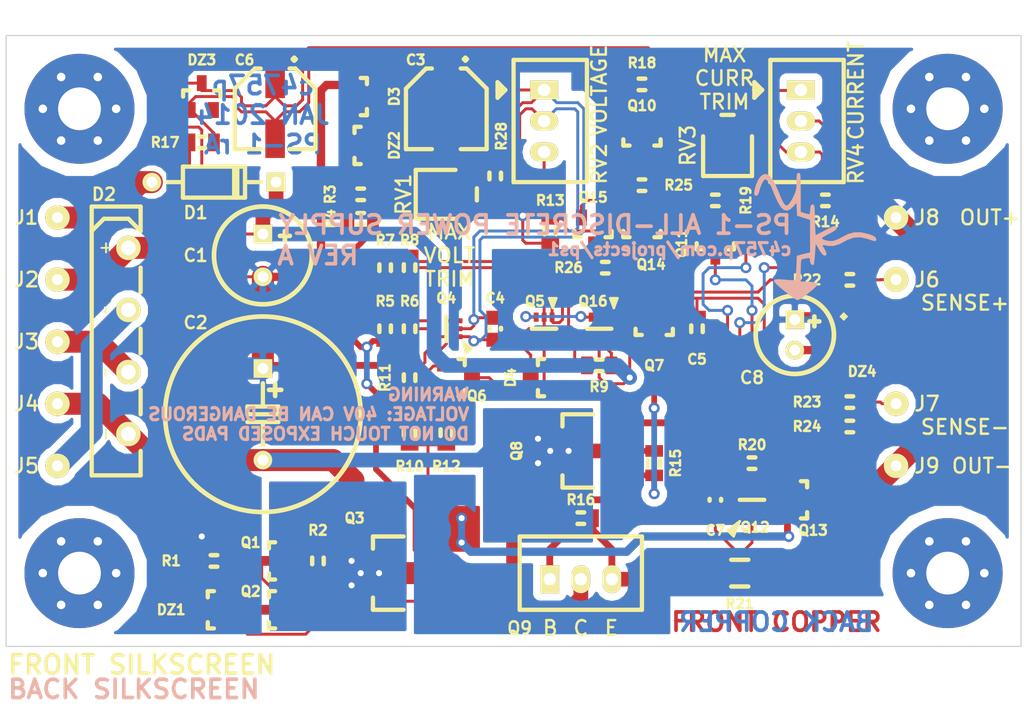
<source format=kicad_pcb>
(kicad_pcb (version 3) (host pcbnew "(2013-12-31 BZR 4598)-product")

  (general
    (links 153)
    (no_connects 0)
    (area 71.35 71 155.114285 128.9)
    (thickness 1.6)
    (drawings 52)
    (tracks 630)
    (zones 0)
    (modules 77)
    (nets 47)
  )

  (page A4)
  (layers
    (15 F.Cu jumper)
    (0 B.Cu signal)
    (16 B.Adhes user)
    (17 F.Adhes user)
    (18 B.Paste user)
    (19 F.Paste user)
    (20 B.SilkS user)
    (21 F.SilkS user)
    (22 B.Mask user)
    (23 F.Mask user)
    (24 Dwgs.User user)
    (25 Cmts.User user)
    (26 Eco1.User user)
    (27 Eco2.User user)
    (28 Edge.Cuts user)
  )

  (setup
    (last_trace_width 0.68)
    (user_trace_width 0.33)
    (user_trace_width 0.47)
    (user_trace_width 0.56)
    (user_trace_width 0.68)
    (user_trace_width 1)
    (user_trace_width 1.2)
    (user_trace_width 1.8)
    (user_trace_width 2.2)
    (trace_clearance 0.25)
    (zone_clearance 0.3)
    (zone_45_only yes)
    (trace_min 0.2)
    (segment_width 0.2)
    (edge_width 0.1)
    (via_size 0.9)
    (via_drill 0.5)
    (via_min_size 0.889)
    (via_min_drill 0.5)
    (uvia_size 0.508)
    (uvia_drill 0.127)
    (uvias_allowed no)
    (uvia_min_size 0.508)
    (uvia_min_drill 0.127)
    (pcb_text_width 0.3)
    (pcb_text_size 1.5 1.5)
    (mod_edge_width 0.35)
    (mod_text_size 1 1)
    (mod_text_width 0.15)
    (pad_size 2 2)
    (pad_drill 0.9)
    (pad_to_mask_clearance 0)
    (aux_axis_origin 0 0)
    (visible_elements FFFFFF5F)
    (pcbplotparams
      (layerselection 82870273)
      (usegerberextensions true)
      (excludeedgelayer true)
      (linewidth 0.150000)
      (plotframeref false)
      (viasonmask false)
      (mode 1)
      (useauxorigin false)
      (hpglpennumber 1)
      (hpglpenspeed 20)
      (hpglpendiameter 15)
      (hpglpenoverlay 2)
      (psnegative false)
      (psa4output false)
      (plotreference true)
      (plotvalue true)
      (plotothertext true)
      (plotinvisibletext false)
      (padsonsilk false)
      (subtractmaskfromsilk false)
      (outputformat 1)
      (mirror false)
      (drillshape 0)
      (scaleselection 1)
      (outputdirectory ""))
  )

  (net 0 "")
  (net 1 /FB+)
  (net 2 /FB-)
  (net 3 /V+)
  (net 4 /V-)
  (net 5 /VBIAS)
  (net 6 /VCC)
  (net 7 /VEE)
  (net 8 "Net-(C3-Pad2)")
  (net 9 "Net-(C4-Pad2)")
  (net 10 "Net-(C5-Pad2)")
  (net 11 "Net-(C7-Pad1)")
  (net 12 "Net-(C7-Pad2)")
  (net 13 "Net-(C8-Pad2)")
  (net 14 "Net-(D1-Pad2)")
  (net 15 "Net-(D2-Pad2)")
  (net 16 "Net-(D2-Pad3)")
  (net 17 "Net-(D3-Pad3)")
  (net 18 "Net-(D4-Pad1)")
  (net 19 "Net-(DZ1-Pad1)")
  (net 20 "Net-(J6-Pad1)")
  (net 21 "Net-(J7-Pad1)")
  (net 22 "Net-(MP1-Pad1)")
  (net 23 "Net-(MP2-Pad1)")
  (net 24 "Net-(MP3-Pad1)")
  (net 25 "Net-(MP4-Pad1)")
  (net 26 "Net-(Q1-Pad1)")
  (net 27 "Net-(Q1-Pad3)")
  (net 28 "Net-(Q10-Pad2)")
  (net 29 "Net-(Q10-Pad3)")
  (net 30 "Net-(Q11-Pad2)")
  (net 31 "Net-(Q11-Pad3)")
  (net 32 "Net-(Q12-Pad6)")
  (net 33 "Net-(Q14-Pad2)")
  (net 34 "Net-(Q14-Pad3)")
  (net 35 "Net-(Q15-Pad3)")
  (net 36 "Net-(Q16-Pad1)")
  (net 37 "Net-(Q16-Pad6)")
  (net 38 "Net-(Q4-Pad4)")
  (net 39 "Net-(Q4-Pad5)")
  (net 40 "Net-(Q5-Pad6)")
  (net 41 "Net-(Q6-Pad1)")
  (net 42 "Net-(Q6-Pad2)")
  (net 43 "Net-(Q8-Pad3)")
  (net 44 "Net-(R3-Pad2)")
  (net 45 "Net-(RV1-Pad1)")
  (net 46 "Net-(RV3-Pad2)")

  (net_class Default "This is the default net class."
    (clearance 0.25)
    (trace_width 0.24)
    (via_dia 0.9)
    (via_drill 0.5)
    (uvia_dia 0.508)
    (uvia_drill 0.127)
    (add_net "")
    (add_net /FB+)
    (add_net /FB-)
    (add_net /V+)
    (add_net /V-)
    (add_net /VBIAS)
    (add_net /VCC)
    (add_net /VEE)
    (add_net "Net-(C3-Pad2)")
    (add_net "Net-(C4-Pad2)")
    (add_net "Net-(C5-Pad2)")
    (add_net "Net-(C7-Pad1)")
    (add_net "Net-(C7-Pad2)")
    (add_net "Net-(C8-Pad2)")
    (add_net "Net-(D1-Pad2)")
    (add_net "Net-(D2-Pad2)")
    (add_net "Net-(D2-Pad3)")
    (add_net "Net-(D3-Pad3)")
    (add_net "Net-(D4-Pad1)")
    (add_net "Net-(DZ1-Pad1)")
    (add_net "Net-(J6-Pad1)")
    (add_net "Net-(J7-Pad1)")
    (add_net "Net-(MP1-Pad1)")
    (add_net "Net-(MP2-Pad1)")
    (add_net "Net-(MP3-Pad1)")
    (add_net "Net-(MP4-Pad1)")
    (add_net "Net-(Q1-Pad1)")
    (add_net "Net-(Q1-Pad3)")
    (add_net "Net-(Q10-Pad2)")
    (add_net "Net-(Q10-Pad3)")
    (add_net "Net-(Q11-Pad2)")
    (add_net "Net-(Q11-Pad3)")
    (add_net "Net-(Q12-Pad6)")
    (add_net "Net-(Q14-Pad2)")
    (add_net "Net-(Q14-Pad3)")
    (add_net "Net-(Q15-Pad3)")
    (add_net "Net-(Q16-Pad1)")
    (add_net "Net-(Q16-Pad6)")
    (add_net "Net-(Q4-Pad4)")
    (add_net "Net-(Q4-Pad5)")
    (add_net "Net-(Q5-Pad6)")
    (add_net "Net-(Q6-Pad1)")
    (add_net "Net-(Q6-Pad2)")
    (add_net "Net-(Q8-Pad3)")
    (add_net "Net-(R3-Pad2)")
    (add_net "Net-(RV1-Pad1)")
    (add_net "Net-(RV3-Pad2)")
  )

  (module DZ4 (layer F.Cu) (tedit 52C6EFA7) (tstamp 52C3B6D8)
    (at 142 98 90)
    (path /52C44D0A)
    (fp_text reference DZ4 (at -3.5 0 180) (layer F.SilkS)
      (effects (font (size 0.8 0.8) (thickness 0.2)))
    )
    (fp_text value SMP30A (at 0 0 90) (layer F.SilkS) hide
      (effects (font (size 1 1) (thickness 0.15)))
    )
    (fp_line (start 0.75 -1.496) (end 1.25 -1.496) (layer F.SilkS) (width 0.15))
    (fp_line (start 1 -1.746) (end 1 -1.246) (layer F.SilkS) (width 0.15))
    (fp_line (start 1 -1.246) (end 0.75 -1.496) (layer F.SilkS) (width 0.15))
    (fp_line (start 0.75 -1.496) (end 1 -1.746) (layer F.SilkS) (width 0.15))
    (fp_line (start 1 -1.746) (end 1.25 -1.496) (layer F.SilkS) (width 0.15))
    (fp_line (start 1.25 -1.496) (end 1 -1.246) (layer F.SilkS) (width 0.15))
    (pad A smd rect (at -1.335 0 90) (size 2.67 2.54) (layers F.Cu F.Paste F.Mask)
      (net 13 "Net-(C8-Pad2)"))
    (pad K smd rect (at 1.016 0 90) (size 0.762 1.27) (layers F.Cu F.Paste F.Mask)
      (net 3 /V+))
  )

  (module IPC-semi-nominal:SC-70-6 (layer F.Cu) (tedit 52C6EF89) (tstamp 52C644C8)
    (at 120.5 98 270)
    (path /52C64368)
    (fp_text reference Q16 (at -2.25 0.5 360) (layer F.SilkS)
      (effects (font (size 0.8 0.8) (thickness 0.2)))
    )
    (fp_text value PMP5201Y (at 0 0 270) (layer F.SilkS) hide
      (effects (font (size 1 1) (thickness 0.2)))
    )
    (fp_line (start 0 -1) (end 0 1) (layer F.SilkS) (width 0.35))
    (fp_line (start -1.5 -1.5) (end -1.5 1.5) (layer Dwgs.User) (width 0.15))
    (fp_line (start -1.5 1.5) (end 1.5 1.5) (layer Dwgs.User) (width 0.15))
    (fp_line (start 1.5 1.5) (end 1.5 -1.5) (layer Dwgs.User) (width 0.15))
    (fp_line (start 1.5 -1.5) (end -1.5 -1.5) (layer Dwgs.User) (width 0.15))
    (pad 5 smd rect (at 0.95 0 90) (size 0.75 0.4) (layers F.Cu F.Paste F.Mask)
      (net 6 /VCC))
    (pad 1 smd rect (at -0.95 -0.65 90) (size 0.75 0.4) (layers F.Cu F.Paste F.Mask)
      (net 36 "Net-(Q16-Pad1)"))
    (pad 3 smd rect (at -0.95 0.65 90) (size 0.75 0.4) (layers F.Cu F.Paste F.Mask)
      (net 36 "Net-(Q16-Pad1)"))
    (pad 2 smd rect (at -0.95 0 90) (size 0.75 0.4) (layers F.Cu F.Paste F.Mask)
      (net 36 "Net-(Q16-Pad1)"))
    (pad 4 smd rect (at 0.95 0.65 90) (size 0.75 0.4) (layers F.Cu F.Paste F.Mask)
      (net 6 /VCC))
    (pad 6 smd rect (at 0.95 -0.65 90) (size 0.75 0.4) (layers F.Cu F.Paste F.Mask)
      (net 37 "Net-(Q16-Pad6)"))
    (model smd_trans/sc70-6.wrl
      (at (xyz 0 0 0))
      (scale (xyz 1 1 1))
      (rotate (xyz 0 0 90))
    )
  )

  (module conn:CONN_3-SIL (layer F.Cu) (tedit 52C6EF21) (tstamp 52C3B423)
    (at 119 118.5)
    (path /52C6E433)
    (fp_text reference Q9 (at -5 4) (layer F.SilkS)
      (effects (font (size 1 1) (thickness 0.2)))
    )
    (fp_text value D45H11 (at -0.09906 1.6002) (layer F.SilkS) hide
      (effects (font (size 1.00076 1.00076) (thickness 0.2032)))
    )
    (fp_line (start -5 -3.5) (end 5 -3.5) (layer F.SilkS) (width 0.35))
    (fp_line (start 5 -3.5) (end 5 2.5) (layer F.SilkS) (width 0.35))
    (fp_line (start 5 2.5) (end -5 2.5) (layer F.SilkS) (width 0.35))
    (fp_line (start -5 2.5) (end -5 -3.5) (layer F.SilkS) (width 0.35))
    (pad 1 thru_hole rect (at -2.54 0) (size 1.524 2.286) (drill 1.016) (layers *.Cu *.Mask F.SilkS)
      (net 43 "Net-(Q8-Pad3)"))
    (pad 2 thru_hole oval (at 0 0) (size 1.524 2.286) (drill 1.016) (layers *.Cu *.Mask F.SilkS)
      (net 4 /V-))
    (pad 3 thru_hole oval (at 2.54 0) (size 1.524 2.286) (drill 1.016) (layers *.Cu *.Mask F.SilkS)
      (net 12 "Net-(C7-Pad2)"))
    (model pin_strip/pin_strip_3.wrl
      (at (xyz 0 0 0))
      (scale (xyz 1 1 1))
      (rotate (xyz 0 0 0))
    )
  )

  (module LOGO (layer F.Cu) (tedit 0) (tstamp 52C5B66C)
    (at 138 90.5)
    (fp_text reference G*** (at 0 6.17982) (layer B.SilkS) hide
      (effects (font (thickness 0.3048)))
    )
    (fp_text value LOGO (at 0 -6.17982) (layer B.SilkS) hide
      (effects (font (thickness 0.3048)))
    )
    (fp_poly (pts (xy 5.16382 0.1651) (xy 5.1435 0.2794) (xy 5.06476 0.32766) (xy 4.89712 0.30226)
      (xy 4.61518 0.20828) (xy 4.48818 0.16002) (xy 3.90144 0.01778) (xy 3.3401 0.04064)
      (xy 2.79654 0.23114) (xy 2.63652 0.32258) (xy 2.1082 0.5969) (xy 1.6383 0.72898)
      (xy 1.2065 0.71882) (xy 1.11506 0.6985) (xy 0.8763 0.65024) (xy 0.78232 0.67056)
      (xy 0.81534 0.78994) (xy 0.93218 0.97282) (xy 1.0668 1.23698) (xy 1.08966 1.42494)
      (xy 0.99314 1.51638) (xy 0.93726 1.524) (xy 0.78486 1.44526) (xy 0.5969 1.2065)
      (xy 0.49276 1.03632) (xy 0.21082 0.55118) (xy 0.1524 1.38684) (xy 0.12192 1.74498)
      (xy 0.09144 2.03454) (xy 0.0635 2.21996) (xy 0.04826 2.26314) (xy -0.06604 2.29108)
      (xy -0.1778 2.1971) (xy -0.24892 2.02184) (xy -0.254 1.94564) (xy -0.26416 1.778)
      (xy -0.32766 1.71704) (xy -0.49276 1.72974) (xy -0.5715 1.74244) (xy -0.79502 1.78816)
      (xy -0.9398 1.8288) (xy -0.9525 1.83642) (xy -0.9779 1.9304) (xy -1.00076 2.15646)
      (xy -1.01346 2.47904) (xy -1.016 2.7559) (xy -1.016 3.63982) (xy -0.65532 3.64236)
      (xy -0.1905 3.66268) (xy 0.13462 3.72364) (xy 0.30988 3.82016) (xy 0.33782 3.89382)
      (xy 0.27432 4.0005) (xy 0.1016 4.17576) (xy -0.14478 4.39166) (xy -0.42926 4.6228)
      (xy -0.72136 4.84124) (xy -0.98806 5.02158) (xy -1.19126 5.13588) (xy -1.28016 5.16382)
      (xy -1.39446 5.11302) (xy -1.6129 4.97332) (xy -1.90246 4.76504) (xy -2.2352 4.5085)
      (xy -2.31902 4.44246) (xy -2.74828 4.0894) (xy -3.03784 3.8227) (xy -3.19024 3.63474)
      (xy -3.2004 3.5179) (xy -3.06832 3.45694) (xy -2.79654 3.44678) (xy -2.38252 3.47472)
      (xy -2.25298 3.48742) (xy -1.91516 3.51536) (xy -1.64592 3.52806) (xy -1.4859 3.52552)
      (xy -1.4605 3.5179) (xy -1.44018 3.42138) (xy -1.41732 3.19278) (xy -1.39446 2.86258)
      (xy -1.37414 2.49936) (xy -1.33096 1.524) (xy -1.02616 1.44272) (xy -0.7493 1.3716)
      (xy -0.4953 1.31064) (xy -0.48768 1.3081) (xy -0.254 1.25222) (xy -0.254 -0.07874)
      (xy -0.254 -1.40716) (xy -0.78232 -1.57734) (xy -1.31318 -1.74498) (xy -1.33858 -2.27076)
      (xy -1.36398 -2.79654) (xy -1.58496 -2.53492) (xy -1.87198 -2.26568) (xy -2.14122 -2.16154)
      (xy -2.39522 -2.2225) (xy -2.6416 -2.4511) (xy -2.8829 -2.84988) (xy -2.91084 -2.9083)
      (xy -3.07594 -3.26644) (xy -3.23088 -3.62712) (xy -3.34264 -3.91668) (xy -3.34518 -3.92176)
      (xy -3.47218 -4.21386) (xy -3.62204 -4.47294) (xy -3.683 -4.55422) (xy -3.82778 -4.69646)
      (xy -3.93192 -4.71678) (xy -4.00812 -4.66852) (xy -4.12496 -4.50596) (xy -4.2545 -4.2291)
      (xy -4.37134 -3.88874) (xy -4.43992 -3.6195) (xy -4.52882 -3.44678) (xy -4.65582 -3.3782)
      (xy -4.77266 -3.41884) (xy -4.826 -3.57632) (xy -4.826 -3.58394) (xy -4.78282 -3.90398)
      (xy -4.66852 -4.28498) (xy -4.51612 -4.64566) (xy -4.35102 -4.90728) (xy -4.09956 -5.12064)
      (xy -3.84556 -5.1689) (xy -3.59156 -5.04698) (xy -3.33502 -4.75742) (xy -3.07848 -4.29768)
      (xy -2.83464 -3.7211) (xy -2.68732 -3.35534) (xy -2.54 -3.03022) (xy -2.41554 -2.79654)
      (xy -2.35458 -2.71272) (xy -2.22504 -2.5908) (xy -2.13106 -2.58826) (xy -2.01168 -2.68224)
      (xy -1.88468 -2.83972) (xy -1.72974 -3.09372) (xy -1.59766 -3.34518) (xy -1.46812 -3.64236)
      (xy -1.39446 -3.9116) (xy -1.36144 -4.2164) (xy -1.35636 -4.55168) (xy -1.35128 -4.89458)
      (xy -1.33604 -5.10286) (xy -1.30048 -5.20954) (xy -1.23698 -5.2451) (xy -1.18618 -5.25018)
      (xy -1.12776 -5.24256) (xy -1.08204 -5.207) (xy -1.0541 -5.12064) (xy -1.03378 -4.95808)
      (xy -1.02362 -4.70154) (xy -1.01854 -4.32562) (xy -1.016 -3.80746) (xy -1.016 -3.65506)
      (xy -1.016 -2.05994) (xy -0.68834 -1.96088) (xy -0.4699 -1.89992) (xy -0.3302 -1.86436)
      (xy -0.31242 -1.86436) (xy -0.2794 -1.93802) (xy -0.24892 -2.13106) (xy -0.23876 -2.26568)
      (xy -0.21082 -2.51206) (xy -0.15748 -2.63398) (xy -0.05588 -2.667) (xy -0.04318 -2.667)
      (xy 0.02286 -2.65938) (xy 0.07112 -2.61366) (xy 0.1016 -2.50952) (xy 0.12192 -2.31902)
      (xy 0.13716 -2.0193) (xy 0.14732 -1.57988) (xy 0.14986 -1.41732) (xy 0.16002 -0.98044)
      (xy 0.17526 -0.6096) (xy 0.1905 -0.33528) (xy 0.20828 -0.18796) (xy 0.21336 -0.17018)
      (xy 0.30226 -0.20828) (xy 0.50292 -0.30988) (xy 0.78232 -0.45466) (xy 0.96012 -0.55118)
      (xy 1.36652 -0.762) (xy 1.651 -0.88392) (xy 1.8288 -0.91948) (xy 1.92278 -0.8763)
      (xy 1.94818 -0.76454) (xy 1.89738 -0.64516) (xy 1.73482 -0.508) (xy 1.4351 -0.33782)
      (xy 1.36144 -0.29972) (xy 1.07442 -0.14986) (xy 0.8509 -0.02032) (xy 0.73152 0.06604)
      (xy 0.7239 0.0762) (xy 0.75438 0.1524) (xy 0.90678 0.2286) (xy 1.13284 0.28956)
      (xy 1.38684 0.32258) (xy 1.6002 0.3175) (xy 1.84912 0.24638) (xy 2.15392 0.1143)
      (xy 2.33172 0.01524) (xy 2.86258 -0.25654) (xy 3.36042 -0.38862) (xy 3.86842 -0.39116)
      (xy 4.04114 -0.36322) (xy 4.55422 -0.24384) (xy 4.91744 -0.10668) (xy 5.12064 0.04572)
      (xy 5.16382 0.1651) (xy 5.16382 0.1651)) (layer B.SilkS) (width 0.00254))
  )

  (module IPC-semi-nominal:SC-70-6 (layer F.Cu) (tedit 52C6F005) (tstamp 52C3B453)
    (at 133 112 90)
    (path /52C392C3)
    (fp_text reference Q12 (at -2.25 0.25 180) (layer F.SilkS)
      (effects (font (size 0.8 0.8) (thickness 0.2)))
    )
    (fp_text value PMP5201Y (at 0 0 90) (layer F.SilkS) hide
      (effects (font (size 1 1) (thickness 0.2)))
    )
    (fp_line (start 0 -1) (end 0 1) (layer F.SilkS) (width 0.35))
    (fp_line (start -1.5 -1.5) (end -1.5 1.5) (layer Dwgs.User) (width 0.15))
    (fp_line (start -1.5 1.5) (end 1.5 1.5) (layer Dwgs.User) (width 0.15))
    (fp_line (start 1.5 1.5) (end 1.5 -1.5) (layer Dwgs.User) (width 0.15))
    (fp_line (start 1.5 -1.5) (end -1.5 -1.5) (layer Dwgs.User) (width 0.15))
    (pad 5 smd rect (at 0.95 0 270) (size 0.75 0.4) (layers F.Cu F.Paste F.Mask)
      (net 31 "Net-(Q11-Pad3)"))
    (pad 1 smd rect (at -0.95 -0.65 270) (size 0.75 0.4) (layers F.Cu F.Paste F.Mask)
      (net 11 "Net-(C7-Pad1)"))
    (pad 3 smd rect (at -0.95 0.65 270) (size 0.75 0.4) (layers F.Cu F.Paste F.Mask)
      (net 7 /VEE))
    (pad 2 smd rect (at -0.95 0 270) (size 0.75 0.4) (layers F.Cu F.Paste F.Mask)
      (net 13 "Net-(C8-Pad2)"))
    (pad 4 smd rect (at 0.95 0.65 270) (size 0.75 0.4) (layers F.Cu F.Paste F.Mask)
      (net 31 "Net-(Q11-Pad3)"))
    (pad 6 smd rect (at 0.95 -0.65 270) (size 0.75 0.4) (layers F.Cu F.Paste F.Mask)
      (net 32 "Net-(Q12-Pad6)"))
    (model smd_trans/sc70-6.wrl
      (at (xyz 0 0 0))
      (scale (xyz 1 1 1))
      (rotate (xyz 0 0 90))
    )
  )

  (module IPC-semi-nominal:SC-70-6 (layer F.Cu) (tedit 52C6EF85) (tstamp 52C3B3E5)
    (at 116 98 270)
    (path /52C390FD)
    (fp_text reference Q5 (at -2.25 0.75 360) (layer F.SilkS)
      (effects (font (size 0.8 0.8) (thickness 0.2)))
    )
    (fp_text value PMP4201Y (at 0 0 270) (layer F.SilkS) hide
      (effects (font (size 1 1) (thickness 0.2)))
    )
    (fp_line (start 0 -1) (end 0 1) (layer F.SilkS) (width 0.35))
    (fp_line (start -1.5 -1.5) (end -1.5 1.5) (layer Dwgs.User) (width 0.15))
    (fp_line (start -1.5 1.5) (end 1.5 1.5) (layer Dwgs.User) (width 0.15))
    (fp_line (start 1.5 1.5) (end 1.5 -1.5) (layer Dwgs.User) (width 0.15))
    (fp_line (start 1.5 -1.5) (end -1.5 -1.5) (layer Dwgs.User) (width 0.15))
    (pad 5 smd rect (at 0.95 0 90) (size 0.75 0.4) (layers F.Cu F.Paste F.Mask)
      (net 18 "Net-(D4-Pad1)"))
    (pad 1 smd rect (at -0.95 -0.65 90) (size 0.75 0.4) (layers F.Cu F.Paste F.Mask)
      (net 1 /FB+))
    (pad 3 smd rect (at -0.95 0.65 90) (size 0.75 0.4) (layers F.Cu F.Paste F.Mask)
      (net 36 "Net-(Q16-Pad1)"))
    (pad 2 smd rect (at -0.95 0 90) (size 0.75 0.4) (layers F.Cu F.Paste F.Mask)
      (net 2 /FB-))
    (pad 4 smd rect (at 0.95 0.65 90) (size 0.75 0.4) (layers F.Cu F.Paste F.Mask)
      (net 18 "Net-(D4-Pad1)"))
    (pad 6 smd rect (at 0.95 -0.65 90) (size 0.75 0.4) (layers F.Cu F.Paste F.Mask)
      (net 40 "Net-(Q5-Pad6)"))
    (model smd_trans/sc70-6.wrl
      (at (xyz 0 0 0))
      (scale (xyz 1 1 1))
      (rotate (xyz 0 0 90))
    )
  )

  (module IPC-semi-nominal:SC-70-6 (layer F.Cu) (tedit 52C6EF69) (tstamp 52C3B3D3)
    (at 108 98 180)
    (path /52C3B9BE)
    (fp_text reference Q4 (at 0 2.5 180) (layer F.SilkS)
      (effects (font (size 0.8 0.8) (thickness 0.2)))
    )
    (fp_text value PMP4201Y (at 0 0 180) (layer F.SilkS) hide
      (effects (font (size 1 1) (thickness 0.2)))
    )
    (fp_line (start 0 -1) (end 0 1) (layer F.SilkS) (width 0.35))
    (fp_line (start -1.5 -1.5) (end -1.5 1.5) (layer Dwgs.User) (width 0.15))
    (fp_line (start -1.5 1.5) (end 1.5 1.5) (layer Dwgs.User) (width 0.15))
    (fp_line (start 1.5 1.5) (end 1.5 -1.5) (layer Dwgs.User) (width 0.15))
    (fp_line (start 1.5 -1.5) (end -1.5 -1.5) (layer Dwgs.User) (width 0.15))
    (pad 5 smd rect (at 0.95 0) (size 0.75 0.4) (layers F.Cu F.Paste F.Mask)
      (net 39 "Net-(Q4-Pad5)"))
    (pad 1 smd rect (at -0.95 -0.65) (size 0.75 0.4) (layers F.Cu F.Paste F.Mask)
      (net 3 /V+))
    (pad 3 smd rect (at -0.95 0.65) (size 0.75 0.4) (layers F.Cu F.Paste F.Mask)
      (net 3 /V+))
    (pad 2 smd rect (at -0.95 0) (size 0.75 0.4) (layers F.Cu F.Paste F.Mask)
      (net 9 "Net-(C4-Pad2)"))
    (pad 4 smd rect (at 0.95 0.65) (size 0.75 0.4) (layers F.Cu F.Paste F.Mask)
      (net 38 "Net-(Q4-Pad4)"))
    (pad 6 smd rect (at 0.95 -0.65) (size 0.75 0.4) (layers F.Cu F.Paste F.Mask)
      (net 3 /V+))
    (model smd_trans/sc70-6.wrl
      (at (xyz 0 0 0))
      (scale (xyz 1 1 1))
      (rotate (xyz 0 0 90))
    )
  )

  (module D2 (layer F.Cu) (tedit 52C5B63C) (tstamp 52C3BA03)
    (at 82 99 90)
    (path /52C3E8AB)
    (fp_text reference D2 (at 12 -2 180) (layer F.SilkS)
      (effects (font (size 1 1) (thickness 0.2)))
    )
    (fp_text value "GBU 100V" (at 0 0 90) (layer F.SilkS) hide
      (effects (font (size 1 1) (thickness 0.15)))
    )
    (fp_text user ~~ (at 2.54 -1.905 90) (layer F.SilkS)
      (effects (font (size 1 1) (thickness 0.15)))
    )
    (fp_text user ~~ (at -2.54 -1.905 90) (layer F.SilkS)
      (effects (font (size 1 1) (thickness 0.15)))
    )
    (fp_text user - (at -7.62 -1.905 90) (layer F.SilkS)
      (effects (font (size 1 1) (thickness 0.15)))
    )
    (fp_text user + (at 7.62 -1.905 90) (layer F.SilkS)
      (effects (font (size 1 1) (thickness 0.15)))
    )
    (fp_line (start 9 -3) (end 10 -2) (layer F.SilkS) (width 0.35))
    (fp_line (start 10 -2) (end 10 0) (layer F.SilkS) (width 0.35))
    (fp_line (start 10 0) (end 9 1) (layer F.SilkS) (width 0.35))
    (fp_line (start 9 1) (end 11 1) (layer F.SilkS) (width 0.35))
    (fp_line (start 4 1) (end 6 1) (layer F.SilkS) (width 0.35))
    (fp_line (start -1 1) (end 1 1) (layer F.SilkS) (width 0.35))
    (fp_line (start -6 1) (end -4 1) (layer F.SilkS) (width 0.35))
    (fp_line (start -11 1) (end -9 1) (layer F.SilkS) (width 0.35))
    (fp_line (start -11 1) (end -11 -3) (layer F.SilkS) (width 0.35))
    (fp_line (start -11 -3) (end 11 -3) (layer F.SilkS) (width 0.35))
    (fp_line (start 11 -3) (end 11 1) (layer F.SilkS) (width 0.35))
    (pad 2 thru_hole circle (at -2.54 0 90) (size 2 2) (drill 1.2) (layers *.Cu *.Mask F.SilkS)
      (net 15 "Net-(D2-Pad2)"))
    (pad 1 thru_hole circle (at -7.62 0 90) (size 2 2) (drill 1.2) (layers *.Cu *.Mask F.SilkS)
      (net 4 /V-))
    (pad 3 thru_hole circle (at 2.54 0 90) (size 2 2) (drill 1.2) (layers *.Cu *.Mask F.SilkS)
      (net 16 "Net-(D2-Pad3)"))
    (pad 4 thru_hole circle (at 7.62 0 90) (size 2 2) (drill 1.2) (layers *.Cu *.Mask F.SilkS)
      (net 3 /V+) (zone_connect 0))
  )

  (module passive:C-ALUM-8mm (layer F.Cu) (tedit 52C6EF07) (tstamp 52C3B290)
    (at 93 92 270)
    (path /52C05023)
    (fp_text reference C1 (at 0 5.5 360) (layer F.SilkS)
      (effects (font (size 1 1) (thickness 0.2)))
    )
    (fp_text value "470u 10V" (at 0 0 270) (layer F.SilkS) hide
      (effects (font (size 1.00076 1.00076) (thickness 0.2032)))
    )
    (fp_circle (center 0 0) (end 4.0005 0) (layer F.SilkS) (width 0.381))
    (fp_line (start -1.19888 -1.80086) (end -1.99898 -1.80086) (layer F.SilkS) (width 0.381))
    (fp_line (start -1.6002 -1.39954) (end -1.6002 -2.19964) (layer F.SilkS) (width 0.381))
    (pad 1 thru_hole rect (at -1.75006 0 270) (size 1.524 1.524) (drill 0.889) (layers *.Cu *.Mask F.SilkS)
      (net 6 /VCC))
    (pad 2 thru_hole circle (at 1.75006 0 270) (size 1.524 1.524) (drill 0.889) (layers *.Cu *.Mask F.SilkS)
      (net 3 /V+))
    (model capacitors/cp_8x13mm.wrl
      (at (xyz 0 0 0))
      (scale (xyz 1 1 1))
      (rotate (xyz 0 0 90))
    )
  )

  (module passive:C-ALUM-16mm (layer F.Cu) (tedit 52C6EF0C) (tstamp 52C3B2A0)
    (at 93 105 270)
    (path /52C3E519)
    (fp_text reference C2 (at -7.5 5.5 360) (layer F.SilkS)
      (effects (font (size 1 1) (thickness 0.2)))
    )
    (fp_text value "1000u 63V" (at 0 0 270) (layer F.SilkS) hide
      (effects (font (size 1.00076 1.00076) (thickness 0.2032)))
    )
    (fp_line (start -0.635 0) (end -2.54 0) (layer F.SilkS) (width 0.35))
    (fp_line (start 0.635 0) (end 2.54 0) (layer F.SilkS) (width 0.35))
    (fp_line (start 0.635 -1.27) (end 0.635 1.27) (layer F.SilkS) (width 0.35))
    (fp_line (start -0.635 -1.27) (end 0 -1.27) (layer F.SilkS) (width 0.35))
    (fp_line (start 0 -1.27) (end 0 1.27) (layer F.SilkS) (width 0.35))
    (fp_line (start 0 1.27) (end -0.635 1.27) (layer F.SilkS) (width 0.35))
    (fp_line (start -0.635 1.27) (end -0.635 -1.27) (layer F.SilkS) (width 0.35))
    (fp_line (start -2.49936 -1.00076) (end -1.50114 -1.00076) (layer F.SilkS) (width 0.381))
    (fp_line (start -1.99898 -0.50038) (end -1.99898 -1.50114) (layer F.SilkS) (width 0.381))
    (fp_circle (center 0 0) (end 8.001 0) (layer F.SilkS) (width 0.381))
    (pad 1 thru_hole rect (at -3.74904 0 270) (size 1.524 1.524) (drill 0.889) (layers *.Cu *.Mask F.SilkS)
      (net 3 /V+))
    (pad 2 thru_hole circle (at 3.74904 0 270) (size 1.524 1.524) (drill 0.889) (layers *.Cu *.Mask F.SilkS)
      (net 4 /V-))
    (model capacitors/cp_16x25mm.wrl
      (at (xyz 0 0 0))
      (scale (xyz 1 1 1))
      (rotate (xyz 0 0 90))
    )
  )

  (module IPC7351-Nominal:CAPAE660X570 (layer F.Cu) (tedit 52C6EF44) (tstamp 52C3B2B2)
    (at 108 80 270)
    (descr "Capacitor,Aluminum Electrolytic;6.60mm L X 6.60mm W X 5.70mm H")
    (tags IEC)
    (path /52C3DFAD)
    (fp_text reference C3 (at -4 2.5 360) (layer F.SilkS)
      (effects (font (size 0.8 0.8) (thickness 0.2)))
    )
    (fp_text value "47u 10V" (at 0 0 270) (layer F.SilkS) hide
      (effects (font (size 1 1) (thickness 0.2)))
    )
    (fp_line (start 3.3 -1.181) (end 3.3 -3.3) (layer F.SilkS) (width 0.35))
    (fp_line (start 3.3 -3.3) (end -1.65 -3.3) (layer F.SilkS) (width 0.35))
    (fp_line (start -1.65 -3.3) (end -3.3 -1.65) (layer F.SilkS) (width 0.35))
    (fp_line (start -3.3 -1.65) (end -3.3 -1.181) (layer F.SilkS) (width 0.35))
    (fp_line (start 3.3 1.181) (end 3.3 3.3) (layer F.SilkS) (width 0.35))
    (fp_line (start 3.3 3.3) (end -1.65 3.3) (layer F.SilkS) (width 0.35))
    (fp_line (start -1.65 3.3) (end -3.3 1.65) (layer F.SilkS) (width 0.35))
    (fp_line (start -3.3 1.65) (end -3.3 1.181) (layer F.SilkS) (width 0.35))
    (fp_line (start -4.189 -1.562) (end -4.062 -1.689) (layer F.SilkS) (width 0.35))
    (fp_line (start -4.062 -1.689) (end -3.935 -1.562) (layer F.SilkS) (width 0.35))
    (fp_line (start -3.935 -1.562) (end -4.062 -1.435) (layer F.SilkS) (width 0.35))
    (fp_line (start -4.062 -1.435) (end -4.189 -1.562) (layer F.SilkS) (width 0.35))
    (pad 1 smd rect (at -2.45 0 270) (size 3.15 1.6) (layers F.Cu F.Paste F.Mask)
      (net 3 /V+))
    (pad 2 smd rect (at 2.45 0 270) (size 3.15 1.6) (layers F.Cu F.Paste F.Mask)
      (net 8 "Net-(C3-Pad2)"))
    (model smd_cap/c_elec_6_3x4_5.wrl
      (at (xyz 0 0 0))
      (scale (xyz 1 1 1))
      (rotate (xyz 0 0 180))
    )
  )

  (module IPC7351-Nominal:CAPC2012X70 (layer F.Cu) (tedit 52C6EF6B) (tstamp 52C3B2BC)
    (at 112 98 90)
    (descr "Capacitor,non-polarized,Chip;2.00mm L X 1.25mm W X 0.70mm H")
    (tags IEC)
    (path /52C3AD90)
    (fp_text reference C4 (at 2.5 0 180) (layer F.SilkS)
      (effects (font (size 0.8 0.8) (thickness 0.2)))
    )
    (fp_text value 1u (at 0 0 90) (layer F.SilkS) hide
      (effects (font (size 1 1) (thickness 0.2)))
    )
    (fp_line (start -0.071 0.471) (end 0.071 0.471) (layer F.SilkS) (width 0.35))
    (fp_line (start 0.071 0.471) (end -0.071 0.471) (layer F.SilkS) (width 0.35))
    (fp_line (start -0.071 -0.471) (end 0.071 -0.471) (layer F.SilkS) (width 0.35))
    (fp_line (start 0.071 -0.471) (end -0.071 -0.471) (layer F.SilkS) (width 0.35))
    (pad 1 smd rect (at -0.9 0 90) (size 1.15 1.45) (layers F.Cu F.Paste F.Mask)
      (net 3 /V+))
    (pad 2 smd rect (at 0.9 0 90) (size 1.15 1.45) (layers F.Cu F.Paste F.Mask)
      (net 9 "Net-(C4-Pad2)"))
    (model smd_cap/c_0805.wrl
      (at (xyz 0 0 0))
      (scale (xyz 1 1 1))
      (rotate (xyz 0 0 0))
    )
  )

  (module IPC7351-Nominal:CAPAE660X570 (layer F.Cu) (tedit 52C6EF3C) (tstamp 52C3B2D8)
    (at 94 80 270)
    (descr "Capacitor,Aluminum Electrolytic;6.60mm L X 6.60mm W X 5.70mm H")
    (tags IEC)
    (path /52C3E1A2)
    (fp_text reference C6 (at -4 2.5 360) (layer F.SilkS)
      (effects (font (size 0.8 0.8) (thickness 0.2)))
    )
    (fp_text value "47u 10V" (at 0 0 270) (layer F.SilkS) hide
      (effects (font (size 1 1) (thickness 0.2)))
    )
    (fp_line (start 3.3 -1.181) (end 3.3 -3.3) (layer F.SilkS) (width 0.35))
    (fp_line (start 3.3 -3.3) (end -1.65 -3.3) (layer F.SilkS) (width 0.35))
    (fp_line (start -1.65 -3.3) (end -3.3 -1.65) (layer F.SilkS) (width 0.35))
    (fp_line (start -3.3 -1.65) (end -3.3 -1.181) (layer F.SilkS) (width 0.35))
    (fp_line (start 3.3 1.181) (end 3.3 3.3) (layer F.SilkS) (width 0.35))
    (fp_line (start 3.3 3.3) (end -1.65 3.3) (layer F.SilkS) (width 0.35))
    (fp_line (start -1.65 3.3) (end -3.3 1.65) (layer F.SilkS) (width 0.35))
    (fp_line (start -3.3 1.65) (end -3.3 1.181) (layer F.SilkS) (width 0.35))
    (fp_line (start -4.189 -1.562) (end -4.062 -1.689) (layer F.SilkS) (width 0.35))
    (fp_line (start -4.062 -1.689) (end -3.935 -1.562) (layer F.SilkS) (width 0.35))
    (fp_line (start -3.935 -1.562) (end -4.062 -1.435) (layer F.SilkS) (width 0.35))
    (fp_line (start -4.062 -1.435) (end -4.189 -1.562) (layer F.SilkS) (width 0.35))
    (pad 1 smd rect (at -2.45 0 270) (size 3.15 1.6) (layers F.Cu F.Paste F.Mask)
      (net 6 /VCC))
    (pad 2 smd rect (at 2.45 0 270) (size 3.15 1.6) (layers F.Cu F.Paste F.Mask)
      (net 5 /VBIAS))
    (model smd_cap/c_elec_6_3x4_5.wrl
      (at (xyz 0 0 0))
      (scale (xyz 1 1 1))
      (rotate (xyz 0 0 180))
    )
  )

  (module IPC7351-Nominal:CAPC2012X70 (layer F.Cu) (tedit 52C6F002) (tstamp 52C3B2E2)
    (at 130 112 270)
    (descr "Capacitor,non-polarized,Chip;2.00mm L X 1.25mm W X 0.70mm H")
    (tags IEC)
    (path /52C3D3C5)
    (fp_text reference C7 (at 2.5 0 360) (layer F.SilkS)
      (effects (font (size 0.8 0.8) (thickness 0.2)))
    )
    (fp_text value 10n (at 0 0 270) (layer F.SilkS) hide
      (effects (font (size 1 1) (thickness 0.2)))
    )
    (fp_line (start -0.071 0.471) (end 0.071 0.471) (layer F.SilkS) (width 0.35))
    (fp_line (start 0.071 0.471) (end -0.071 0.471) (layer F.SilkS) (width 0.35))
    (fp_line (start -0.071 -0.471) (end 0.071 -0.471) (layer F.SilkS) (width 0.35))
    (fp_line (start 0.071 -0.471) (end -0.071 -0.471) (layer F.SilkS) (width 0.35))
    (pad 1 smd rect (at -0.9 0 270) (size 1.15 1.45) (layers F.Cu F.Paste F.Mask)
      (net 11 "Net-(C7-Pad1)"))
    (pad 2 smd rect (at 0.9 0 270) (size 1.15 1.45) (layers F.Cu F.Paste F.Mask)
      (net 12 "Net-(C7-Pad2)"))
    (model smd_cap/c_0805.wrl
      (at (xyz 0 0 0))
      (scale (xyz 1 1 1))
      (rotate (xyz 0 0 0))
    )
  )

  (module passive:C-ALUM-6.3mm (layer F.Cu) (tedit 52C6EF16) (tstamp 52C3B2EB)
    (at 136.5 98.5 270)
    (path /52C3E4EC)
    (fp_text reference C8 (at 3.5 3.5 360) (layer F.SilkS)
      (effects (font (size 1 1) (thickness 0.2)))
    )
    (fp_text value "47u 50V" (at 0 0 270) (layer F.SilkS) hide
      (effects (font (size 1.00076 1.00076) (thickness 0.2032)))
    )
    (fp_circle (center 0 0) (end 3.2004 0) (layer F.SilkS) (width 0.381))
    (fp_line (start -0.6985 -1.6002) (end -1.4986 -1.6002) (layer F.SilkS) (width 0.381))
    (fp_line (start -1.09982 -1.20142) (end -1.09982 -2.00152) (layer F.SilkS) (width 0.381))
    (pad 1 thru_hole rect (at -1.24968 0 270) (size 1.524 1.524) (drill 0.889) (layers *.Cu *.Mask F.SilkS)
      (net 3 /V+))
    (pad 2 thru_hole circle (at 1.24968 0 270) (size 1.524 1.524) (drill 0.889) (layers *.Cu *.Mask F.SilkS)
      (net 13 "Net-(C8-Pad2)"))
    (model capacitors/cp_5x11mm.wrl
      (at (xyz 0 0 0))
      (scale (xyz 1.1 1.1 1))
      (rotate (xyz 0 0 90))
    )
  )

  (module semi:DO-41 (layer F.Cu) (tedit 52C6EF03) (tstamp 52C3B2F9)
    (at 89 86 180)
    (path /52C051F6)
    (fp_text reference D1 (at 1.5 -2.5 180) (layer F.SilkS)
      (effects (font (size 1 1) (thickness 0.2)))
    )
    (fp_text value 1N4001 (at 0 0 180) (layer F.SilkS) hide
      (effects (font (size 1.00076 1.00076) (thickness 0.2032)))
    )
    (fp_line (start 2.54 0) (end 3.81 0) (layer F.SilkS) (width 0.35))
    (fp_line (start -2.54 0) (end -3.81 0) (layer F.SilkS) (width 0.35))
    (fp_line (start -1.651 1.27) (end -1.651 -1.143) (layer F.SilkS) (width 0.35))
    (fp_line (start -1.905 -1.27) (end -1.905 1.27) (layer F.SilkS) (width 0.35))
    (fp_line (start 2.54 -1.27) (end -2.54 -1.27) (layer F.SilkS) (width 0.35))
    (fp_line (start -2.54 -1.27) (end -2.54 1.27) (layer F.SilkS) (width 0.35))
    (fp_line (start -2.54 1.27) (end 2.54 1.27) (layer F.SilkS) (width 0.35))
    (fp_line (start 2.54 1.27) (end 2.54 -1.27) (layer F.SilkS) (width 0.35))
    (pad 1 thru_hole rect (at -5.08 0) (size 1.524 1.524) (drill 0.889) (layers *.Cu *.Mask F.SilkS)
      (net 6 /VCC))
    (pad 2 thru_hole circle (at 5.08 0) (size 1.524 1.524) (drill 0.889) (layers *.Cu *.Mask F.SilkS)
      (net 14 "Net-(D1-Pad2)"))
    (model pth_diodes/diode_do41.wrl
      (at (xyz 0 0 0))
      (scale (xyz 1 1 1))
      (rotate (xyz 0 0 180))
    )
  )

  (module IPC-semi-nominal:SOT-23 (layer F.Cu) (tedit 52C6EF40) (tstamp 52C3B316)
    (at 101 79)
    (path /52C3B00D)
    (fp_text reference D3 (at 2.75 0 90) (layer F.SilkS)
      (effects (font (size 0.8 0.8) (thickness 0.2)))
    )
    (fp_text value MMBD4148 (at 0 0) (layer F.SilkS) hide
      (effects (font (size 1 1) (thickness 0.2)))
    )
    (fp_line (start -2 -2) (end 2 -2) (layer Dwgs.User) (width 0.15))
    (fp_line (start 2 -2) (end 2 2) (layer Dwgs.User) (width 0.15))
    (fp_line (start 2 2) (end -2 2) (layer Dwgs.User) (width 0.15))
    (fp_line (start -2 2) (end -2 -2) (layer Dwgs.User) (width 0.15))
    (fp_line (start 0.508 1.016) (end 0.508 1.524) (layer F.SilkS) (width 0.35))
    (fp_line (start 0.508 1.524) (end 0 1.524) (layer F.SilkS) (width 0.35))
    (fp_line (start 0 -1.524) (end 0.508 -1.524) (layer F.SilkS) (width 0.35))
    (fp_line (start 0.508 -1.524) (end 0.508 -1.016) (layer F.SilkS) (width 0.35))
    (pad 1 smd rect (at -1.1 -0.95) (size 1.3 0.9) (layers F.Cu F.Paste F.Mask)
      (net 3 /V+))
    (pad 2 smd rect (at -1.1 0.95) (size 1.3 0.9) (layers F.Cu F.Paste F.Mask))
    (pad 3 smd rect (at 1.1 0) (size 1.3 0.8) (layers F.Cu F.Paste F.Mask)
      (net 17 "Net-(D3-Pad3)"))
    (model smd_trans/sot23.wrl
      (at (xyz 0 0 0))
      (scale (xyz 1 1 1))
      (rotate (xyz 0 0 90))
    )
  )

  (module IPC-semi-nominal:SOT-23 (layer F.Cu) (tedit 52C6EF7E) (tstamp 52C3B325)
    (at 116 102 180)
    (path /52C3BBA0)
    (fp_text reference D4 (at 2.75 0 270) (layer F.SilkS)
      (effects (font (size 0.8 0.8) (thickness 0.2)))
    )
    (fp_text value MMBD4148 (at 0 0 180) (layer F.SilkS) hide
      (effects (font (size 1 1) (thickness 0.2)))
    )
    (fp_line (start -2 -2) (end 2 -2) (layer Dwgs.User) (width 0.15))
    (fp_line (start 2 -2) (end 2 2) (layer Dwgs.User) (width 0.15))
    (fp_line (start 2 2) (end -2 2) (layer Dwgs.User) (width 0.15))
    (fp_line (start -2 2) (end -2 -2) (layer Dwgs.User) (width 0.15))
    (fp_line (start 0.508 1.016) (end 0.508 1.524) (layer F.SilkS) (width 0.35))
    (fp_line (start 0.508 1.524) (end 0 1.524) (layer F.SilkS) (width 0.35))
    (fp_line (start 0 -1.524) (end 0.508 -1.524) (layer F.SilkS) (width 0.35))
    (fp_line (start 0.508 -1.524) (end 0.508 -1.016) (layer F.SilkS) (width 0.35))
    (pad 1 smd rect (at -1.1 -0.95 180) (size 1.3 0.9) (layers F.Cu F.Paste F.Mask)
      (net 18 "Net-(D4-Pad1)"))
    (pad 2 smd rect (at -1.1 0.95 180) (size 1.3 0.9) (layers F.Cu F.Paste F.Mask))
    (pad 3 smd rect (at 1.1 0 180) (size 1.3 0.8) (layers F.Cu F.Paste F.Mask)
      (net 2 /FB-))
    (model smd_trans/sot23.wrl
      (at (xyz 0 0 0))
      (scale (xyz 1 1 1))
      (rotate (xyz 0 0 90))
    )
  )

  (module IPC-semi-nominal:SOT-23 (layer F.Cu) (tedit 52C6F01B) (tstamp 52C3B334)
    (at 89 121 180)
    (path /52C3B708)
    (fp_text reference DZ1 (at 3.5 0 180) (layer F.SilkS)
      (effects (font (size 0.8 0.8) (thickness 0.2)))
    )
    (fp_text value BZX84B33 (at 0 0 180) (layer F.SilkS) hide
      (effects (font (size 1 1) (thickness 0.2)))
    )
    (fp_line (start -2 -2) (end 2 -2) (layer Dwgs.User) (width 0.15))
    (fp_line (start 2 -2) (end 2 2) (layer Dwgs.User) (width 0.15))
    (fp_line (start 2 2) (end -2 2) (layer Dwgs.User) (width 0.15))
    (fp_line (start -2 2) (end -2 -2) (layer Dwgs.User) (width 0.15))
    (fp_line (start 0.508 1.016) (end 0.508 1.524) (layer F.SilkS) (width 0.35))
    (fp_line (start 0.508 1.524) (end 0 1.524) (layer F.SilkS) (width 0.35))
    (fp_line (start 0 -1.524) (end 0.508 -1.524) (layer F.SilkS) (width 0.35))
    (fp_line (start 0.508 -1.524) (end 0.508 -1.016) (layer F.SilkS) (width 0.35))
    (pad 1 smd rect (at -1.1 -0.95 180) (size 1.3 0.9) (layers F.Cu F.Paste F.Mask)
      (net 19 "Net-(DZ1-Pad1)"))
    (pad 2 smd rect (at -1.1 0.95 180) (size 1.3 0.9) (layers F.Cu F.Paste F.Mask))
    (pad 3 smd rect (at 1.1 0 180) (size 1.3 0.8) (layers F.Cu F.Paste F.Mask)
      (net 3 /V+))
    (model smd_trans/sot23.wrl
      (at (xyz 0 0 0))
      (scale (xyz 1 1 1))
      (rotate (xyz 0 0 90))
    )
  )

  (module IPC-semi-nominal:SOT-23 (layer F.Cu) (tedit 52C6EF42) (tstamp 52C3B343)
    (at 101 83 180)
    (path /52C3AF8A)
    (fp_text reference DZ2 (at -2.75 0 270) (layer F.SilkS)
      (effects (font (size 0.8 0.8) (thickness 0.2)))
    )
    (fp_text value BZX84B6V2 (at 0 0 180) (layer F.SilkS) hide
      (effects (font (size 1 1) (thickness 0.2)))
    )
    (fp_line (start -2 -2) (end 2 -2) (layer Dwgs.User) (width 0.15))
    (fp_line (start 2 -2) (end 2 2) (layer Dwgs.User) (width 0.15))
    (fp_line (start 2 2) (end -2 2) (layer Dwgs.User) (width 0.15))
    (fp_line (start -2 2) (end -2 -2) (layer Dwgs.User) (width 0.15))
    (fp_line (start 0.508 1.016) (end 0.508 1.524) (layer F.SilkS) (width 0.35))
    (fp_line (start 0.508 1.524) (end 0 1.524) (layer F.SilkS) (width 0.35))
    (fp_line (start 0 -1.524) (end 0.508 -1.524) (layer F.SilkS) (width 0.35))
    (fp_line (start 0.508 -1.524) (end 0.508 -1.016) (layer F.SilkS) (width 0.35))
    (pad 1 smd rect (at -1.1 -0.95 180) (size 1.3 0.9) (layers F.Cu F.Paste F.Mask)
      (net 8 "Net-(C3-Pad2)"))
    (pad 2 smd rect (at -1.1 0.95 180) (size 1.3 0.9) (layers F.Cu F.Paste F.Mask))
    (pad 3 smd rect (at 1.1 0 180) (size 1.3 0.8) (layers F.Cu F.Paste F.Mask)
      (net 17 "Net-(D3-Pad3)"))
    (model smd_trans/sot23.wrl
      (at (xyz 0 0 0))
      (scale (xyz 1 1 1))
      (rotate (xyz 0 0 90))
    )
  )

  (module IPC-semi-nominal:SOT-23 (layer F.Cu) (tedit 52C6EF27) (tstamp 52C3B352)
    (at 88 79 90)
    (path /52C3D7AA)
    (fp_text reference DZ3 (at 3 0 180) (layer F.SilkS)
      (effects (font (size 0.8 0.8) (thickness 0.2)))
    )
    (fp_text value BZX84C2V4 (at 0 0 90) (layer F.SilkS) hide
      (effects (font (size 1 1) (thickness 0.2)))
    )
    (fp_line (start -2 -2) (end 2 -2) (layer Dwgs.User) (width 0.15))
    (fp_line (start 2 -2) (end 2 2) (layer Dwgs.User) (width 0.15))
    (fp_line (start 2 2) (end -2 2) (layer Dwgs.User) (width 0.15))
    (fp_line (start -2 2) (end -2 -2) (layer Dwgs.User) (width 0.15))
    (fp_line (start 0.508 1.016) (end 0.508 1.524) (layer F.SilkS) (width 0.35))
    (fp_line (start 0.508 1.524) (end 0 1.524) (layer F.SilkS) (width 0.35))
    (fp_line (start 0 -1.524) (end 0.508 -1.524) (layer F.SilkS) (width 0.35))
    (fp_line (start 0.508 -1.524) (end 0.508 -1.016) (layer F.SilkS) (width 0.35))
    (pad 1 smd rect (at -1.1 -0.95 90) (size 1.3 0.9) (layers F.Cu F.Paste F.Mask)
      (net 5 /VBIAS))
    (pad 2 smd rect (at -1.1 0.95 90) (size 1.3 0.9) (layers F.Cu F.Paste F.Mask))
    (pad 3 smd rect (at 1.1 0 90) (size 1.3 0.8) (layers F.Cu F.Paste F.Mask)
      (net 6 /VCC))
    (model smd_trans/sot23.wrl
      (at (xyz 0 0 0))
      (scale (xyz 1 1 1))
      (rotate (xyz 0 0 90))
    )
  )

  (module conn:TEST (layer F.Cu) (tedit 52C6EE2D) (tstamp 52C4E068)
    (at 76.2 88.9)
    (path /52C0AA17)
    (fp_text reference J1 (at -2.54 0) (layer F.SilkS)
      (effects (font (size 1.1 1.1) (thickness 0.2)))
    )
    (fp_text value T2A (at 0 0) (layer F.SilkS) hide
      (effects (font (size 1.00076 1.00076) (thickness 0.2032)))
    )
    (pad 1 thru_hole circle (at 0 0) (size 2 2) (drill 0.9) (layers *.Cu *.Mask F.SilkS)
      (net 14 "Net-(D1-Pad2)"))
    (model pin_strip/pin_strip_1.wrl
      (at (xyz 0 0 0))
      (scale (xyz 1 1 1))
      (rotate (xyz 0 0 0))
    )
  )

  (module conn:TEST (layer F.Cu) (tedit 52C6EE3C) (tstamp 52C6EE3F)
    (at 76.2 93.98)
    (path /52C0AA27)
    (fp_text reference J2 (at -2.54 0) (layer F.SilkS)
      (effects (font (size 1.2 1.2) (thickness 0.2)))
    )
    (fp_text value T2B (at 0 0) (layer F.SilkS) hide
      (effects (font (size 1.00076 1.00076) (thickness 0.2032)))
    )
    (pad 1 thru_hole circle (at 0 0) (size 2 2) (drill 0.9) (layers *.Cu *.Mask F.SilkS)
      (net 3 /V+) (zone_connect 0))
    (model pin_strip/pin_strip_1.wrl
      (at (xyz 0 0 0))
      (scale (xyz 1 1 1))
      (rotate (xyz 0 0 0))
    )
  )

  (module conn:TEST (layer F.Cu) (tedit 52C6EE40) (tstamp 52C4E05C)
    (at 76.2 99.06)
    (path /52C0A815)
    (fp_text reference J3 (at -2.54 0) (layer F.SilkS)
      (effects (font (size 1.2 1.2) (thickness 0.2)))
    )
    (fp_text value T1A (at 0 0) (layer F.SilkS) hide
      (effects (font (size 1.00076 1.00076) (thickness 0.2032)))
    )
    (pad 1 thru_hole circle (at 0 0) (size 2 2) (drill 0.9) (layers *.Cu *.Mask F.SilkS)
      (net 15 "Net-(D2-Pad2)"))
    (model pin_strip/pin_strip_1.wrl
      (at (xyz 0 0 0))
      (scale (xyz 1 1 1))
      (rotate (xyz 0 0 0))
    )
  )

  (module conn:TEST (layer F.Cu) (tedit 52C6EE43) (tstamp 52C4E056)
    (at 76.2 104.14)
    (path /52C0A904)
    (fp_text reference J4 (at -2.54 0) (layer F.SilkS)
      (effects (font (size 1.2 1.2) (thickness 0.2)))
    )
    (fp_text value T1B (at 0 0) (layer F.SilkS) hide
      (effects (font (size 1.00076 1.00076) (thickness 0.2032)))
    )
    (pad 1 thru_hole circle (at 0 0) (size 2 2) (drill 0.9) (layers *.Cu *.Mask F.SilkS)
      (net 4 /V-))
    (model pin_strip/pin_strip_1.wrl
      (at (xyz 0 0 0))
      (scale (xyz 1 1 1))
      (rotate (xyz 0 0 0))
    )
  )

  (module conn:TEST (layer F.Cu) (tedit 52C6EE48) (tstamp 52C4E050)
    (at 76.2 109.22)
    (path /52C0A8CF)
    (fp_text reference J5 (at -2.54 0) (layer F.SilkS)
      (effects (font (size 1.2 1.2) (thickness 0.2)))
    )
    (fp_text value T1C (at 0 0) (layer F.SilkS) hide
      (effects (font (size 1.00076 1.00076) (thickness 0.2032)))
    )
    (pad 1 thru_hole circle (at 0 0) (size 2 2) (drill 0.9) (layers *.Cu *.Mask F.SilkS)
      (net 16 "Net-(D2-Pad3)"))
    (model pin_strip/pin_strip_1.wrl
      (at (xyz 0 0 0))
      (scale (xyz 1 1 1))
      (rotate (xyz 0 0 0))
    )
  )

  (module conn:TEST (layer F.Cu) (tedit 52C6EE5F) (tstamp 52C3B370)
    (at 144.78 93.98)
    (path /52C059CB)
    (fp_text reference J6 (at 2.54 0) (layer F.SilkS)
      (effects (font (size 1.2 1.2) (thickness 0.2)))
    )
    (fp_text value SENSE+ (at 0 0) (layer F.SilkS) hide
      (effects (font (size 1.00076 1.00076) (thickness 0.2032)))
    )
    (pad 1 thru_hole circle (at 0 0) (size 2 2) (drill 0.9) (layers *.Cu *.Mask F.SilkS)
      (net 20 "Net-(J6-Pad1)"))
    (model pin_strip/pin_strip_1.wrl
      (at (xyz 0 0 0))
      (scale (xyz 1 1 1))
      (rotate (xyz 0 0 0))
    )
  )

  (module conn:TEST (layer F.Cu) (tedit 52C6EE58) (tstamp 52C3B375)
    (at 144.78 104.14)
    (path /52C0578C)
    (fp_text reference J7 (at 2.54 0) (layer F.SilkS)
      (effects (font (size 1.2 1.2) (thickness 0.2)))
    )
    (fp_text value SENSE- (at 0 0) (layer F.SilkS) hide
      (effects (font (size 1.00076 1.00076) (thickness 0.2032)))
    )
    (pad 1 thru_hole circle (at 0 0) (size 2 2) (drill 0.9) (layers *.Cu *.Mask F.SilkS)
      (net 21 "Net-(J7-Pad1)"))
    (model pin_strip/pin_strip_1.wrl
      (at (xyz 0 0 0))
      (scale (xyz 1 1 1))
      (rotate (xyz 0 0 0))
    )
  )

  (module conn:TEST (layer F.Cu) (tedit 52C6EE62) (tstamp 52C3B37A)
    (at 144.78 88.9)
    (path /52C058EA)
    (fp_text reference J8 (at 2.54 0) (layer F.SilkS)
      (effects (font (size 1.2 1.2) (thickness 0.2)))
    )
    (fp_text value OUT+ (at 0 0) (layer F.SilkS) hide
      (effects (font (size 1.00076 1.00076) (thickness 0.2032)))
    )
    (pad 1 thru_hole circle (at 0 0) (size 2 2) (drill 0.9) (layers *.Cu *.Mask F.SilkS)
      (net 3 /V+))
    (model pin_strip/pin_strip_1.wrl
      (at (xyz 0 0 0))
      (scale (xyz 1 1 1))
      (rotate (xyz 0 0 0))
    )
  )

  (module conn:TEST (layer F.Cu) (tedit 52C6EE4D) (tstamp 52C3B37F)
    (at 144.78 109.22)
    (path /52C0583D)
    (fp_text reference J9 (at 2.54 0) (layer F.SilkS)
      (effects (font (size 1.2 1.2) (thickness 0.2)))
    )
    (fp_text value OUT- (at 0 0) (layer F.SilkS) hide
      (effects (font (size 1.00076 1.00076) (thickness 0.2032)))
    )
    (pad 1 thru_hole circle (at 0 0) (size 2 2) (drill 0.9) (layers *.Cu *.Mask F.SilkS)
      (net 13 "Net-(C8-Pad2)"))
    (model pin_strip/pin_strip_1.wrl
      (at (xyz 0 0 0))
      (scale (xyz 1 1 1))
      (rotate (xyz 0 0 0))
    )
  )

  (module IPC-semi-nominal:SOT-23 (layer F.Cu) (tedit 52C6F017) (tstamp 52C3B3A2)
    (at 94 117 180)
    (path /52C3B221)
    (fp_text reference Q1 (at 2 1.5 180) (layer F.SilkS)
      (effects (font (size 0.8 0.8) (thickness 0.2)))
    )
    (fp_text value MMBT3904 (at 0 0 180) (layer F.SilkS) hide
      (effects (font (size 1 1) (thickness 0.2)))
    )
    (fp_line (start -2 -2) (end 2 -2) (layer Dwgs.User) (width 0.15))
    (fp_line (start 2 -2) (end 2 2) (layer Dwgs.User) (width 0.15))
    (fp_line (start 2 2) (end -2 2) (layer Dwgs.User) (width 0.15))
    (fp_line (start -2 2) (end -2 -2) (layer Dwgs.User) (width 0.15))
    (fp_line (start 0.508 1.016) (end 0.508 1.524) (layer F.SilkS) (width 0.35))
    (fp_line (start 0.508 1.524) (end 0 1.524) (layer F.SilkS) (width 0.35))
    (fp_line (start 0 -1.524) (end 0.508 -1.524) (layer F.SilkS) (width 0.35))
    (fp_line (start 0.508 -1.524) (end 0.508 -1.016) (layer F.SilkS) (width 0.35))
    (pad 1 smd rect (at -1.1 -0.95 180) (size 1.3 0.9) (layers F.Cu F.Paste F.Mask)
      (net 26 "Net-(Q1-Pad1)"))
    (pad 2 smd rect (at -1.1 0.95 180) (size 1.3 0.9) (layers F.Cu F.Paste F.Mask)
      (net 4 /V-))
    (pad 3 smd rect (at 1.1 0 180) (size 1.3 0.8) (layers F.Cu F.Paste F.Mask)
      (net 27 "Net-(Q1-Pad3)"))
    (model smd_trans/sot23.wrl
      (at (xyz 0 0 0))
      (scale (xyz 1 1 1))
      (rotate (xyz 0 0 90))
    )
  )

  (module IPC-semi-nominal:SOT-23 (layer F.Cu) (tedit 52C6F019) (tstamp 52C3B3B1)
    (at 94 121 180)
    (path /52C3B20D)
    (fp_text reference Q2 (at 2 1.5 180) (layer F.SilkS)
      (effects (font (size 0.8 0.8) (thickness 0.2)))
    )
    (fp_text value MMBT3904 (at 0 0 180) (layer F.SilkS) hide
      (effects (font (size 1 1) (thickness 0.2)))
    )
    (fp_line (start -2 -2) (end 2 -2) (layer Dwgs.User) (width 0.15))
    (fp_line (start 2 -2) (end 2 2) (layer Dwgs.User) (width 0.15))
    (fp_line (start 2 2) (end -2 2) (layer Dwgs.User) (width 0.15))
    (fp_line (start -2 2) (end -2 -2) (layer Dwgs.User) (width 0.15))
    (fp_line (start 0.508 1.016) (end 0.508 1.524) (layer F.SilkS) (width 0.35))
    (fp_line (start 0.508 1.524) (end 0 1.524) (layer F.SilkS) (width 0.35))
    (fp_line (start 0 -1.524) (end 0.508 -1.524) (layer F.SilkS) (width 0.35))
    (fp_line (start 0.508 -1.524) (end 0.508 -1.016) (layer F.SilkS) (width 0.35))
    (pad 1 smd rect (at -1.1 -0.95 180) (size 1.3 0.9) (layers F.Cu F.Paste F.Mask)
      (net 27 "Net-(Q1-Pad3)"))
    (pad 2 smd rect (at -1.1 0.95 180) (size 1.3 0.9) (layers F.Cu F.Paste F.Mask)
      (net 26 "Net-(Q1-Pad1)"))
    (pad 3 smd rect (at 1.1 0 180) (size 1.3 0.8) (layers F.Cu F.Paste F.Mask)
      (net 19 "Net-(DZ1-Pad1)"))
    (model smd_trans/sot23.wrl
      (at (xyz 0 0 0))
      (scale (xyz 1 1 1))
      (rotate (xyz 0 0 90))
    )
  )

  (module IPC-semi-nominal:SOT-223 (layer F.Cu) (tedit 52C6F00D) (tstamp 52C3B3C1)
    (at 103.5 118 180)
    (path /52C3B235)
    (fp_text reference Q3 (at 3 4.5 180) (layer F.SilkS)
      (effects (font (size 0.8 0.8) (thickness 0.2)))
    )
    (fp_text value PZT2907A (at 0 0 180) (layer F.SilkS) hide
      (effects (font (size 1 1) (thickness 0.2)))
    )
    (fp_line (start 4.5 -3.5) (end 4.5 3.5) (layer Dwgs.User) (width 0.15))
    (fp_line (start -4.5 -3.5) (end -4.5 3.5) (layer Dwgs.User) (width 0.15))
    (fp_line (start -4.5 3.5) (end 4.5 3.5) (layer Dwgs.User) (width 0.15))
    (fp_line (start 4.5 -3.5) (end -4.5 -3.5) (layer Dwgs.User) (width 0.15))
    (fp_line (start 1.5 2) (end 1.5 3) (layer F.SilkS) (width 0.35))
    (fp_line (start 1.5 3) (end -1 3) (layer F.SilkS) (width 0.35))
    (fp_line (start -1 -3) (end 1.5 -3) (layer F.SilkS) (width 0.35))
    (fp_line (start 1.5 -3) (end 1.5 -2) (layer F.SilkS) (width 0.35))
    (pad 1 smd rect (at -3.1 -2.3) (size 2.1 1.1) (layers F.Cu F.Paste F.Mask)
      (net 19 "Net-(DZ1-Pad1)"))
    (pad 2 smd rect (at -3.1 0) (size 2.1 1.1) (layers F.Cu F.Paste F.Mask)
      (net 4 /V-))
    (pad 3 smd rect (at -3.1 2.3) (size 2.1 1.1) (layers F.Cu F.Paste F.Mask)
      (net 7 /VEE))
    (pad 4 smd rect (at 3.1 0) (size 2.1 3.5) (layers F.Cu F.Paste F.Mask)
      (net 4 /V-))
    (model smd_trans/sot223.wrl
      (at (xyz 0 0 0))
      (scale (xyz 1 1 1))
      (rotate (xyz 0 0 90))
    )
  )

  (module IPC-semi-nominal:SOT-23 (layer F.Cu) (tedit 52C6EF71) (tstamp 52C3B3F4)
    (at 109 102)
    (path /52C3AF76)
    (fp_text reference Q6 (at 1.5 1.5) (layer F.SilkS)
      (effects (font (size 0.8 0.8) (thickness 0.2)))
    )
    (fp_text value MMBT3904 (at 0 0) (layer F.SilkS) hide
      (effects (font (size 1 1) (thickness 0.2)))
    )
    (fp_line (start -2 -2) (end 2 -2) (layer Dwgs.User) (width 0.15))
    (fp_line (start 2 -2) (end 2 2) (layer Dwgs.User) (width 0.15))
    (fp_line (start 2 2) (end -2 2) (layer Dwgs.User) (width 0.15))
    (fp_line (start -2 2) (end -2 -2) (layer Dwgs.User) (width 0.15))
    (fp_line (start 0.508 1.016) (end 0.508 1.524) (layer F.SilkS) (width 0.35))
    (fp_line (start 0.508 1.524) (end 0 1.524) (layer F.SilkS) (width 0.35))
    (fp_line (start 0 -1.524) (end 0.508 -1.524) (layer F.SilkS) (width 0.35))
    (fp_line (start 0.508 -1.524) (end 0.508 -1.016) (layer F.SilkS) (width 0.35))
    (pad 1 smd rect (at -1.1 -0.95) (size 1.3 0.9) (layers F.Cu F.Paste F.Mask)
      (net 41 "Net-(Q6-Pad1)"))
    (pad 2 smd rect (at -1.1 0.95) (size 1.3 0.9) (layers F.Cu F.Paste F.Mask)
      (net 42 "Net-(Q6-Pad2)"))
    (pad 3 smd rect (at 1.1 0) (size 1.3 0.8) (layers F.Cu F.Paste F.Mask)
      (net 18 "Net-(D4-Pad1)"))
    (model smd_trans/sot23.wrl
      (at (xyz 0 0 0))
      (scale (xyz 1 1 1))
      (rotate (xyz 0 0 90))
    )
  )

  (module IPC-semi-nominal:SOT-23 (layer F.Cu) (tedit 52C6EF98) (tstamp 52C3B403)
    (at 125 98 270)
    (path /52C62FFB)
    (fp_text reference Q7 (at 3 0 360) (layer F.SilkS)
      (effects (font (size 0.8 0.8) (thickness 0.2)))
    )
    (fp_text value MMBT2907A (at 0 0 270) (layer F.SilkS) hide
      (effects (font (size 1 1) (thickness 0.2)))
    )
    (fp_line (start -2 -2) (end 2 -2) (layer Dwgs.User) (width 0.15))
    (fp_line (start 2 -2) (end 2 2) (layer Dwgs.User) (width 0.15))
    (fp_line (start 2 2) (end -2 2) (layer Dwgs.User) (width 0.15))
    (fp_line (start -2 2) (end -2 -2) (layer Dwgs.User) (width 0.15))
    (fp_line (start 0.508 1.016) (end 0.508 1.524) (layer F.SilkS) (width 0.35))
    (fp_line (start 0.508 1.524) (end 0 1.524) (layer F.SilkS) (width 0.35))
    (fp_line (start 0 -1.524) (end 0.508 -1.524) (layer F.SilkS) (width 0.35))
    (fp_line (start 0.508 -1.524) (end 0.508 -1.016) (layer F.SilkS) (width 0.35))
    (pad 1 smd rect (at -1.1 -0.95 270) (size 1.3 0.9) (layers F.Cu F.Paste F.Mask)
      (net 37 "Net-(Q16-Pad6)"))
    (pad 2 smd rect (at -1.1 0.95 270) (size 1.3 0.9) (layers F.Cu F.Paste F.Mask)
      (net 6 /VCC))
    (pad 3 smd rect (at 1.1 0 270) (size 1.3 0.8) (layers F.Cu F.Paste F.Mask)
      (net 10 "Net-(C5-Pad2)"))
    (model smd_trans/sot23.wrl
      (at (xyz 0 0 0))
      (scale (xyz 1 1 1))
      (rotate (xyz 0 0 90))
    )
  )

  (module IPC-semi-nominal:SOT-223 (layer F.Cu) (tedit 52C6EFF4) (tstamp 52C3B413)
    (at 119 108 180)
    (path /52C6C0EB)
    (fp_text reference Q8 (at 5.25 0 270) (layer F.SilkS)
      (effects (font (size 0.8 0.8) (thickness 0.2)))
    )
    (fp_text value PZT2907A (at 0 0 180) (layer F.SilkS) hide
      (effects (font (size 1 1) (thickness 0.2)))
    )
    (fp_line (start 4.5 -3.5) (end 4.5 3.5) (layer Dwgs.User) (width 0.15))
    (fp_line (start -4.5 -3.5) (end -4.5 3.5) (layer Dwgs.User) (width 0.15))
    (fp_line (start -4.5 3.5) (end 4.5 3.5) (layer Dwgs.User) (width 0.15))
    (fp_line (start 4.5 -3.5) (end -4.5 -3.5) (layer Dwgs.User) (width 0.15))
    (fp_line (start 1.5 2) (end 1.5 3) (layer F.SilkS) (width 0.35))
    (fp_line (start 1.5 3) (end -1 3) (layer F.SilkS) (width 0.35))
    (fp_line (start -1 -3) (end 1.5 -3) (layer F.SilkS) (width 0.35))
    (fp_line (start 1.5 -3) (end 1.5 -2) (layer F.SilkS) (width 0.35))
    (pad 1 smd rect (at -3.1 -2.3) (size 2.1 1.1) (layers F.Cu F.Paste F.Mask)
      (net 10 "Net-(C5-Pad2)"))
    (pad 2 smd rect (at -3.1 0) (size 2.1 1.1) (layers F.Cu F.Paste F.Mask)
      (net 4 /V-))
    (pad 3 smd rect (at -3.1 2.3) (size 2.1 1.1) (layers F.Cu F.Paste F.Mask)
      (net 43 "Net-(Q8-Pad3)"))
    (pad 4 smd rect (at 3.1 0) (size 2.1 3.5) (layers F.Cu F.Paste F.Mask)
      (net 4 /V-))
    (model smd_trans/sot223.wrl
      (at (xyz 0 0 0))
      (scale (xyz 1 1 1))
      (rotate (xyz 0 0 90))
    )
  )

  (module IPC-semi-nominal:SOT-23 (layer F.Cu) (tedit 52C6F090) (tstamp 52C3B432)
    (at 124 82.5 270)
    (path /52C39669)
    (fp_text reference Q10 (at -2.75 0 360) (layer F.SilkS)
      (effects (font (size 0.8 0.8) (thickness 0.2)))
    )
    (fp_text value MMBT3906 (at 0 0 270) (layer F.SilkS) hide
      (effects (font (size 1 1) (thickness 0.2)))
    )
    (fp_line (start -2 -2) (end 2 -2) (layer Dwgs.User) (width 0.15))
    (fp_line (start 2 -2) (end 2 2) (layer Dwgs.User) (width 0.15))
    (fp_line (start 2 2) (end -2 2) (layer Dwgs.User) (width 0.15))
    (fp_line (start -2 2) (end -2 -2) (layer Dwgs.User) (width 0.15))
    (fp_line (start 0.508 1.016) (end 0.508 1.524) (layer F.SilkS) (width 0.35))
    (fp_line (start 0.508 1.524) (end 0 1.524) (layer F.SilkS) (width 0.35))
    (fp_line (start 0 -1.524) (end 0.508 -1.524) (layer F.SilkS) (width 0.35))
    (fp_line (start 0.508 -1.524) (end 0.508 -1.016) (layer F.SilkS) (width 0.35))
    (pad 1 smd rect (at -1.1 -0.95 270) (size 1.3 0.9) (layers F.Cu F.Paste F.Mask)
      (net 5 /VBIAS))
    (pad 2 smd rect (at -1.1 0.95 270) (size 1.3 0.9) (layers F.Cu F.Paste F.Mask)
      (net 28 "Net-(Q10-Pad2)"))
    (pad 3 smd rect (at 1.1 0 270) (size 1.3 0.8) (layers F.Cu F.Paste F.Mask)
      (net 29 "Net-(Q10-Pad3)"))
    (model smd_trans/sot23.wrl
      (at (xyz 0 0 0))
      (scale (xyz 1 1 1))
      (rotate (xyz 0 0 90))
    )
  )

  (module IPC-semi-nominal:SOT-23 (layer F.Cu) (tedit 52C6EFB4) (tstamp 52C3B441)
    (at 130 91 270)
    (path /52C3967D)
    (fp_text reference Q11 (at 0 2.75 270) (layer F.SilkS)
      (effects (font (size 0.8 0.8) (thickness 0.2)))
    )
    (fp_text value MMBT3906 (at 0 0 270) (layer F.SilkS) hide
      (effects (font (size 1 1) (thickness 0.2)))
    )
    (fp_line (start -2 -2) (end 2 -2) (layer Dwgs.User) (width 0.15))
    (fp_line (start 2 -2) (end 2 2) (layer Dwgs.User) (width 0.15))
    (fp_line (start 2 2) (end -2 2) (layer Dwgs.User) (width 0.15))
    (fp_line (start -2 2) (end -2 -2) (layer Dwgs.User) (width 0.15))
    (fp_line (start 0.508 1.016) (end 0.508 1.524) (layer F.SilkS) (width 0.35))
    (fp_line (start 0.508 1.524) (end 0 1.524) (layer F.SilkS) (width 0.35))
    (fp_line (start 0 -1.524) (end 0.508 -1.524) (layer F.SilkS) (width 0.35))
    (fp_line (start 0.508 -1.524) (end 0.508 -1.016) (layer F.SilkS) (width 0.35))
    (pad 1 smd rect (at -1.1 -0.95 270) (size 1.3 0.9) (layers F.Cu F.Paste F.Mask)
      (net 5 /VBIAS))
    (pad 2 smd rect (at -1.1 0.95 270) (size 1.3 0.9) (layers F.Cu F.Paste F.Mask)
      (net 30 "Net-(Q11-Pad2)"))
    (pad 3 smd rect (at 1.1 0 270) (size 1.3 0.8) (layers F.Cu F.Paste F.Mask)
      (net 31 "Net-(Q11-Pad3)"))
    (model smd_trans/sot23.wrl
      (at (xyz 0 0 0))
      (scale (xyz 1 1 1))
      (rotate (xyz 0 0 90))
    )
  )

  (module IPC-semi-nominal:SOT-23 (layer F.Cu) (tedit 52C6F006) (tstamp 52C3B462)
    (at 137 112)
    (path /52C39655)
    (fp_text reference Q13 (at 1 2.5) (layer F.SilkS)
      (effects (font (size 0.8 0.8) (thickness 0.2)))
    )
    (fp_text value MMBT3904 (at 0 0) (layer F.SilkS) hide
      (effects (font (size 1 1) (thickness 0.2)))
    )
    (fp_line (start -2 -2) (end 2 -2) (layer Dwgs.User) (width 0.15))
    (fp_line (start 2 -2) (end 2 2) (layer Dwgs.User) (width 0.15))
    (fp_line (start 2 2) (end -2 2) (layer Dwgs.User) (width 0.15))
    (fp_line (start -2 2) (end -2 -2) (layer Dwgs.User) (width 0.15))
    (fp_line (start 0.508 1.016) (end 0.508 1.524) (layer F.SilkS) (width 0.35))
    (fp_line (start 0.508 1.524) (end 0 1.524) (layer F.SilkS) (width 0.35))
    (fp_line (start 0 -1.524) (end 0.508 -1.524) (layer F.SilkS) (width 0.35))
    (fp_line (start 0.508 -1.524) (end 0.508 -1.016) (layer F.SilkS) (width 0.35))
    (pad 1 smd rect (at -1.1 -0.95) (size 1.3 0.9) (layers F.Cu F.Paste F.Mask)
      (net 32 "Net-(Q12-Pad6)"))
    (pad 2 smd rect (at -1.1 0.95) (size 1.3 0.9) (layers F.Cu F.Paste F.Mask)
      (net 7 /VEE))
    (pad 3 smd rect (at 1.1 0) (size 1.3 0.8) (layers F.Cu F.Paste F.Mask)
      (net 2 /FB-))
    (model smd_trans/sot23.wrl
      (at (xyz 0 0 0))
      (scale (xyz 1 1 1))
      (rotate (xyz 0 0 90))
    )
  )

  (module IPC7351-Nominal:RESC2012X50 (layer F.Cu) (tedit 52C6F01D) (tstamp 52C3B46C)
    (at 89 117)
    (descr "Resistor,Chip;2.05mm L X 1.25mm W X 0.50mm H")
    (tags IEC)
    (path /52C3DC89)
    (fp_text reference R1 (at -3.5 0) (layer F.SilkS)
      (effects (font (size 0.8 0.8) (thickness 0.2)))
    )
    (fp_text value 10k (at 0 0) (layer F.SilkS) hide
      (effects (font (size 1 1) (thickness 0.2)))
    )
    (fp_line (start -0.271 0.471) (end 0.271 0.471) (layer F.SilkS) (width 0.35))
    (fp_line (start 0.271 0.471) (end -0.271 0.471) (layer F.SilkS) (width 0.35))
    (fp_line (start -0.271 -0.471) (end 0.271 -0.471) (layer F.SilkS) (width 0.35))
    (fp_line (start 0.271 -0.471) (end -0.271 -0.471) (layer F.SilkS) (width 0.35))
    (pad 1 smd rect (at -1 0) (size 0.95 1.45) (layers F.Cu F.Paste F.Mask)
      (net 3 /V+))
    (pad 2 smd rect (at 1 0) (size 0.95 1.45) (layers F.Cu F.Paste F.Mask)
      (net 27 "Net-(Q1-Pad3)"))
    (model smd_resistors/r_0805.wrl
      (at (xyz 0 0 0))
      (scale (xyz 1 1 1))
      (rotate (xyz 0 0 0))
    )
  )

  (module IPC7351-Nominal:RESC2012X50 (layer F.Cu) (tedit 52C6F015) (tstamp 52C3B476)
    (at 97.5 117 90)
    (descr "Resistor,Chip;2.05mm L X 1.25mm W X 0.50mm H")
    (tags IEC)
    (path /52C43D20)
    (fp_text reference R2 (at 2.5 0 180) (layer F.SilkS)
      (effects (font (size 0.8 0.8) (thickness 0.2)))
    )
    (fp_text value 330 (at 0 0 90) (layer F.SilkS) hide
      (effects (font (size 1 1) (thickness 0.2)))
    )
    (fp_line (start -0.271 0.471) (end 0.271 0.471) (layer F.SilkS) (width 0.35))
    (fp_line (start 0.271 0.471) (end -0.271 0.471) (layer F.SilkS) (width 0.35))
    (fp_line (start -0.271 -0.471) (end 0.271 -0.471) (layer F.SilkS) (width 0.35))
    (fp_line (start 0.271 -0.471) (end -0.271 -0.471) (layer F.SilkS) (width 0.35))
    (pad 1 smd rect (at -1 0 90) (size 0.95 1.45) (layers F.Cu F.Paste F.Mask)
      (net 26 "Net-(Q1-Pad1)"))
    (pad 2 smd rect (at 1 0 90) (size 0.95 1.45) (layers F.Cu F.Paste F.Mask)
      (net 4 /V-))
    (model smd_resistors/r_0805.wrl
      (at (xyz 0 0 0))
      (scale (xyz 1 1 1))
      (rotate (xyz 0 0 0))
    )
  )

  (module IPC7351-Nominal:RESC2012X50 (layer F.Cu) (tedit 52C6EF4F) (tstamp 52C3B480)
    (at 101 87 180)
    (descr "Resistor,Chip;2.05mm L X 1.25mm W X 0.50mm H")
    (tags IEC)
    (path /52C4DD6A)
    (fp_text reference R3 (at 2.5 0 270) (layer F.SilkS)
      (effects (font (size 0.8 0.8) (thickness 0.2)))
    )
    (fp_text value 2k2 (at 0 0 180) (layer F.SilkS) hide
      (effects (font (size 1 1) (thickness 0.2)))
    )
    (fp_line (start -0.271 0.471) (end 0.271 0.471) (layer F.SilkS) (width 0.35))
    (fp_line (start 0.271 0.471) (end -0.271 0.471) (layer F.SilkS) (width 0.35))
    (fp_line (start -0.271 -0.471) (end 0.271 -0.471) (layer F.SilkS) (width 0.35))
    (fp_line (start 0.271 -0.471) (end -0.271 -0.471) (layer F.SilkS) (width 0.35))
    (pad 1 smd rect (at -1 0 180) (size 0.95 1.45) (layers F.Cu F.Paste F.Mask)
      (net 8 "Net-(C3-Pad2)"))
    (pad 2 smd rect (at 1 0 180) (size 0.95 1.45) (layers F.Cu F.Paste F.Mask)
      (net 44 "Net-(R3-Pad2)"))
    (model smd_resistors/r_0805.wrl
      (at (xyz 0 0 0))
      (scale (xyz 1 1 1))
      (rotate (xyz 0 0 0))
    )
  )

  (module IPC7351-Nominal:RESC2012X50 (layer F.Cu) (tedit 52C6EF51) (tstamp 52C3B48A)
    (at 101 89)
    (descr "Resistor,Chip;2.05mm L X 1.25mm W X 0.50mm H")
    (tags IEC)
    (path /52C4DD81)
    (fp_text reference R4 (at -2.5 0 90) (layer F.SilkS)
      (effects (font (size 0.8 0.8) (thickness 0.2)))
    )
    (fp_text value 2k2 (at 0 0) (layer F.SilkS) hide
      (effects (font (size 1 1) (thickness 0.2)))
    )
    (fp_line (start -0.271 0.471) (end 0.271 0.471) (layer F.SilkS) (width 0.35))
    (fp_line (start 0.271 0.471) (end -0.271 0.471) (layer F.SilkS) (width 0.35))
    (fp_line (start -0.271 -0.471) (end 0.271 -0.471) (layer F.SilkS) (width 0.35))
    (fp_line (start 0.271 -0.471) (end -0.271 -0.471) (layer F.SilkS) (width 0.35))
    (pad 1 smd rect (at -1 0) (size 0.95 1.45) (layers F.Cu F.Paste F.Mask)
      (net 44 "Net-(R3-Pad2)"))
    (pad 2 smd rect (at 1 0) (size 0.95 1.45) (layers F.Cu F.Paste F.Mask)
      (net 7 /VEE))
    (model smd_resistors/r_0805.wrl
      (at (xyz 0 0 0))
      (scale (xyz 1 1 1))
      (rotate (xyz 0 0 0))
    )
  )

  (module IPC7351-Nominal:RESC2012X50 (layer F.Cu) (tedit 52C6EF64) (tstamp 52C3B494)
    (at 103 98 270)
    (descr "Resistor,Chip;2.05mm L X 1.25mm W X 0.50mm H")
    (tags IEC)
    (path /52C3BB93)
    (fp_text reference R5 (at -2.25 0 360) (layer F.SilkS)
      (effects (font (size 0.8 0.8) (thickness 0.2)))
    )
    (fp_text value "62k 1%" (at 0 0 270) (layer F.SilkS) hide
      (effects (font (size 1 1) (thickness 0.2)))
    )
    (fp_line (start -0.271 0.471) (end 0.271 0.471) (layer F.SilkS) (width 0.35))
    (fp_line (start 0.271 0.471) (end -0.271 0.471) (layer F.SilkS) (width 0.35))
    (fp_line (start -0.271 -0.471) (end 0.271 -0.471) (layer F.SilkS) (width 0.35))
    (fp_line (start 0.271 -0.471) (end -0.271 -0.471) (layer F.SilkS) (width 0.35))
    (pad 1 smd rect (at -1 0 270) (size 0.95 1.45) (layers F.Cu F.Paste F.Mask)
      (net 39 "Net-(Q4-Pad5)"))
    (pad 2 smd rect (at 1 0 270) (size 0.95 1.45) (layers F.Cu F.Paste F.Mask)
      (net 7 /VEE))
    (model smd_resistors/r_0805.wrl
      (at (xyz 0 0 0))
      (scale (xyz 1 1 1))
      (rotate (xyz 0 0 0))
    )
  )

  (module IPC7351-Nominal:RESC2012X50 (layer F.Cu) (tedit 52C6EF67) (tstamp 52C3B49E)
    (at 105 98 270)
    (descr "Resistor,Chip;2.05mm L X 1.25mm W X 0.50mm H")
    (tags IEC)
    (path /52C3BE93)
    (fp_text reference R6 (at -2.25 0 360) (layer F.SilkS)
      (effects (font (size 0.8 0.8) (thickness 0.2)))
    )
    (fp_text value "56k 1%" (at 0 0 270) (layer F.SilkS) hide
      (effects (font (size 1 1) (thickness 0.2)))
    )
    (fp_line (start -0.271 0.471) (end 0.271 0.471) (layer F.SilkS) (width 0.35))
    (fp_line (start 0.271 0.471) (end -0.271 0.471) (layer F.SilkS) (width 0.35))
    (fp_line (start -0.271 -0.471) (end 0.271 -0.471) (layer F.SilkS) (width 0.35))
    (fp_line (start 0.271 -0.471) (end -0.271 -0.471) (layer F.SilkS) (width 0.35))
    (pad 1 smd rect (at -1 0 270) (size 0.95 1.45) (layers F.Cu F.Paste F.Mask)
      (net 38 "Net-(Q4-Pad4)"))
    (pad 2 smd rect (at 1 0 270) (size 0.95 1.45) (layers F.Cu F.Paste F.Mask)
      (net 7 /VEE))
    (model smd_resistors/r_0805.wrl
      (at (xyz 0 0 0))
      (scale (xyz 1 1 1))
      (rotate (xyz 0 0 0))
    )
  )

  (module IPC7351-Nominal:RESC2012X50 (layer F.Cu) (tedit 52C6EF5F) (tstamp 52C3B4A8)
    (at 103 93 90)
    (descr "Resistor,Chip;2.05mm L X 1.25mm W X 0.50mm H")
    (tags IEC)
    (path /52C3CF18)
    (fp_text reference R7 (at 2.25 0 180) (layer F.SilkS)
      (effects (font (size 0.8 0.8) (thickness 0.2)))
    )
    (fp_text value "22k 0.5%" (at 0 0 90) (layer F.SilkS) hide
      (effects (font (size 1 1) (thickness 0.2)))
    )
    (fp_line (start -0.271 0.471) (end 0.271 0.471) (layer F.SilkS) (width 0.35))
    (fp_line (start 0.271 0.471) (end -0.271 0.471) (layer F.SilkS) (width 0.35))
    (fp_line (start -0.271 -0.471) (end 0.271 -0.471) (layer F.SilkS) (width 0.35))
    (fp_line (start 0.271 -0.471) (end -0.271 -0.471) (layer F.SilkS) (width 0.35))
    (pad 1 smd rect (at -1 0 90) (size 0.95 1.45) (layers F.Cu F.Paste F.Mask)
      (net 39 "Net-(Q4-Pad5)"))
    (pad 2 smd rect (at 1 0 90) (size 0.95 1.45) (layers F.Cu F.Paste F.Mask)
      (net 2 /FB-))
    (model smd_resistors/r_0805.wrl
      (at (xyz 0 0 0))
      (scale (xyz 1 1 1))
      (rotate (xyz 0 0 0))
    )
  )

  (module IPC7351-Nominal:RESC2012X50 (layer F.Cu) (tedit 52C6EF61) (tstamp 52C3B4B2)
    (at 105 93 90)
    (descr "Resistor,Chip;2.05mm L X 1.25mm W X 0.50mm H")
    (tags IEC)
    (path /52C3C3E6)
    (fp_text reference R8 (at 2.25 0 180) (layer F.SilkS)
      (effects (font (size 0.8 0.8) (thickness 0.2)))
    )
    (fp_text value "22k 0.5%" (at 0 0 90) (layer F.SilkS) hide
      (effects (font (size 1 1) (thickness 0.2)))
    )
    (fp_line (start -0.271 0.471) (end 0.271 0.471) (layer F.SilkS) (width 0.35))
    (fp_line (start 0.271 0.471) (end -0.271 0.471) (layer F.SilkS) (width 0.35))
    (fp_line (start -0.271 -0.471) (end 0.271 -0.471) (layer F.SilkS) (width 0.35))
    (fp_line (start 0.271 -0.471) (end -0.271 -0.471) (layer F.SilkS) (width 0.35))
    (pad 1 smd rect (at -1 0 90) (size 0.95 1.45) (layers F.Cu F.Paste F.Mask)
      (net 38 "Net-(Q4-Pad4)"))
    (pad 2 smd rect (at 1 0 90) (size 0.95 1.45) (layers F.Cu F.Paste F.Mask)
      (net 1 /FB+))
    (model smd_resistors/r_0805.wrl
      (at (xyz 0 0 0))
      (scale (xyz 1 1 1))
      (rotate (xyz 0 0 0))
    )
  )

  (module IPC7351-Nominal:RESC2012X50 (layer F.Cu) (tedit 52C6EF96) (tstamp 52C3B4BC)
    (at 120.5 101 180)
    (descr "Resistor,Chip;2.05mm L X 1.25mm W X 0.50mm H")
    (tags IEC)
    (path /52C651B3)
    (fp_text reference R9 (at 0 -1.75 180) (layer F.SilkS)
      (effects (font (size 0.8 0.8) (thickness 0.2)))
    )
    (fp_text value 1k (at 0 0 180) (layer F.SilkS) hide
      (effects (font (size 1 1) (thickness 0.2)))
    )
    (fp_line (start -0.271 0.471) (end 0.271 0.471) (layer F.SilkS) (width 0.35))
    (fp_line (start 0.271 0.471) (end -0.271 0.471) (layer F.SilkS) (width 0.35))
    (fp_line (start -0.271 -0.471) (end 0.271 -0.471) (layer F.SilkS) (width 0.35))
    (fp_line (start 0.271 -0.471) (end -0.271 -0.471) (layer F.SilkS) (width 0.35))
    (pad 1 smd rect (at -1 0 180) (size 0.95 1.45) (layers F.Cu F.Paste F.Mask)
      (net 37 "Net-(Q16-Pad6)"))
    (pad 2 smd rect (at 1 0 180) (size 0.95 1.45) (layers F.Cu F.Paste F.Mask)
      (net 40 "Net-(Q5-Pad6)"))
    (model smd_resistors/r_0805.wrl
      (at (xyz 0 0 0))
      (scale (xyz 1 1 1))
      (rotate (xyz 0 0 0))
    )
  )

  (module IPC7351-Nominal:RESC2012X50 (layer F.Cu) (tedit 52C6EF7A) (tstamp 52C3B4C6)
    (at 105 106.5 270)
    (descr "Resistor,Chip;2.05mm L X 1.25mm W X 0.50mm H")
    (tags IEC)
    (path /52C3B990)
    (fp_text reference R10 (at 2.75 0 360) (layer F.SilkS)
      (effects (font (size 0.8 0.8) (thickness 0.2)))
    )
    (fp_text value 2k2 (at 0 0 270) (layer F.SilkS) hide
      (effects (font (size 1 1) (thickness 0.2)))
    )
    (fp_line (start -0.271 0.471) (end 0.271 0.471) (layer F.SilkS) (width 0.35))
    (fp_line (start 0.271 0.471) (end -0.271 0.471) (layer F.SilkS) (width 0.35))
    (fp_line (start -0.271 -0.471) (end 0.271 -0.471) (layer F.SilkS) (width 0.35))
    (fp_line (start 0.271 -0.471) (end -0.271 -0.471) (layer F.SilkS) (width 0.35))
    (pad 1 smd rect (at -1 0 270) (size 0.95 1.45) (layers F.Cu F.Paste F.Mask)
      (net 41 "Net-(Q6-Pad1)"))
    (pad 2 smd rect (at 1 0 270) (size 0.95 1.45) (layers F.Cu F.Paste F.Mask)
      (net 7 /VEE))
    (model smd_resistors/r_0805.wrl
      (at (xyz 0 0 0))
      (scale (xyz 1 1 1))
      (rotate (xyz 0 0 0))
    )
  )

  (module IPC7351-Nominal:RESC2012X50 (layer F.Cu) (tedit 52C6EF78) (tstamp 52C3B4D0)
    (at 105 102 270)
    (descr "Resistor,Chip;2.05mm L X 1.25mm W X 0.50mm H")
    (tags IEC)
    (path /52C3B8FF)
    (fp_text reference R11 (at 0 2 270) (layer F.SilkS)
      (effects (font (size 0.8 0.8) (thickness 0.2)))
    )
    (fp_text value 22k (at 0 0 270) (layer F.SilkS) hide
      (effects (font (size 1 1) (thickness 0.2)))
    )
    (fp_line (start -0.271 0.471) (end 0.271 0.471) (layer F.SilkS) (width 0.35))
    (fp_line (start 0.271 0.471) (end -0.271 0.471) (layer F.SilkS) (width 0.35))
    (fp_line (start -0.271 -0.471) (end 0.271 -0.471) (layer F.SilkS) (width 0.35))
    (fp_line (start 0.271 -0.471) (end -0.271 -0.471) (layer F.SilkS) (width 0.35))
    (pad 1 smd rect (at -1 0 270) (size 0.95 1.45) (layers F.Cu F.Paste F.Mask)
      (net 3 /V+))
    (pad 2 smd rect (at 1 0 270) (size 0.95 1.45) (layers F.Cu F.Paste F.Mask)
      (net 41 "Net-(Q6-Pad1)"))
    (model smd_resistors/r_0805.wrl
      (at (xyz 0 0 0))
      (scale (xyz 1 1 1))
      (rotate (xyz 0 0 0))
    )
  )

  (module IPC7351-Nominal:RESC2012X50 (layer F.Cu) (tedit 52C6EF7C) (tstamp 52C3B4DA)
    (at 108 106.5 270)
    (descr "Resistor,Chip;2.05mm L X 1.25mm W X 0.50mm H")
    (tags IEC)
    (path /52C593D9)
    (fp_text reference R12 (at 2.75 0 360) (layer F.SilkS)
      (effects (font (size 0.8 0.8) (thickness 0.2)))
    )
    (fp_text value 1k (at 0 0 270) (layer F.SilkS) hide
      (effects (font (size 1 1) (thickness 0.2)))
    )
    (fp_line (start -0.271 0.471) (end 0.271 0.471) (layer F.SilkS) (width 0.35))
    (fp_line (start 0.271 0.471) (end -0.271 0.471) (layer F.SilkS) (width 0.35))
    (fp_line (start -0.271 -0.471) (end 0.271 -0.471) (layer F.SilkS) (width 0.35))
    (fp_line (start 0.271 -0.471) (end -0.271 -0.471) (layer F.SilkS) (width 0.35))
    (pad 1 smd rect (at -1 0 270) (size 0.95 1.45) (layers F.Cu F.Paste F.Mask)
      (net 42 "Net-(Q6-Pad2)"))
    (pad 2 smd rect (at 1 0 270) (size 0.95 1.45) (layers F.Cu F.Paste F.Mask)
      (net 7 /VEE))
    (model smd_resistors/r_0805.wrl
      (at (xyz 0 0 0))
      (scale (xyz 1 1 1))
      (rotate (xyz 0 0 0))
    )
  )

  (module IPC7351-Nominal:RESC2012X50 (layer F.Cu) (tedit 52C6EFFC) (tstamp 52C3B502)
    (at 119 113.5 180)
    (descr "Resistor,Chip;2.05mm L X 1.25mm W X 0.50mm H")
    (tags IEC)
    (path /52C3D5CF)
    (fp_text reference R16 (at 0 1.5 180) (layer F.SilkS)
      (effects (font (size 0.8 0.8) (thickness 0.2)))
    )
    (fp_text value 100 (at 0 0 180) (layer F.SilkS) hide
      (effects (font (size 1 1) (thickness 0.2)))
    )
    (fp_line (start -0.271 0.471) (end 0.271 0.471) (layer F.SilkS) (width 0.35))
    (fp_line (start 0.271 0.471) (end -0.271 0.471) (layer F.SilkS) (width 0.35))
    (fp_line (start -0.271 -0.471) (end 0.271 -0.471) (layer F.SilkS) (width 0.35))
    (fp_line (start 0.271 -0.471) (end -0.271 -0.471) (layer F.SilkS) (width 0.35))
    (pad 1 smd rect (at -1 0 180) (size 0.95 1.45) (layers F.Cu F.Paste F.Mask)
      (net 12 "Net-(C7-Pad2)"))
    (pad 2 smd rect (at 1 0 180) (size 0.95 1.45) (layers F.Cu F.Paste F.Mask)
      (net 43 "Net-(Q8-Pad3)"))
    (model smd_resistors/r_0805.wrl
      (at (xyz 0 0 0))
      (scale (xyz 1 1 1))
      (rotate (xyz 0 0 0))
    )
  )

  (module IPC7351-Nominal:RESC2012X50 (layer F.Cu) (tedit 52C6EF39) (tstamp 52C3B50C)
    (at 88 82.75 180)
    (descr "Resistor,Chip;2.05mm L X 1.25mm W X 0.50mm H")
    (tags IEC)
    (path /52C3D79A)
    (fp_text reference R17 (at 3 0 180) (layer F.SilkS)
      (effects (font (size 0.8 0.8) (thickness 0.2)))
    )
    (fp_text value 330 (at 0 0 180) (layer F.SilkS) hide
      (effects (font (size 1 1) (thickness 0.2)))
    )
    (fp_line (start -0.271 0.471) (end 0.271 0.471) (layer F.SilkS) (width 0.35))
    (fp_line (start 0.271 0.471) (end -0.271 0.471) (layer F.SilkS) (width 0.35))
    (fp_line (start -0.271 -0.471) (end 0.271 -0.471) (layer F.SilkS) (width 0.35))
    (fp_line (start 0.271 -0.471) (end -0.271 -0.471) (layer F.SilkS) (width 0.35))
    (pad 1 smd rect (at -1 0 180) (size 0.95 1.45) (layers F.Cu F.Paste F.Mask)
      (net 5 /VBIAS))
    (pad 2 smd rect (at 1 0 180) (size 0.95 1.45) (layers F.Cu F.Paste F.Mask)
      (net 3 /V+))
    (model smd_resistors/r_0805.wrl
      (at (xyz 0 0 0))
      (scale (xyz 1 1 1))
      (rotate (xyz 0 0 0))
    )
  )

  (module IPC7351-Nominal:RESC2012X50 (layer F.Cu) (tedit 52C6EFCD) (tstamp 52C3B516)
    (at 124 78 180)
    (descr "Resistor,Chip;2.05mm L X 1.25mm W X 0.50mm H")
    (tags IEC)
    (path /52C3DAE0)
    (fp_text reference R18 (at 0 1.75 180) (layer F.SilkS)
      (effects (font (size 0.8 0.8) (thickness 0.2)))
    )
    (fp_text value 3k3 (at 0 0 180) (layer F.SilkS) hide
      (effects (font (size 1 1) (thickness 0.2)))
    )
    (fp_line (start -0.271 0.471) (end 0.271 0.471) (layer F.SilkS) (width 0.35))
    (fp_line (start 0.271 0.471) (end -0.271 0.471) (layer F.SilkS) (width 0.35))
    (fp_line (start -0.271 -0.471) (end 0.271 -0.471) (layer F.SilkS) (width 0.35))
    (fp_line (start 0.271 -0.471) (end -0.271 -0.471) (layer F.SilkS) (width 0.35))
    (pad 1 smd rect (at -1 0 180) (size 0.95 1.45) (layers F.Cu F.Paste F.Mask)
      (net 6 /VCC))
    (pad 2 smd rect (at 1 0 180) (size 0.95 1.45) (layers F.Cu F.Paste F.Mask)
      (net 28 "Net-(Q10-Pad2)"))
    (model smd_resistors/r_0805.wrl
      (at (xyz 0 0 0))
      (scale (xyz 1 1 1))
      (rotate (xyz 0 0 0))
    )
  )

  (module IPC7351-Nominal:RESC2012X50 (layer F.Cu) (tedit 52C6EFB2) (tstamp 52C3B520)
    (at 130 87.5)
    (descr "Resistor,Chip;2.05mm L X 1.25mm W X 0.50mm H")
    (tags IEC)
    (path /52C3DAF0)
    (fp_text reference R19 (at 2.5 0 90) (layer F.SilkS)
      (effects (font (size 0.8 0.8) (thickness 0.2)))
    )
    (fp_text value 820 (at 0 0) (layer F.SilkS) hide
      (effects (font (size 1 1) (thickness 0.2)))
    )
    (fp_line (start -0.271 0.471) (end 0.271 0.471) (layer F.SilkS) (width 0.35))
    (fp_line (start 0.271 0.471) (end -0.271 0.471) (layer F.SilkS) (width 0.35))
    (fp_line (start -0.271 -0.471) (end 0.271 -0.471) (layer F.SilkS) (width 0.35))
    (fp_line (start 0.271 -0.471) (end -0.271 -0.471) (layer F.SilkS) (width 0.35))
    (pad 1 smd rect (at -1 0) (size 0.95 1.45) (layers F.Cu F.Paste F.Mask)
      (net 6 /VCC))
    (pad 2 smd rect (at 1 0) (size 0.95 1.45) (layers F.Cu F.Paste F.Mask)
      (net 30 "Net-(Q11-Pad2)"))
    (model smd_resistors/r_0805.wrl
      (at (xyz 0 0 0))
      (scale (xyz 1 1 1))
      (rotate (xyz 0 0 0))
    )
  )

  (module IPC7351-Nominal:RESC2012X50 (layer F.Cu) (tedit 52C6EFAA) (tstamp 52C3B53E)
    (at 141 94 180)
    (descr "Resistor,Chip;2.05mm L X 1.25mm W X 0.50mm H")
    (tags IEC)
    (path /52C3CF63)
    (fp_text reference R22 (at 3.5 0 180) (layer F.SilkS)
      (effects (font (size 0.8 0.8) (thickness 0.2)))
    )
    (fp_text value "120k 0.5%" (at 0 0 180) (layer F.SilkS) hide
      (effects (font (size 1 1) (thickness 0.2)))
    )
    (fp_line (start -0.271 0.471) (end 0.271 0.471) (layer F.SilkS) (width 0.35))
    (fp_line (start 0.271 0.471) (end -0.271 0.471) (layer F.SilkS) (width 0.35))
    (fp_line (start -0.271 -0.471) (end 0.271 -0.471) (layer F.SilkS) (width 0.35))
    (fp_line (start 0.271 -0.471) (end -0.271 -0.471) (layer F.SilkS) (width 0.35))
    (pad 1 smd rect (at -1 0 180) (size 0.95 1.45) (layers F.Cu F.Paste F.Mask)
      (net 20 "Net-(J6-Pad1)"))
    (pad 2 smd rect (at 1 0 180) (size 0.95 1.45) (layers F.Cu F.Paste F.Mask)
      (net 1 /FB+))
    (model smd_resistors/r_0805.wrl
      (at (xyz 0 0 0))
      (scale (xyz 1 1 1))
      (rotate (xyz 0 0 0))
    )
  )

  (module IPC7351-Nominal:RESC2012X50 (layer F.Cu) (tedit 52C6EFA3) (tstamp 52C3B548)
    (at 141 104 180)
    (descr "Resistor,Chip;2.05mm L X 1.25mm W X 0.50mm H")
    (tags IEC)
    (path /52C3D004)
    (fp_text reference R23 (at 3.5 0 180) (layer F.SilkS)
      (effects (font (size 0.8 0.8) (thickness 0.2)))
    )
    (fp_text value "120k 0.5%" (at 0 0 180) (layer F.SilkS) hide
      (effects (font (size 1 1) (thickness 0.2)))
    )
    (fp_line (start -0.271 0.471) (end 0.271 0.471) (layer F.SilkS) (width 0.35))
    (fp_line (start 0.271 0.471) (end -0.271 0.471) (layer F.SilkS) (width 0.35))
    (fp_line (start -0.271 -0.471) (end 0.271 -0.471) (layer F.SilkS) (width 0.35))
    (fp_line (start 0.271 -0.471) (end -0.271 -0.471) (layer F.SilkS) (width 0.35))
    (pad 1 smd rect (at -1 0 180) (size 0.95 1.45) (layers F.Cu F.Paste F.Mask)
      (net 21 "Net-(J7-Pad1)"))
    (pad 2 smd rect (at 1 0 180) (size 0.95 1.45) (layers F.Cu F.Paste F.Mask)
      (net 2 /FB-))
    (model smd_resistors/r_0805.wrl
      (at (xyz 0 0 0))
      (scale (xyz 1 1 1))
      (rotate (xyz 0 0 0))
    )
  )

  (module passive:TRIM-R-BOURNS-TC33X-2 (layer F.Cu) (tedit 52C6EEC8) (tstamp 52C3B553)
    (at 108 87 90)
    (path /52BFD36E)
    (fp_text reference RV1 (at 0 -3.5 270) (layer F.SilkS)
      (effects (font (size 1.2 1.2) (thickness 0.2)))
    )
    (fp_text value 5k (at 0 0 90) (layer F.SilkS) hide
      (effects (font (size 1 1) (thickness 0.15)))
    )
    (fp_line (start -0.5 2.5) (end 0.5 2.5) (layer F.SilkS) (width 0.35))
    (fp_line (start -2 0.75) (end -2 -2.5) (layer F.SilkS) (width 0.35))
    (fp_line (start -2 -2.5) (end 2 -2.5) (layer F.SilkS) (width 0.35))
    (fp_line (start 2 -2.5) (end 2 0.75) (layer F.SilkS) (width 0.35))
    (pad 1 smd rect (at -1.4 1.8 90) (size 1.2 1.2) (layers F.Cu F.Paste F.Mask)
      (net 45 "Net-(RV1-Pad1)"))
    (pad 3 smd rect (at 1.4 1.8 90) (size 1.2 1.2) (layers F.Cu F.Paste F.Mask)
      (net 8 "Net-(C3-Pad2)"))
    (pad 2 smd rect (at 0 -1.45 90) (size 1.6 1.5) (layers F.Cu F.Paste F.Mask)
      (net 8 "Net-(C3-Pad2)"))
    (model ../../../Dropbox/electronics/KiCad/3d/smd_resistors/trim_murata_pvz2a.wrl
      (at (xyz 0 0 0))
      (scale (xyz 1.6 1.5 1))
      (rotate (xyz 0 0 0))
    )
  )

  (module conn:CONN_3-SIL (layer F.Cu) (tedit 52C6EE95) (tstamp 52C3B563)
    (at 116 81 270)
    (path /52BFD29E)
    (fp_text reference RV2 (at 3.5 -4.5 270) (layer F.SilkS)
      (effects (font (size 1.2 1.2) (thickness 0.2)))
    )
    (fp_text value 10k (at -0.09906 1.6002 270) (layer F.SilkS) hide
      (effects (font (size 1.00076 1.00076) (thickness 0.2032)))
    )
    (fp_line (start -2.54 3.175) (end -3.175 3.81) (layer F.SilkS) (width 0.35))
    (fp_line (start -3.175 3.81) (end -2.54 3.81) (layer F.SilkS) (width 0.35))
    (fp_line (start -2.54 3.81) (end -1.905 3.81) (layer F.SilkS) (width 0.35))
    (fp_line (start -1.905 3.81) (end -2.54 3.175) (layer F.SilkS) (width 0.35))
    (fp_line (start -2.54 3.175) (end -2.54 3.81) (layer F.SilkS) (width 0.35))
    (fp_line (start -5 -3.5) (end 5 -3.5) (layer F.SilkS) (width 0.35))
    (fp_line (start 5 -3.5) (end 5 2.5) (layer F.SilkS) (width 0.35))
    (fp_line (start 5 2.5) (end -5 2.5) (layer F.SilkS) (width 0.35))
    (fp_line (start -5 2.5) (end -5 -3.5) (layer F.SilkS) (width 0.35))
    (pad 1 thru_hole rect (at -2.54 0 270) (size 1.524 2.286) (drill 1.016) (layers *.Cu *.Mask F.SilkS)
      (net 3 /V+))
    (pad 2 thru_hole oval (at 0 0 270) (size 1.524 2.286) (drill 1.016) (layers *.Cu *.Mask F.SilkS)
      (net 9 "Net-(C4-Pad2)"))
    (pad 3 thru_hole oval (at 2.54 0 270) (size 1.524 2.286) (drill 1.016) (layers *.Cu *.Mask F.SilkS)
      (net 45 "Net-(RV1-Pad1)"))
    (model pin_strip/pin_strip_3.wrl
      (at (xyz 0 0 0))
      (scale (xyz 1 1 1))
      (rotate (xyz 0 0 0))
    )
  )

  (module passive:TRIM-R-BOURNS-TC33X-2 (layer F.Cu) (tedit 52C6F210) (tstamp 52C3B56E)
    (at 131 83 180)
    (path /52BFC12D)
    (fp_text reference RV3 (at 3.25 0 270) (layer F.SilkS)
      (effects (font (size 1.2 1.2) (thickness 0.2)))
    )
    (fp_text value 2k (at 0 0 180) (layer F.SilkS) hide
      (effects (font (size 1 1) (thickness 0.15)))
    )
    (fp_line (start -0.5 2.5) (end 0.5 2.5) (layer F.SilkS) (width 0.35))
    (fp_line (start -2 0.75) (end -2 -2.5) (layer F.SilkS) (width 0.35))
    (fp_line (start -2 -2.5) (end 2 -2.5) (layer F.SilkS) (width 0.35))
    (fp_line (start 2 -2.5) (end 2 0.75) (layer F.SilkS) (width 0.35))
    (pad 1 smd rect (at -1.4 1.8 180) (size 1.2 1.2) (layers F.Cu F.Paste F.Mask)
      (net 12 "Net-(C7-Pad2)"))
    (pad 3 smd rect (at 1.4 1.8 180) (size 1.2 1.2) (layers F.Cu F.Paste F.Mask)
      (net 29 "Net-(Q10-Pad3)"))
    (pad 2 smd rect (at 0 -1.45 180) (size 1.6 1.5) (layers F.Cu F.Paste F.Mask)
      (net 46 "Net-(RV3-Pad2)"))
    (model ../../../Dropbox/electronics/KiCad/3d/smd_resistors/trim_murata_pvz2a.wrl
      (at (xyz 0 0 0))
      (scale (xyz 1.6 1.5 1))
      (rotate (xyz 0 0 0))
    )
  )

  (module mech:SCREW-4-SUPPORTED (layer F.Cu) (tedit 52C3B8EF) (tstamp 52C3B393)
    (at 149 80)
    (path /52C13558)
    (fp_text reference MP4 (at 0 0) (layer F.SilkS) hide
      (effects (font (size 1.1 1.1) (thickness 0.15)))
    )
    (fp_text value SCREW (at 0 0) (layer F.SilkS) hide
      (effects (font (size 1.1 1.1) (thickness 0.15)))
    )
    (pad 1 thru_hole circle (at 0 0) (size 9 9) (drill 3.5) (layers *.Cu *.Mask)
      (net 25 "Net-(MP4-Pad1)") (clearance 1))
    (pad 1 thru_hole circle (at 3 0) (size 1 1) (drill 0.7) (layers *.Cu *.Mask)
      (net 25 "Net-(MP4-Pad1)"))
    (pad 1 thru_hole circle (at 1.5 2.6) (size 1 1) (drill 0.7) (layers *.Cu *.Mask)
      (net 25 "Net-(MP4-Pad1)"))
    (pad 1 thru_hole circle (at -1.5 2.6) (size 1 1) (drill 0.7) (layers *.Cu *.Mask)
      (net 25 "Net-(MP4-Pad1)"))
    (pad 1 thru_hole circle (at -3 0) (size 1 1) (drill 0.7) (layers *.Cu *.Mask)
      (net 25 "Net-(MP4-Pad1)"))
    (pad 1 thru_hole circle (at -1.5 -2.6) (size 1 1) (drill 0.7) (layers *.Cu *.Mask)
      (net 25 "Net-(MP4-Pad1)"))
    (pad 1 thru_hole circle (at 1.5 -2.6) (size 1 1) (drill 0.7) (layers *.Cu *.Mask)
      (net 25 "Net-(MP4-Pad1)"))
    (model details/vite_2mm5.wrl
      (at (xyz 0 0 0))
      (scale (xyz 1 1 1))
      (rotate (xyz 0 0 0))
    )
  )

  (module mech:SCREW-4-SUPPORTED (layer F.Cu) (tedit 52C3B8EB) (tstamp 52C3B38E)
    (at 149 118)
    (path /52C1354D)
    (fp_text reference MP3 (at 0 0) (layer F.SilkS) hide
      (effects (font (size 1.1 1.1) (thickness 0.15)))
    )
    (fp_text value SCREW (at 0 0) (layer F.SilkS) hide
      (effects (font (size 1.1 1.1) (thickness 0.15)))
    )
    (pad 1 thru_hole circle (at 0 0) (size 9 9) (drill 3.5) (layers *.Cu *.Mask)
      (net 24 "Net-(MP3-Pad1)") (clearance 1))
    (pad 1 thru_hole circle (at 3 0) (size 1 1) (drill 0.7) (layers *.Cu *.Mask)
      (net 24 "Net-(MP3-Pad1)"))
    (pad 1 thru_hole circle (at 1.5 2.6) (size 1 1) (drill 0.7) (layers *.Cu *.Mask)
      (net 24 "Net-(MP3-Pad1)"))
    (pad 1 thru_hole circle (at -1.5 2.6) (size 1 1) (drill 0.7) (layers *.Cu *.Mask)
      (net 24 "Net-(MP3-Pad1)"))
    (pad 1 thru_hole circle (at -3 0) (size 1 1) (drill 0.7) (layers *.Cu *.Mask)
      (net 24 "Net-(MP3-Pad1)"))
    (pad 1 thru_hole circle (at -1.5 -2.6) (size 1 1) (drill 0.7) (layers *.Cu *.Mask)
      (net 24 "Net-(MP3-Pad1)"))
    (pad 1 thru_hole circle (at 1.5 -2.6) (size 1 1) (drill 0.7) (layers *.Cu *.Mask)
      (net 24 "Net-(MP3-Pad1)"))
    (model details/vite_2mm5.wrl
      (at (xyz 0 0 0))
      (scale (xyz 1 1 1))
      (rotate (xyz 0 0 0))
    )
  )

  (module mech:SCREW-4-SUPPORTED (layer F.Cu) (tedit 52C3B8E7) (tstamp 52C3B389)
    (at 78 118)
    (path /52C13542)
    (fp_text reference MP2 (at 0 0) (layer F.SilkS) hide
      (effects (font (size 1.1 1.1) (thickness 0.15)))
    )
    (fp_text value SCREW (at 0 0) (layer F.SilkS) hide
      (effects (font (size 1.1 1.1) (thickness 0.15)))
    )
    (pad 1 thru_hole circle (at 0 0) (size 9 9) (drill 3.5) (layers *.Cu *.Mask)
      (net 23 "Net-(MP2-Pad1)") (clearance 1))
    (pad 1 thru_hole circle (at 3 0) (size 1 1) (drill 0.7) (layers *.Cu *.Mask)
      (net 23 "Net-(MP2-Pad1)"))
    (pad 1 thru_hole circle (at 1.5 2.6) (size 1 1) (drill 0.7) (layers *.Cu *.Mask)
      (net 23 "Net-(MP2-Pad1)"))
    (pad 1 thru_hole circle (at -1.5 2.6) (size 1 1) (drill 0.7) (layers *.Cu *.Mask)
      (net 23 "Net-(MP2-Pad1)"))
    (pad 1 thru_hole circle (at -3 0) (size 1 1) (drill 0.7) (layers *.Cu *.Mask)
      (net 23 "Net-(MP2-Pad1)"))
    (pad 1 thru_hole circle (at -1.5 -2.6) (size 1 1) (drill 0.7) (layers *.Cu *.Mask)
      (net 23 "Net-(MP2-Pad1)"))
    (pad 1 thru_hole circle (at 1.5 -2.6) (size 1 1) (drill 0.7) (layers *.Cu *.Mask)
      (net 23 "Net-(MP2-Pad1)"))
    (model details/vite_2mm5.wrl
      (at (xyz 0 0 0))
      (scale (xyz 1 1 1))
      (rotate (xyz 0 0 0))
    )
  )

  (module mech:SCREW-4-SUPPORTED (layer F.Cu) (tedit 52C3B8E4) (tstamp 52C3B384)
    (at 78 80)
    (path /52C13530)
    (fp_text reference MP1 (at 0 0) (layer F.SilkS) hide
      (effects (font (size 1.1 1.1) (thickness 0.15)))
    )
    (fp_text value SCREW (at 0 0) (layer F.SilkS) hide
      (effects (font (size 1.1 1.1) (thickness 0.15)))
    )
    (pad 1 thru_hole circle (at 0 0) (size 9 9) (drill 3.5) (layers *.Cu *.Mask)
      (net 22 "Net-(MP1-Pad1)") (clearance 1))
    (pad 1 thru_hole circle (at 3 0) (size 1 1) (drill 0.7) (layers *.Cu *.Mask)
      (net 22 "Net-(MP1-Pad1)"))
    (pad 1 thru_hole circle (at 1.5 2.6) (size 1 1) (drill 0.7) (layers *.Cu *.Mask)
      (net 22 "Net-(MP1-Pad1)"))
    (pad 1 thru_hole circle (at -1.5 2.6) (size 1 1) (drill 0.7) (layers *.Cu *.Mask)
      (net 22 "Net-(MP1-Pad1)"))
    (pad 1 thru_hole circle (at -3 0) (size 1 1) (drill 0.7) (layers *.Cu *.Mask)
      (net 22 "Net-(MP1-Pad1)"))
    (pad 1 thru_hole circle (at -1.5 -2.6) (size 1 1) (drill 0.7) (layers *.Cu *.Mask)
      (net 22 "Net-(MP1-Pad1)"))
    (pad 1 thru_hole circle (at 1.5 -2.6) (size 1 1) (drill 0.7) (layers *.Cu *.Mask)
      (net 22 "Net-(MP1-Pad1)"))
    (model details/vite_2mm5.wrl
      (at (xyz 0 0 0))
      (scale (xyz 1 1 1))
      (rotate (xyz 0 0 0))
    )
  )

  (module conn:CONN_3-SIL (layer F.Cu) (tedit 52C6EE9D) (tstamp 52C3BE60)
    (at 137 81 270)
    (path /52BFC144)
    (fp_text reference RV4 (at 3.5 -4.5 270) (layer F.SilkS)
      (effects (font (size 1.2 1.2) (thickness 0.2)))
    )
    (fp_text value 10k (at -0.09906 1.6002 270) (layer F.SilkS) hide
      (effects (font (size 1.00076 1.00076) (thickness 0.2032)))
    )
    (fp_line (start -2.54 3.175) (end -3.175 3.81) (layer F.SilkS) (width 0.35))
    (fp_line (start -3.175 3.81) (end -2.54 3.81) (layer F.SilkS) (width 0.35))
    (fp_line (start -2.54 3.81) (end -1.905 3.81) (layer F.SilkS) (width 0.35))
    (fp_line (start -1.905 3.81) (end -2.54 3.175) (layer F.SilkS) (width 0.35))
    (fp_line (start -2.54 3.175) (end -2.54 3.81) (layer F.SilkS) (width 0.35))
    (fp_line (start -5 -3.5) (end 5 -3.5) (layer F.SilkS) (width 0.35))
    (fp_line (start 5 -3.5) (end 5 2.5) (layer F.SilkS) (width 0.35))
    (fp_line (start 5 2.5) (end -5 2.5) (layer F.SilkS) (width 0.35))
    (fp_line (start -5 2.5) (end -5 -3.5) (layer F.SilkS) (width 0.35))
    (pad 1 thru_hole rect (at -2.54 0 270) (size 1.524 2.286) (drill 1.016) (layers *.Cu *.Mask F.SilkS)
      (net 46 "Net-(RV3-Pad2)"))
    (pad 2 thru_hole oval (at 0 0 270) (size 1.524 2.286) (drill 1.016) (layers *.Cu *.Mask F.SilkS)
      (net 11 "Net-(C7-Pad1)"))
    (pad 3 thru_hole oval (at 2.54 0 270) (size 1.524 2.286) (drill 1.016) (layers *.Cu *.Mask F.SilkS)
      (net 12 "Net-(C7-Pad2)"))
    (model pin_strip/pin_strip_3.wrl
      (at (xyz 0 0 0))
      (scale (xyz 1 1 1))
      (rotate (xyz 0 0 0))
    )
  )

  (module IPC7351-Nominal:RESC2012X50 (layer F.Cu) (tedit 52C6EFA5) (tstamp 52C4D95B)
    (at 141 106 180)
    (descr "Resistor,Chip;2.05mm L X 1.25mm W X 0.50mm H")
    (tags IEC)
    (path /52C3FE1A)
    (fp_text reference R24 (at 3.5 0 180) (layer F.SilkS)
      (effects (font (size 0.8 0.8) (thickness 0.2)))
    )
    (fp_text value 120k (at 0 0 180) (layer F.SilkS) hide
      (effects (font (size 1 1) (thickness 0.2)))
    )
    (fp_line (start -0.271 0.471) (end 0.271 0.471) (layer F.SilkS) (width 0.35))
    (fp_line (start 0.271 0.471) (end -0.271 0.471) (layer F.SilkS) (width 0.35))
    (fp_line (start -0.271 -0.471) (end 0.271 -0.471) (layer F.SilkS) (width 0.35))
    (fp_line (start 0.271 -0.471) (end -0.271 -0.471) (layer F.SilkS) (width 0.35))
    (pad 1 smd rect (at -1 0 180) (size 0.95 1.45) (layers F.Cu F.Paste F.Mask)
      (net 21 "Net-(J7-Pad1)"))
    (pad 2 smd rect (at 1 0 180) (size 0.95 1.45) (layers F.Cu F.Paste F.Mask)
      (net 7 /VEE))
    (model smd_resistors/r_0805.wrl
      (at (xyz 0 0 0))
      (scale (xyz 1 1 1))
      (rotate (xyz 0 0 0))
    )
  )

  (module IPC7351-Nominal:RESC3225X60 (layer F.Cu) (tedit 52C6F00A) (tstamp 52C4DE50)
    (at 132 118)
    (descr "Resistor,Chip;3.20mm L X 2.50mm W X 0.60mm H")
    (tags IEC)
    (path /52C3D1BE)
    (fp_text reference R21 (at 0 2.5) (layer F.SilkS)
      (effects (font (size 0.8 0.8) (thickness 0.2)))
    )
    (fp_text value "1R 1/2W" (at 0 0) (layer F.SilkS) hide
      (effects (font (size 1 1) (thickness 0.2)))
    )
    (fp_line (start -0.696 1.096) (end 0.696 1.096) (layer F.SilkS) (width 0.35))
    (fp_line (start 0.696 1.096) (end -0.696 1.096) (layer F.SilkS) (width 0.35))
    (fp_line (start -0.696 -1.096) (end 0.696 -1.096) (layer F.SilkS) (width 0.35))
    (fp_line (start 0.696 -1.096) (end -0.696 -1.096) (layer F.SilkS) (width 0.35))
    (pad 1 smd rect (at -1.5 0) (size 1.1 2.7) (layers F.Cu F.Paste F.Mask)
      (net 12 "Net-(C7-Pad2)"))
    (pad 2 smd rect (at 1.5 0) (size 1.1 2.7) (layers F.Cu F.Paste F.Mask)
      (net 13 "Net-(C8-Pad2)"))
  )

  (module IPC7351-Nominal:RESC2012X50 (layer F.Cu) (tedit 52C6F000) (tstamp 52C4DF68)
    (at 133 109)
    (descr "Resistor,Chip;2.05mm L X 1.25mm W X 0.50mm H")
    (tags IEC)
    (path /52C3D398)
    (fp_text reference R20 (at 0 -1.5) (layer F.SilkS)
      (effects (font (size 0.8 0.8) (thickness 0.2)))
    )
    (fp_text value 2k2 (at 0 0) (layer F.SilkS) hide
      (effects (font (size 1 1) (thickness 0.2)))
    )
    (fp_line (start -0.271 0.471) (end 0.271 0.471) (layer F.SilkS) (width 0.35))
    (fp_line (start 0.271 0.471) (end -0.271 0.471) (layer F.SilkS) (width 0.35))
    (fp_line (start -0.271 -0.471) (end 0.271 -0.471) (layer F.SilkS) (width 0.35))
    (fp_line (start 0.271 -0.471) (end -0.271 -0.471) (layer F.SilkS) (width 0.35))
    (pad 1 smd rect (at -1 0) (size 0.95 1.45) (layers F.Cu F.Paste F.Mask)
      (net 32 "Net-(Q12-Pad6)"))
    (pad 2 smd rect (at 1 0) (size 0.95 1.45) (layers F.Cu F.Paste F.Mask)
      (net 7 /VEE))
    (model smd_resistors/r_0805.wrl
      (at (xyz 0 0 0))
      (scale (xyz 1 1 1))
      (rotate (xyz 0 0 0))
    )
  )

  (module IPC7351-Nominal:RESC2012X50 (layer F.Cu) (tedit 52C6EF9F) (tstamp 52C3B2C6)
    (at 128.5 98 270)
    (descr "Resistor,Chip;2.05mm L X 1.25mm W X 0.50mm H")
    (tags IEC)
    (path /52C3BBC8)
    (fp_text reference C5 (at 2.5 0 360) (layer F.SilkS)
      (effects (font (size 0.8 0.8) (thickness 0.2)))
    )
    (fp_text value "33p 50V" (at 0 0 270) (layer F.SilkS) hide
      (effects (font (size 1 1) (thickness 0.2)))
    )
    (fp_line (start -0.271 0.471) (end 0.271 0.471) (layer F.SilkS) (width 0.35))
    (fp_line (start 0.271 0.471) (end -0.271 0.471) (layer F.SilkS) (width 0.35))
    (fp_line (start -0.271 -0.471) (end 0.271 -0.471) (layer F.SilkS) (width 0.35))
    (fp_line (start 0.271 -0.471) (end -0.271 -0.471) (layer F.SilkS) (width 0.35))
    (pad 1 smd rect (at -1 0 270) (size 0.95 1.45) (layers F.Cu F.Paste F.Mask)
      (net 2 /FB-))
    (pad 2 smd rect (at 1 0 270) (size 0.95 1.45) (layers F.Cu F.Paste F.Mask)
      (net 10 "Net-(C5-Pad2)"))
    (model smd_resistors/r_0805.wrl
      (at (xyz 0 0 0))
      (scale (xyz 1 1 1))
      (rotate (xyz 0 0 0))
    )
  )

  (module IPC-semi-nominal:SOT-23 (layer F.Cu) (tedit 52C6EFB6) (tstamp 52C643DF)
    (at 124 90 270)
    (path /52C617C1)
    (fp_text reference Q14 (at 2.75 -0.75 360) (layer F.SilkS)
      (effects (font (size 0.8 0.8) (thickness 0.2)))
    )
    (fp_text value MMBT3906 (at 0 0 270) (layer F.SilkS) hide
      (effects (font (size 1 1) (thickness 0.2)))
    )
    (fp_line (start -2 -2) (end 2 -2) (layer Dwgs.User) (width 0.15))
    (fp_line (start 2 -2) (end 2 2) (layer Dwgs.User) (width 0.15))
    (fp_line (start 2 2) (end -2 2) (layer Dwgs.User) (width 0.15))
    (fp_line (start -2 2) (end -2 -2) (layer Dwgs.User) (width 0.15))
    (fp_line (start 0.508 1.016) (end 0.508 1.524) (layer F.SilkS) (width 0.35))
    (fp_line (start 0.508 1.524) (end 0 1.524) (layer F.SilkS) (width 0.35))
    (fp_line (start 0 -1.524) (end 0.508 -1.524) (layer F.SilkS) (width 0.35))
    (fp_line (start 0.508 -1.524) (end 0.508 -1.016) (layer F.SilkS) (width 0.35))
    (pad 1 smd rect (at -1.1 -0.95 270) (size 1.3 0.9) (layers F.Cu F.Paste F.Mask)
      (net 5 /VBIAS))
    (pad 2 smd rect (at -1.1 0.95 270) (size 1.3 0.9) (layers F.Cu F.Paste F.Mask)
      (net 33 "Net-(Q14-Pad2)"))
    (pad 3 smd rect (at 1.1 0 270) (size 1.3 0.8) (layers F.Cu F.Paste F.Mask)
      (net 34 "Net-(Q14-Pad3)"))
    (model smd_trans/sot23.wrl
      (at (xyz 0 0 0))
      (scale (xyz 1 1 1))
      (rotate (xyz 0 0 90))
    )
  )

  (module IPC-semi-nominal:SOT-23 (layer F.Cu) (tedit 52C6EFC4) (tstamp 52C643EE)
    (at 120 90 270)
    (path /52C62244)
    (fp_text reference Q15 (at -2.75 0 360) (layer F.SilkS)
      (effects (font (size 0.8 0.8) (thickness 0.2)))
    )
    (fp_text value MMBT3906 (at 0 0 270) (layer F.SilkS) hide
      (effects (font (size 1 1) (thickness 0.2)))
    )
    (fp_line (start -2 -2) (end 2 -2) (layer Dwgs.User) (width 0.15))
    (fp_line (start 2 -2) (end 2 2) (layer Dwgs.User) (width 0.15))
    (fp_line (start 2 2) (end -2 2) (layer Dwgs.User) (width 0.15))
    (fp_line (start -2 2) (end -2 -2) (layer Dwgs.User) (width 0.15))
    (fp_line (start 0.508 1.016) (end 0.508 1.524) (layer F.SilkS) (width 0.35))
    (fp_line (start 0.508 1.524) (end 0 1.524) (layer F.SilkS) (width 0.35))
    (fp_line (start 0 -1.524) (end 0.508 -1.524) (layer F.SilkS) (width 0.35))
    (fp_line (start 0.508 -1.524) (end 0.508 -1.016) (layer F.SilkS) (width 0.35))
    (pad 1 smd rect (at -1.1 -0.95 270) (size 1.3 0.9) (layers F.Cu F.Paste F.Mask)
      (net 34 "Net-(Q14-Pad3)"))
    (pad 2 smd rect (at -1.1 0.95 270) (size 1.3 0.9) (layers F.Cu F.Paste F.Mask)
      (net 5 /VBIAS))
    (pad 3 smd rect (at 1.1 0 270) (size 1.3 0.8) (layers F.Cu F.Paste F.Mask)
      (net 35 "Net-(Q15-Pad3)"))
    (model smd_trans/sot23.wrl
      (at (xyz 0 0 0))
      (scale (xyz 1 1 1))
      (rotate (xyz 0 0 90))
    )
  )

  (module IPC7351-Nominal:RESC2012X50 (layer F.Cu) (tedit 52C6EFBC) (tstamp 52C643F8)
    (at 116.5 90 90)
    (descr "Resistor,Chip;2.05mm L X 1.25mm W X 0.50mm H")
    (tags IEC)
    (path /52C628D8)
    (fp_text reference R13 (at 2.5 0 180) (layer F.SilkS)
      (effects (font (size 0.8 0.8) (thickness 0.2)))
    )
    (fp_text value 10k (at 0 0 90) (layer F.SilkS) hide
      (effects (font (size 1 1) (thickness 0.2)))
    )
    (fp_line (start -0.271 0.471) (end 0.271 0.471) (layer F.SilkS) (width 0.35))
    (fp_line (start 0.271 0.471) (end -0.271 0.471) (layer F.SilkS) (width 0.35))
    (fp_line (start -0.271 -0.471) (end 0.271 -0.471) (layer F.SilkS) (width 0.35))
    (fp_line (start 0.271 -0.471) (end -0.271 -0.471) (layer F.SilkS) (width 0.35))
    (pad 1 smd rect (at -1 0 90) (size 0.95 1.45) (layers F.Cu F.Paste F.Mask)
      (net 3 /V+))
    (pad 2 smd rect (at 1 0 90) (size 0.95 1.45) (layers F.Cu F.Paste F.Mask)
      (net 34 "Net-(Q14-Pad3)"))
    (model smd_resistors/r_0805.wrl
      (at (xyz 0 0 0))
      (scale (xyz 1 1 1))
      (rotate (xyz 0 0 0))
    )
  )

  (module IPC7351-Nominal:RESC2012X50 (layer F.Cu) (tedit 52C6EFD1) (tstamp 52C64402)
    (at 124 86.25 180)
    (descr "Resistor,Chip;2.05mm L X 1.25mm W X 0.50mm H")
    (tags IEC)
    (path /52C6254E)
    (fp_text reference R25 (at -3 0 180) (layer F.SilkS)
      (effects (font (size 0.8 0.8) (thickness 0.2)))
    )
    (fp_text value 10k (at 0 0 180) (layer F.SilkS) hide
      (effects (font (size 1 1) (thickness 0.2)))
    )
    (fp_line (start -0.271 0.471) (end 0.271 0.471) (layer F.SilkS) (width 0.35))
    (fp_line (start 0.271 0.471) (end -0.271 0.471) (layer F.SilkS) (width 0.35))
    (fp_line (start -0.271 -0.471) (end 0.271 -0.471) (layer F.SilkS) (width 0.35))
    (fp_line (start 0.271 -0.471) (end -0.271 -0.471) (layer F.SilkS) (width 0.35))
    (pad 1 smd rect (at -1 0 180) (size 0.95 1.45) (layers F.Cu F.Paste F.Mask)
      (net 6 /VCC))
    (pad 2 smd rect (at 1 0 180) (size 0.95 1.45) (layers F.Cu F.Paste F.Mask)
      (net 33 "Net-(Q14-Pad2)"))
    (model smd_resistors/r_0805.wrl
      (at (xyz 0 0 0))
      (scale (xyz 1 1 1))
      (rotate (xyz 0 0 0))
    )
  )

  (module IPC7351-Nominal:RESC2012X50 (layer F.Cu) (tedit 52C6EFBE) (tstamp 52C6440C)
    (at 121 93)
    (descr "Resistor,Chip;2.05mm L X 1.25mm W X 0.50mm H")
    (tags IEC)
    (path /52C645DC)
    (fp_text reference R26 (at -3 0) (layer F.SilkS)
      (effects (font (size 0.8 0.8) (thickness 0.2)))
    )
    (fp_text value 1k (at 0 0) (layer F.SilkS) hide
      (effects (font (size 1 1) (thickness 0.2)))
    )
    (fp_line (start -0.271 0.471) (end 0.271 0.471) (layer F.SilkS) (width 0.35))
    (fp_line (start 0.271 0.471) (end -0.271 0.471) (layer F.SilkS) (width 0.35))
    (fp_line (start -0.271 -0.471) (end 0.271 -0.471) (layer F.SilkS) (width 0.35))
    (fp_line (start 0.271 -0.471) (end -0.271 -0.471) (layer F.SilkS) (width 0.35))
    (pad 1 smd rect (at -1 0) (size 0.95 1.45) (layers F.Cu F.Paste F.Mask)
      (net 35 "Net-(Q15-Pad3)"))
    (pad 2 smd rect (at 1 0) (size 0.95 1.45) (layers F.Cu F.Paste F.Mask)
      (net 1 /FB+))
    (model smd_resistors/r_0805.wrl
      (at (xyz 0 0 0))
      (scale (xyz 1 1 1))
      (rotate (xyz 0 0 0))
    )
  )

  (module IPC7351-Nominal:RESC2012X50 (layer F.Cu) (tedit 52C6EFFE) (tstamp 52C6C38E)
    (at 125 109 90)
    (descr "Resistor,Chip;2.05mm L X 1.25mm W X 0.50mm H")
    (tags IEC)
    (path /52C3D58A)
    (fp_text reference R15 (at 0 1.75 90) (layer F.SilkS)
      (effects (font (size 0.8 0.8) (thickness 0.2)))
    )
    (fp_text value 10k (at 0 0 90) (layer F.SilkS) hide
      (effects (font (size 1 1) (thickness 0.2)))
    )
    (fp_line (start -0.271 0.471) (end 0.271 0.471) (layer F.SilkS) (width 0.35))
    (fp_line (start 0.271 0.471) (end -0.271 0.471) (layer F.SilkS) (width 0.35))
    (fp_line (start -0.271 -0.471) (end 0.271 -0.471) (layer F.SilkS) (width 0.35))
    (fp_line (start 0.271 -0.471) (end -0.271 -0.471) (layer F.SilkS) (width 0.35))
    (pad 1 smd rect (at -1 0 90) (size 0.95 1.45) (layers F.Cu F.Paste F.Mask)
      (net 10 "Net-(C5-Pad2)"))
    (pad 2 smd rect (at 1 0 90) (size 0.95 1.45) (layers F.Cu F.Paste F.Mask)
      (net 4 /V-))
    (model smd_resistors/r_0805.wrl
      (at (xyz 0 0 0))
      (scale (xyz 1 1 1))
      (rotate (xyz 0 0 0))
    )
  )

  (module IPC7351-Nominal:RESC2012X50 (layer F.Cu) (tedit 52C6EFAD) (tstamp 52C6E8B1)
    (at 139 87.5 180)
    (descr "Resistor,Chip;2.05mm L X 1.25mm W X 0.50mm H")
    (tags IEC)
    (path /52C6EBFA)
    (fp_text reference R14 (at 0 -1.75 180) (layer F.SilkS)
      (effects (font (size 0.8 0.8) (thickness 0.2)))
    )
    (fp_text value 12k (at 0 0 180) (layer F.SilkS) hide
      (effects (font (size 1 1) (thickness 0.2)))
    )
    (fp_line (start -0.271 0.471) (end 0.271 0.471) (layer F.SilkS) (width 0.35))
    (fp_line (start 0.271 0.471) (end -0.271 0.471) (layer F.SilkS) (width 0.35))
    (fp_line (start -0.271 -0.471) (end 0.271 -0.471) (layer F.SilkS) (width 0.35))
    (fp_line (start 0.271 -0.471) (end -0.271 -0.471) (layer F.SilkS) (width 0.35))
    (pad 1 smd rect (at -1 0 180) (size 0.95 1.45) (layers F.Cu F.Paste F.Mask)
      (net 11 "Net-(C7-Pad1)"))
    (pad 2 smd rect (at 1 0 180) (size 0.95 1.45) (layers F.Cu F.Paste F.Mask)
      (net 12 "Net-(C7-Pad2)"))
    (model smd_resistors/r_0805.wrl
      (at (xyz 0 0 0))
      (scale (xyz 1 1 1))
      (rotate (xyz 0 0 0))
    )
  )

  (module IPC7351-Nominal:RESC2012X50 (layer F.Cu) (tedit 52C6EF4B) (tstamp 52C6E8BB)
    (at 112 85.5 270)
    (descr "Resistor,Chip;2.05mm L X 1.25mm W X 0.50mm H")
    (tags IEC)
    (path /52C64988)
    (fp_text reference R28 (at -3.25 -0.5 270) (layer F.SilkS)
      (effects (font (size 0.8 0.8) (thickness 0.2)))
    )
    (fp_text value 12k (at 0 0 270) (layer F.SilkS) hide
      (effects (font (size 1 1) (thickness 0.2)))
    )
    (fp_line (start -0.271 0.471) (end 0.271 0.471) (layer F.SilkS) (width 0.35))
    (fp_line (start 0.271 0.471) (end -0.271 0.471) (layer F.SilkS) (width 0.35))
    (fp_line (start -0.271 -0.471) (end 0.271 -0.471) (layer F.SilkS) (width 0.35))
    (fp_line (start 0.271 -0.471) (end -0.271 -0.471) (layer F.SilkS) (width 0.35))
    (pad 1 smd rect (at -1 0 270) (size 0.95 1.45) (layers F.Cu F.Paste F.Mask)
      (net 3 /V+))
    (pad 2 smd rect (at 1 0 270) (size 0.95 1.45) (layers F.Cu F.Paste F.Mask)
      (net 9 "Net-(C4-Pad2)"))
    (model smd_resistors/r_0805.wrl
      (at (xyz 0 0 0))
      (scale (xyz 1 1 1))
      (rotate (xyz 0 0 0))
    )
  )

  (gr_text "1.6mm FR4\nROHS HASL" (at 148.5 126.5) (layer Eco1.User)
    (effects (font (size 1.5 1.5) (thickness 0.3)))
  )
  (gr_line (start 72 124) (end 72 74) (angle 90) (layer Edge.Cuts) (width 0.1))
  (gr_line (start 155 124) (end 72 124) (angle 90) (layer Edge.Cuts) (width 0.1))
  (gr_line (start 155 74) (end 155 124) (angle 90) (layer Edge.Cuts) (width 0.1))
  (gr_line (start 72 74) (end 155 74) (angle 90) (layer Edge.Cuts) (width 0.1))
  (gr_text "BOARD OUTLINE" (at 71.5 72.5) (layer Eco1.User)
    (effects (font (size 1.5 1.5) (thickness 0.3)) (justify left))
  )
  (gr_text "FRONT SILKSCREEN" (at 72 125.5) (layer F.SilkS)
    (effects (font (size 1.5 1.5) (thickness 0.3)) (justify left))
  )
  (gr_line (start 155 74) (end 72 74) (angle 90) (layer Eco1.User) (width 0.2))
  (gr_line (start 155 124) (end 155 74) (angle 90) (layer Eco1.User) (width 0.2))
  (gr_line (start 72 124) (end 155 124) (angle 90) (layer Eco1.User) (width 0.2))
  (gr_line (start 72 74) (end 72 124) (angle 90) (layer Eco1.User) (width 0.2))
  (gr_text "BACK SILKSCREEN" (at 72 127.5) (layer B.SilkS)
    (effects (font (size 1.5 1.5) (thickness 0.3)) (justify left))
  )
  (gr_text "BACK COPPER" (at 135 122) (layer B.Cu)
    (effects (font (size 1.5 1.5) (thickness 0.3)) (justify mirror))
  )
  (gr_text "FRONT COPPER" (at 135 122) (layer F.Cu)
    (effects (font (size 1.5 1.5) (thickness 0.3)))
  )
  (gr_text "c4757p\nJAN 2014\nPS-1 rA" (at 93 80.5) (layer B.Cu)
    (effects (font (size 1.5 1.5) (thickness 0.3)) (justify mirror))
  )
  (gr_text "REV A" (at 97.5 92) (layer B.SilkS)
    (effects (font (size 1.5 1.5) (thickness 0.3)) (justify mirror))
  )
  (gr_line (start 121.7 96.3) (end 121.4 95.5) (angle 90) (layer F.SilkS) (width 0.2) (tstamp 52C6455A))
  (gr_line (start 121.4 95.5) (end 122 95.5) (angle 90) (layer F.SilkS) (width 0.2) (tstamp 52C64559))
  (gr_line (start 122 95.5) (end 121.7 96.3) (angle 90) (layer F.SilkS) (width 0.2) (tstamp 52C64558))
  (gr_line (start 121.7 96.3) (end 121.6 95.5) (angle 90) (layer F.SilkS) (width 0.2) (tstamp 52C64557))
  (gr_line (start 121.7 96.3) (end 121.8 95.5) (angle 90) (layer F.SilkS) (width 0.2) (tstamp 52C64556))
  (gr_text CURRENT (at 141.5 78.5 90) (layer F.SilkS)
    (effects (font (size 1.2 1.2) (thickness 0.2)))
  )
  (gr_text VOLTAGE (at 120.5 78.5 90) (layer F.SilkS)
    (effects (font (size 1.2 1.2) (thickness 0.2)))
  )
  (gr_line (start 131.6 114.1) (end 131.1 114.6) (angle 90) (layer F.SilkS) (width 0.2))
  (gr_line (start 131.8 113.9) (end 131.3 114.7) (angle 90) (layer F.SilkS) (width 0.2))
  (gr_line (start 132 113.75) (end 131.4 114.8) (angle 90) (layer F.SilkS) (width 0.2))
  (gr_line (start 131.5 115) (end 132 113.75) (angle 90) (layer F.SilkS) (width 0.2))
  (gr_line (start 131 114.5) (end 131.5 115) (angle 90) (layer F.SilkS) (width 0.2))
  (gr_line (start 132 113.75) (end 131 114.5) (angle 90) (layer F.SilkS) (width 0.2))
  (gr_text "WARNING\nVOLTAGE: 40V CAN BE DANGEROUS\nDO NOT TOUCH EXPOSED PADS" (at 110 105) (layer B.SilkS)
    (effects (font (size 1 1) (thickness 0.25)) (justify left mirror))
  )
  (gr_text c4757p.com/projects/ps1 (at 126.25 91.5) (layer B.SilkS)
    (effects (font (size 1 1) (thickness 0.25)) (justify mirror))
  )
  (gr_text "PS-1 ALL-DISCRETE POWER SUPPLY" (at 115.25 89.5) (layer B.SilkS)
    (effects (font (size 1.5 1.5) (thickness 0.3)) (justify mirror))
  )
  (gr_text OUT- (at 149.225 109.22) (layer F.SilkS)
    (effects (font (size 1.2 1.2) (thickness 0.2)) (justify left))
  )
  (gr_text SENSE- (at 146.685 106.045) (layer F.SilkS)
    (effects (font (size 1.2 1.2) (thickness 0.2)) (justify left))
  )
  (gr_text SENSE+ (at 146.685 95.885) (layer F.SilkS)
    (effects (font (size 1.2 1.2) (thickness 0.2)) (justify left))
  )
  (gr_text OUT+ (at 149.86 88.9) (layer F.SilkS)
    (effects (font (size 1.2 1.2) (thickness 0.2)) (justify left))
  )
  (gr_text "MAX\nCURR\nTRIM" (at 130.75 77.5) (layer F.SilkS)
    (effects (font (size 1.2 1.2) (thickness 0.2)))
  )
  (gr_text "MAX\nVOLT\nTRIM" (at 108.25 92) (layer F.SilkS)
    (effects (font (size 1.2 1.2) (thickness 0.2)))
  )
  (gr_text B (at 116.5 122.5) (layer F.SilkS)
    (effects (font (size 1.2 1.2) (thickness 0.2)))
  )
  (gr_text C (at 119 122.5) (layer F.SilkS)
    (effects (font (size 1.2 1.2) (thickness 0.2)))
  )
  (gr_text E (at 121.5 122.5) (layer F.SilkS)
    (effects (font (size 1.2 1.2) (thickness 0.2)))
  )
  (gr_line (start 116.7 96.3) (end 116.8 95.5) (angle 90) (layer F.SilkS) (width 0.2))
  (gr_line (start 116.7 96.3) (end 116.6 95.5) (angle 90) (layer F.SilkS) (width 0.2))
  (gr_line (start 117 95.5) (end 116.7 96.3) (angle 90) (layer F.SilkS) (width 0.2))
  (gr_line (start 116.4 95.5) (end 117 95.5) (angle 90) (layer F.SilkS) (width 0.2))
  (gr_line (start 116.7 96.3) (end 116.4 95.5) (angle 90) (layer F.SilkS) (width 0.2))
  (gr_line (start 109.4 99.1) (end 109.9 99.6) (angle 90) (layer F.SilkS) (width 0.2))
  (gr_line (start 109.4 99.1) (end 109.8 99.7) (angle 90) (layer F.SilkS) (width 0.2))
  (gr_line (start 109.4 99.1) (end 109.7 99.9) (angle 90) (layer F.SilkS) (width 0.2))
  (gr_line (start 110.1 99.6) (end 109.4 99.1) (angle 90) (layer F.SilkS) (width 0.2))
  (gr_line (start 109.6 100) (end 110.1 99.6) (angle 90) (layer F.SilkS) (width 0.2))
  (gr_line (start 109.4 99.1) (end 109.6 100) (angle 90) (layer F.SilkS) (width 0.2))

  (segment (start 115 92.5) (end 105.75 92.5) (width 0.24) (layer F.Cu) (net 1))
  (segment (start 116.5 94) (end 115 92.5) (width 0.24) (layer F.Cu) (net 1) (tstamp 52C60718))
  (segment (start 116.5 96) (end 116.5 94) (width 0.24) (layer F.Cu) (net 1) (tstamp 52C60717))
  (segment (start 116.65 96.15) (end 116.5 96) (width 0.24) (layer F.Cu) (net 1) (tstamp 52C60716))
  (segment (start 116.65 97.05) (end 116.65 96.15) (width 0.24) (layer F.Cu) (net 1))
  (segment (start 105.25 92) (end 105 92) (width 0.24) (layer F.Cu) (net 1) (tstamp 52C6F45E))
  (segment (start 105.75 92.5) (end 105.25 92) (width 0.24) (layer F.Cu) (net 1) (tstamp 52C6F45D))
  (segment (start 133.5 95) (end 134.5 94) (width 0.24) (layer F.Cu) (net 1))
  (segment (start 140 94) (end 134.5 94) (width 0.24) (layer F.Cu) (net 1) (tstamp 52C59EFB))
  (segment (start 133.5 95) (end 128.5 95) (width 0.24) (layer F.Cu) (net 1))
  (segment (start 122 94.5) (end 122 93) (width 0.24) (layer F.Cu) (net 1))
  (segment (start 128.5 95) (end 126.75 95) (width 0.24) (layer F.Cu) (net 1) (tstamp 52C645F7))
  (segment (start 117.25 97.5) (end 117.5 97.25) (width 0.24) (layer F.Cu) (net 1) (tstamp 52C59EF6))
  (segment (start 117.5 97.25) (end 117.5 95.557032) (width 0.24) (layer F.Cu) (net 1) (tstamp 52C59EF7))
  (segment (start 117.5 95.557032) (end 118.047034 95.009998) (width 0.24) (layer F.Cu) (net 1) (tstamp 52C59EF8))
  (segment (start 116.75 97.5) (end 117.25 97.5) (width 0.24) (layer F.Cu) (net 1) (tstamp 52C59EF5))
  (segment (start 116.65 97.4) (end 116.75 97.5) (width 0.24) (layer F.Cu) (net 1) (tstamp 52C59EF4))
  (segment (start 116.65 97.4) (end 116.65 97.05) (width 0.24) (layer F.Cu) (net 1))
  (segment (start 118.557032 94.5) (end 118.047034 95.009998) (width 0.24) (layer F.Cu) (net 1) (tstamp 52C645F4))
  (segment (start 126.25 94.5) (end 122 94.5) (width 0.24) (layer F.Cu) (net 1) (tstamp 52C645F3))
  (segment (start 122 94.5) (end 118.557032 94.5) (width 0.24) (layer F.Cu) (net 1) (tstamp 52C6475D))
  (segment (start 126.75 95) (end 126.25 94.5) (width 0.24) (layer F.Cu) (net 1) (tstamp 52C645F2))
  (segment (start 128.5 95.5) (end 128.5 97) (width 0.24) (layer F.Cu) (net 2))
  (segment (start 126.5 95.5) (end 128.5 95.5) (width 0.24) (layer F.Cu) (net 2))
  (segment (start 128.5 95.5) (end 133.5 95.5) (width 0.24) (layer F.Cu) (net 2) (tstamp 52C6C479))
  (segment (start 134 103) (end 135 104) (width 0.24) (layer F.Cu) (net 2) (tstamp 52C59EE6))
  (segment (start 140 104) (end 135 104) (width 0.24) (layer F.Cu) (net 2) (tstamp 52C59EE8))
  (segment (start 118.75 95) (end 126 95) (width 0.24) (layer F.Cu) (net 2) (tstamp 52C6459A))
  (segment (start 126 95) (end 126.5 95.5) (width 0.24) (layer F.Cu) (net 2) (tstamp 52C6459B))
  (segment (start 118 95.75) (end 118.25 95.5) (width 0.24) (layer F.Cu) (net 2) (tstamp 52C59EE1))
  (segment (start 118 97.75) (end 118 95.75) (width 0.24) (layer F.Cu) (net 2) (tstamp 52C59EE0))
  (segment (start 117.75 98) (end 118 97.75) (width 0.24) (layer F.Cu) (net 2) (tstamp 52C59EDF))
  (segment (start 117.75 98) (end 116.5 98) (width 0.24) (layer F.Cu) (net 2) (tstamp 52C5A2A5))
  (segment (start 118.25 95.5) (end 118.75 95) (width 0.24) (layer F.Cu) (net 2))
  (segment (start 134 96) (end 134 103) (width 0.24) (layer F.Cu) (net 2) (tstamp 52C644AE))
  (segment (start 133.5 95.5) (end 134 96) (width 0.24) (layer F.Cu) (net 2) (tstamp 52C644AB))
  (segment (start 116 97.05) (end 116 94.25) (width 0.24) (layer F.Cu) (net 2))
  (segment (start 103 92.75) (end 103 92) (width 0.24) (layer F.Cu) (net 2) (tstamp 52C60713))
  (segment (start 103.25 93) (end 103 92.75) (width 0.24) (layer F.Cu) (net 2) (tstamp 52C60711))
  (segment (start 114.75 93) (end 103.25 93) (width 0.24) (layer F.Cu) (net 2) (tstamp 52C60710))
  (segment (start 116 94.25) (end 114.75 93) (width 0.24) (layer F.Cu) (net 2) (tstamp 52C6070B))
  (segment (start 138.1 112) (end 139 112) (width 0.24) (layer F.Cu) (net 2))
  (segment (start 139 112) (end 141 110) (width 0.24) (layer F.Cu) (net 2) (tstamp 52C5A7A3))
  (segment (start 141 110) (end 141 104.25) (width 0.24) (layer F.Cu) (net 2) (tstamp 52C5A7A6))
  (segment (start 141 104.25) (end 140.75 104) (width 0.24) (layer F.Cu) (net 2) (tstamp 52C5A7A8))
  (segment (start 140.75 104) (end 140 104) (width 0.24) (layer F.Cu) (net 2) (tstamp 52C5A7A9))
  (segment (start 114.9 102) (end 114.9 100.15) (width 0.24) (layer F.Cu) (net 2))
  (segment (start 114.75 98) (end 116.5 98) (width 0.24) (layer F.Cu) (net 2) (tstamp 52C5A2A2))
  (segment (start 114.5 98.25) (end 114.75 98) (width 0.24) (layer F.Cu) (net 2) (tstamp 52C5A2A1))
  (segment (start 114.5 99.75) (end 114.5 98.25) (width 0.24) (layer F.Cu) (net 2) (tstamp 52C5A2A0))
  (segment (start 114.9 100.15) (end 114.5 99.75) (width 0.24) (layer F.Cu) (net 2) (tstamp 52C5A29F))
  (segment (start 116 97.05) (end 116 97.75) (width 0.24) (layer F.Cu) (net 2))
  (segment (start 116 97.75) (end 116.25 98) (width 0.24) (layer F.Cu) (net 2) (tstamp 52C59EDD))
  (segment (start 116.25 98) (end 116.5 98) (width 0.24) (layer F.Cu) (net 2) (tstamp 52C59EDE))
  (segment (start 87.9 121) (end 87.9 117.1) (width 0.68) (layer F.Cu) (net 3))
  (segment (start 87.9 117.1) (end 88 117) (width 0.68) (layer F.Cu) (net 3) (tstamp 52C6F47D))
  (segment (start 88 115) (end 86.75 115) (width 0.68) (layer F.Cu) (net 3))
  (segment (start 93 93.75006) (end 93 98) (width 0.56) (layer B.Cu) (net 3) (tstamp 52C5A996))
  (segment (start 96 101) (end 93 98) (width 0.56) (layer B.Cu) (net 3) (tstamp 52C5A995))
  (segment (start 96 103) (end 96 101) (width 0.56) (layer B.Cu) (net 3) (tstamp 52C5A994))
  (segment (start 94.5 104.5) (end 96 103) (width 0.56) (layer B.Cu) (net 3) (tstamp 52C5A992))
  (segment (start 89 104.5) (end 94.5 104.5) (width 0.56) (layer B.Cu) (net 3) (tstamp 52C5A98F))
  (segment (start 88 105.5) (end 89 104.5) (width 0.56) (layer B.Cu) (net 3) (tstamp 52C5A98A))
  (segment (start 88 115) (end 88 105.5) (width 0.56) (layer B.Cu) (net 3) (tstamp 52C5A989))
  (via (at 88 115) (size 0.9) (layers F.Cu B.Cu) (net 3))
  (segment (start 86.5 121) (end 87.9 121) (width 0.68) (layer F.Cu) (net 3) (tstamp 52C6F47A))
  (segment (start 86 120.5) (end 86.5 121) (width 0.68) (layer F.Cu) (net 3) (tstamp 52C6F479))
  (segment (start 86 115.75) (end 86 120.5) (width 0.68) (layer F.Cu) (net 3) (tstamp 52C6F478))
  (segment (start 86.75 115) (end 86 115.75) (width 0.68) (layer F.Cu) (net 3) (tstamp 52C6F477))
  (segment (start 99.9 78.05) (end 100.7 78.05) (width 0.68) (layer F.Cu) (net 3))
  (segment (start 101.2 77.55) (end 108 77.55) (width 0.68) (layer F.Cu) (net 3) (tstamp 52C6E9AA))
  (segment (start 100.7 78.05) (end 101.2 77.55) (width 0.68) (layer F.Cu) (net 3) (tstamp 52C6E9A9))
  (segment (start 97.75 79.25) (end 97.75 78.5) (width 0.68) (layer F.Cu) (net 3))
  (segment (start 98.2 78.05) (end 99.9 78.05) (width 0.68) (layer F.Cu) (net 3) (tstamp 52C6E9A6))
  (segment (start 97.75 78.5) (end 98.2 78.05) (width 0.68) (layer F.Cu) (net 3) (tstamp 52C6E9A5))
  (segment (start 112 84.5) (end 112 85.009998) (width 0.24) (layer F.Cu) (net 3))
  (segment (start 114.96 79.5) (end 116 78.46) (width 0.24) (layer F.Cu) (net 3) (tstamp 52C6E8EF))
  (segment (start 114.25 79.5) (end 114.96 79.5) (width 0.24) (layer F.Cu) (net 3) (tstamp 52C6E8EE))
  (segment (start 113.509998 80.240002) (end 114.25 79.5) (width 0.24) (layer F.Cu) (net 3) (tstamp 52C6E8ED))
  (segment (start 113.509998 85) (end 113.509998 80.240002) (width 0.24) (layer F.Cu) (net 3) (tstamp 52C6E8EC))
  (segment (start 113.259998 85.25) (end 113.509998 85) (width 0.24) (layer F.Cu) (net 3) (tstamp 52C6E8EB))
  (segment (start 112.240002 85.25) (end 113.259998 85.25) (width 0.24) (layer F.Cu) (net 3) (tstamp 52C6E8EA))
  (segment (start 112 85.009998) (end 112.240002 85.25) (width 0.24) (layer F.Cu) (net 3) (tstamp 52C6E8E9))
  (segment (start 116.5 91) (end 114.5 91) (width 0.24) (layer F.Cu) (net 3))
  (segment (start 112.5 87) (end 112.5 76) (width 0.47) (layer B.Cu) (net 3) (tstamp 52C6E1C9))
  (segment (start 114.25 88.75) (end 112.5 87) (width 0.47) (layer B.Cu) (net 3) (tstamp 52C6E1C8))
  (via (at 114.25 88.75) (size 0.9) (layers F.Cu B.Cu) (net 3))
  (segment (start 114.25 90.75) (end 114.25 88.75) (width 0.24) (layer F.Cu) (net 3) (tstamp 52C6E1C4))
  (segment (start 114.5 91) (end 114.25 90.75) (width 0.24) (layer F.Cu) (net 3) (tstamp 52C6E1B1))
  (segment (start 76.2 93.98) (end 79.4 93.98) (width 1.8) (layer F.Cu) (net 3))
  (segment (start 79.4 93.98) (end 82 91.38) (width 1.8) (layer F.Cu) (net 3) (tstamp 52C59D8E))
  (segment (start 144.75 97) (end 146 97) (width 1.8) (layer F.Cu) (net 3))
  (segment (start 146 97) (end 147.5 95.5) (width 1.8) (layer F.Cu) (net 3) (tstamp 52C5A4E2))
  (segment (start 147.5 95.5) (end 147.5 91.62) (width 1.8) (layer F.Cu) (net 3) (tstamp 52C5A4E3))
  (segment (start 147.5 91.62) (end 144.78 88.9) (width 1.8) (layer F.Cu) (net 3) (tstamp 52C5A4E4))
  (segment (start 142 96.984) (end 142.016 97) (width 0.68) (layer F.Cu) (net 3))
  (segment (start 142.016 97) (end 144.75 97) (width 0.68) (layer F.Cu) (net 3) (tstamp 52C5A4CD))
  (segment (start 136.5 97.25032) (end 136.76632 96.984) (width 0.68) (layer F.Cu) (net 3))
  (segment (start 136.76632 96.984) (end 142 96.984) (width 0.68) (layer F.Cu) (net 3) (tstamp 52C5A4C6))
  (segment (start 105 101) (end 103.5 101) (width 0.56) (layer F.Cu) (net 3))
  (segment (start 103.5 101) (end 103.25 101) (width 0.56) (layer F.Cu) (net 3) (tstamp 52C64602))
  (segment (start 103.25 101) (end 93.25096 101) (width 0.56) (layer F.Cu) (net 3) (tstamp 52C5A2D1))
  (segment (start 93.25096 101) (end 93 101.25096) (width 0.56) (layer F.Cu) (net 3) (tstamp 52C5A269))
  (segment (start 108 98.25) (end 108 99.25) (width 0.24) (layer F.Cu) (net 3))
  (segment (start 108 99.25) (end 107.5 99.75) (width 0.24) (layer F.Cu) (net 3) (tstamp 52C5A261))
  (segment (start 107.5 99.75) (end 106.5 99.75) (width 0.24) (layer F.Cu) (net 3) (tstamp 52C5A262))
  (segment (start 106.5 99.75) (end 106.25 100) (width 0.24) (layer F.Cu) (net 3) (tstamp 52C5A263))
  (segment (start 106.25 100) (end 106.25 100.75) (width 0.24) (layer F.Cu) (net 3) (tstamp 52C5A264))
  (segment (start 106.25 100.75) (end 106 101) (width 0.24) (layer F.Cu) (net 3) (tstamp 52C5A265))
  (segment (start 106 101) (end 105 101) (width 0.24) (layer F.Cu) (net 3) (tstamp 52C5A266))
  (segment (start 96.49994 93.75006) (end 93 93.75006) (width 0.68) (layer F.Cu) (net 3) (tstamp 52C5A249))
  (segment (start 87 82.75) (end 87 90) (width 0.24) (layer F.Cu) (net 3))
  (segment (start 87 90) (end 90.75006 93.75006) (width 0.24) (layer F.Cu) (net 3) (tstamp 52C5A235))
  (segment (start 90.75006 93.75006) (end 93 93.75006) (width 0.24) (layer F.Cu) (net 3) (tstamp 52C5A23A))
  (segment (start 108 77.55) (end 112.3 77.55) (width 0.24) (layer F.Cu) (net 3))
  (segment (start 113.21 78.46) (end 116 78.46) (width 0.24) (layer F.Cu) (net 3) (tstamp 52C5A1F1))
  (segment (start 112.3 77.55) (end 113.21 78.46) (width 0.24) (layer F.Cu) (net 3) (tstamp 52C5A1F0))
  (segment (start 107.05 98.65) (end 107.85 98.65) (width 0.24) (layer F.Cu) (net 3))
  (segment (start 108.15 97.35) (end 108.95 97.35) (width 0.24) (layer F.Cu) (net 3) (tstamp 52C5A0AE))
  (segment (start 108 97.5) (end 108.15 97.35) (width 0.24) (layer F.Cu) (net 3) (tstamp 52C5A0AD))
  (segment (start 108 98.5) (end 108 98.25) (width 0.24) (layer F.Cu) (net 3) (tstamp 52C5A0AC))
  (segment (start 108 98.25) (end 108 97.5) (width 0.24) (layer F.Cu) (net 3) (tstamp 52C5A25F))
  (segment (start 107.85 98.65) (end 108 98.5) (width 0.24) (layer F.Cu) (net 3) (tstamp 52C5A0AB))
  (segment (start 110.25 99) (end 110.75 99) (width 0.24) (layer B.Cu) (net 3))
  (via (at 110.25 99) (size 0.9) (layers F.Cu B.Cu) (net 3))
  (segment (start 117.04 79.5) (end 116 78.46) (width 0.24) (layer B.Cu) (net 3) (tstamp 52C59F86))
  (segment (start 118.75 79.5) (end 117.04 79.5) (width 0.24) (layer B.Cu) (net 3) (tstamp 52C59F84))
  (segment (start 119.240002 79.990002) (end 118.75 79.5) (width 0.24) (layer B.Cu) (net 3) (tstamp 52C59F82))
  (segment (start 119.240002 90.009998) (end 119.240002 79.990002) (width 0.24) (layer B.Cu) (net 3) (tstamp 52C59F81))
  (segment (start 118.75 90.5) (end 119.240002 90.009998) (width 0.24) (layer B.Cu) (net 3) (tstamp 52C59F7F))
  (segment (start 111 90.5) (end 118.75 90.5) (width 0.24) (layer B.Cu) (net 3) (tstamp 52C59F7E))
  (segment (start 110.75 90.75) (end 111 90.5) (width 0.24) (layer B.Cu) (net 3) (tstamp 52C59F7B))
  (segment (start 110.75 96.5) (end 110.75 90.75) (width 0.24) (layer B.Cu) (net 3) (tstamp 52C59F7A))
  (segment (start 111.25 97) (end 110.75 96.5) (width 0.24) (layer B.Cu) (net 3) (tstamp 52C59F79))
  (segment (start 111.25 98.5) (end 111.25 97) (width 0.24) (layer B.Cu) (net 3) (tstamp 52C59F78))
  (segment (start 110.75 99) (end 111.25 98.5) (width 0.24) (layer B.Cu) (net 3) (tstamp 52C59F77))
  (segment (start 110.25 99) (end 110.35 98.9) (width 0.24) (layer F.Cu) (net 3))
  (segment (start 109.9 98.65) (end 110.25 99) (width 0.24) (layer F.Cu) (net 3) (tstamp 52C59F58))
  (segment (start 108.95 98.65) (end 109.9 98.65) (width 0.24) (layer F.Cu) (net 3))
  (segment (start 110.35 98.9) (end 112 98.9) (width 0.24) (layer F.Cu) (net 3) (tstamp 52C59F5D))
  (segment (start 93 101.25096) (end 87.25096 101.25096) (width 1.8) (layer B.Cu) (net 3))
  (segment (start 141 85.12) (end 144.78 88.9) (width 1.8) (layer B.Cu) (net 3) (tstamp 52C59DDB))
  (segment (start 141 77) (end 141 85.12) (width 1.8) (layer B.Cu) (net 3) (tstamp 52C59DDA))
  (segment (start 140 76) (end 141 77) (width 1.8) (layer B.Cu) (net 3) (tstamp 52C59DD7))
  (segment (start 87 76) (end 112.5 76) (width 1.8) (layer B.Cu) (net 3) (tstamp 52C59DD5))
  (segment (start 112.5 76) (end 140 76) (width 1.8) (layer B.Cu) (net 3) (tstamp 52C6E1CC))
  (segment (start 86 77) (end 87 76) (width 1.8) (layer B.Cu) (net 3) (tstamp 52C59DD2))
  (segment (start 86 100) (end 86 77) (width 1.8) (layer B.Cu) (net 3) (tstamp 52C59DCC))
  (segment (start 87.25096 101.25096) (end 86 100) (width 1.8) (layer B.Cu) (net 3) (tstamp 52C59DCA))
  (segment (start 93 101.25096) (end 87.25096 101.25096) (width 1.8) (layer F.Cu) (net 3))
  (segment (start 85.38 91.38) (end 82 91.38) (width 1.8) (layer F.Cu) (net 3) (tstamp 52C59DB5))
  (segment (start 86 92) (end 85.38 91.38) (width 1.8) (layer F.Cu) (net 3) (tstamp 52C59DB4))
  (segment (start 86 100) (end 86 92) (width 1.8) (layer F.Cu) (net 3) (tstamp 52C59DB3))
  (segment (start 87.25096 101.25096) (end 86 100) (width 1.8) (layer F.Cu) (net 3) (tstamp 52C59DB2))
  (segment (start 93 93.75006) (end 93 101.25096) (width 1.8) (layer F.Cu) (net 3))
  (segment (start 97.75 92.5) (end 96.49994 93.75006) (width 0.68) (layer F.Cu) (net 3) (tstamp 52C5A246))
  (segment (start 97.75 79.25) (end 97.75 79.25) (width 0.68) (layer F.Cu) (net 3) (tstamp 52C5A245))
  (segment (start 97.75 79.25) (end 97.75 92.5) (width 0.68) (layer F.Cu) (net 3) (tstamp 52C6E9A3))
  (segment (start 115.5 108) (end 111.5 108) (width 1.2) (layer B.Cu) (net 4))
  (segment (start 110.75096 108.74904) (end 93 108.74904) (width 1.2) (layer B.Cu) (net 4) (tstamp 52C6E104))
  (segment (start 111.5 108) (end 110.75096 108.74904) (width 1.2) (layer B.Cu) (net 4) (tstamp 52C6E103))
  (segment (start 115.5 107) (end 115.5 108) (width 1.2) (layer B.Cu) (net 4))
  (segment (start 115.5 108) (end 115.5 109) (width 1.2) (layer B.Cu) (net 4) (tstamp 52C6E101))
  (via (at 115.5 107) (size 0.9) (layers F.Cu B.Cu) (net 4))
  (segment (start 115.9 107.4) (end 115.5 107) (width 0.56) (layer F.Cu) (net 4) (tstamp 52C5ABAA))
  (segment (start 115.9 108) (end 115.9 107.4) (width 0.56) (layer F.Cu) (net 4))
  (via (at 115.5 109) (size 0.9) (layers F.Cu B.Cu) (net 4))
  (segment (start 115.9 108.6) (end 115.5 109) (width 0.56) (layer F.Cu) (net 4) (tstamp 52C5ABAE))
  (segment (start 115.9 108) (end 115.9 108.6) (width 0.56) (layer F.Cu) (net 4))
  (segment (start 119 118.5) (end 119 120) (width 1.2) (layer F.Cu) (net 4))
  (segment (start 115.9 112.6) (end 115.9 108) (width 1.2) (layer F.Cu) (net 4) (tstamp 52C6E0F9))
  (segment (start 113.5 115) (end 115.9 112.6) (width 1.2) (layer F.Cu) (net 4) (tstamp 52C6E0F8))
  (segment (start 113.5 119.5) (end 113.5 115) (width 1.2) (layer F.Cu) (net 4) (tstamp 52C6E0F7))
  (segment (start 115 121) (end 113.5 119.5) (width 1.2) (layer F.Cu) (net 4) (tstamp 52C6E0F6))
  (segment (start 118 121) (end 115 121) (width 1.2) (layer F.Cu) (net 4) (tstamp 52C6E0F5))
  (segment (start 119 120) (end 118 121) (width 1.2) (layer F.Cu) (net 4) (tstamp 52C6E0F4))
  (segment (start 125 108) (end 122.1 108) (width 0.47) (layer F.Cu) (net 4))
  (segment (start 100.4 118) (end 102.5 118) (width 0.56) (layer F.Cu) (net 4))
  (via (at 102.5 118) (size 0.9) (layers F.Cu B.Cu) (net 4))
  (segment (start 100.4 118) (end 100.4 118.85) (width 0.56) (layer F.Cu) (net 4))
  (segment (start 100.4 118.85) (end 100.25 119) (width 0.56) (layer F.Cu) (net 4) (tstamp 52C5AB70))
  (via (at 100.25 119) (size 0.9) (layers F.Cu B.Cu) (net 4))
  (segment (start 100.4 118) (end 101 118) (width 0.56) (layer F.Cu) (net 4))
  (via (at 101 118) (size 0.9) (layers F.Cu B.Cu) (net 4))
  (segment (start 100.4 118) (end 100.4 117.15) (width 0.56) (layer F.Cu) (net 4))
  (segment (start 100.4 117.15) (end 100.25 117) (width 0.56) (layer F.Cu) (net 4) (tstamp 52C5AB61))
  (via (at 100.25 117) (size 0.9) (layers F.Cu B.Cu) (net 4))
  (segment (start 97.5 116) (end 100.4 116) (width 0.24) (layer F.Cu) (net 4))
  (segment (start 100.4 116) (end 100.5 116) (width 0.24) (layer F.Cu) (net 4) (tstamp 52C5A8E7))
  (segment (start 100.5 116) (end 100.4 116) (width 0.24) (layer F.Cu) (net 4) (tstamp 52C5A8E9))
  (segment (start 97.5 116) (end 95.15 116) (width 0.24) (layer F.Cu) (net 4))
  (segment (start 95.15 116) (end 95.1 116.05) (width 0.24) (layer F.Cu) (net 4) (tstamp 52C5A8C6))
  (segment (start 100.4 118) (end 106.6 118) (width 1.8) (layer F.Cu) (net 4))
  (segment (start 93 108.74904) (end 98.74904 108.74904) (width 1.8) (layer F.Cu) (net 4))
  (segment (start 98.74904 108.74904) (end 100.4 110.4) (width 1.8) (layer F.Cu) (net 4) (tstamp 52C59DE2))
  (segment (start 100.4 110.4) (end 100.4 116) (width 1.8) (layer F.Cu) (net 4) (tstamp 52C59DE4))
  (segment (start 100.4 116) (end 100.4 118) (width 1.8) (layer F.Cu) (net 4) (tstamp 52C5A8EA))
  (segment (start 82 106.62) (end 84.12904 108.74904) (width 1.8) (layer F.Cu) (net 4))
  (segment (start 84.12904 108.74904) (end 93 108.74904) (width 1.8) (layer F.Cu) (net 4) (tstamp 52C59D88))
  (segment (start 76.2 104.14) (end 79.52 104.14) (width 1.8) (layer F.Cu) (net 4))
  (segment (start 79.52 104.14) (end 82 106.62) (width 1.8) (layer F.Cu) (net 4) (tstamp 52C59D82))
  (segment (start 115.9 108) (end 118 108) (width 0.56) (layer F.Cu) (net 4))
  (via (at 118 108) (size 0.9) (layers F.Cu B.Cu) (net 4))
  (segment (start 115.9 108) (end 116.5 108) (width 0.56) (layer F.Cu) (net 4))
  (via (at 116.5 108) (size 0.9) (layers F.Cu B.Cu) (net 4))
  (segment (start 115.9 108) (end 119 108) (width 1.2) (layer F.Cu) (net 4))
  (segment (start 119 108) (end 122.1 108) (width 1.2) (layer F.Cu) (net 4) (tstamp 52C5A92E))
  (segment (start 124.95 81.4) (end 124.95 82.05) (width 0.24) (layer F.Cu) (net 5))
  (segment (start 122 83) (end 122 88) (width 0.24) (layer F.Cu) (net 5) (tstamp 52C6F3BC))
  (segment (start 122.5 82.5) (end 122 83) (width 0.24) (layer F.Cu) (net 5) (tstamp 52C6F3BB))
  (segment (start 124.5 82.5) (end 122.5 82.5) (width 0.24) (layer F.Cu) (net 5) (tstamp 52C6F3BA))
  (segment (start 124.95 82.05) (end 124.5 82.5) (width 0.24) (layer F.Cu) (net 5) (tstamp 52C6F3B9))
  (segment (start 98 75.490002) (end 123.490002 75.490002) (width 0.24) (layer F.Cu) (net 5))
  (segment (start 124.95 79.95) (end 124.95 81.4) (width 0.24) (layer F.Cu) (net 5) (tstamp 52C6F3A8))
  (segment (start 124 79) (end 124.95 79.95) (width 0.24) (layer F.Cu) (net 5) (tstamp 52C6F3A6))
  (segment (start 124 76) (end 124 79) (width 0.24) (layer F.Cu) (net 5) (tstamp 52C6F3A5))
  (segment (start 123.490002 75.490002) (end 124 76) (width 0.24) (layer F.Cu) (net 5) (tstamp 52C6F3A4))
  (segment (start 119.05 88.9) (end 119.05 87.95) (width 0.24) (layer F.Cu) (net 5))
  (segment (start 119.05 87.95) (end 119.5 87.5) (width 0.24) (layer F.Cu) (net 5) (tstamp 52C6472A))
  (segment (start 119.5 87.5) (end 121.75 87.5) (width 0.24) (layer F.Cu) (net 5) (tstamp 52C6472B))
  (segment (start 121.75 87.5) (end 122 87.75) (width 0.24) (layer F.Cu) (net 5) (tstamp 52C6472C))
  (segment (start 122 87.75) (end 122 88) (width 0.24) (layer F.Cu) (net 5) (tstamp 52C6472D))
  (segment (start 124.95 89.8) (end 124.95 88.9) (width 0.24) (layer F.Cu) (net 5) (tstamp 52C64731))
  (segment (start 122 88) (end 122 89.75) (width 0.24) (layer F.Cu) (net 5) (tstamp 52C6F3BF))
  (segment (start 122 89.75) (end 122.25 90) (width 0.24) (layer F.Cu) (net 5) (tstamp 52C6472E))
  (segment (start 122.25 90) (end 124.75 90) (width 0.24) (layer F.Cu) (net 5) (tstamp 52C6472F))
  (segment (start 124.75 90) (end 124.95 89.8) (width 0.24) (layer F.Cu) (net 5) (tstamp 52C64730))
  (segment (start 124.95 88.9) (end 124.95 88) (width 0.24) (layer F.Cu) (net 5) (status 10))
  (segment (start 124.95 88) (end 125 88) (width 0.24) (layer F.Cu) (net 5) (tstamp 52C64657))
  (segment (start 94 82.45) (end 94 81) (width 0.24) (layer F.Cu) (net 5))
  (segment (start 94 81) (end 93.25 80.25) (width 0.24) (layer F.Cu) (net 5) (tstamp 52C5ACFC))
  (segment (start 93.25 80.25) (end 91.25 80.25) (width 0.24) (layer F.Cu) (net 5) (tstamp 52C5ACFE))
  (segment (start 91.25 80.25) (end 90.75 79.75) (width 0.24) (layer F.Cu) (net 5) (tstamp 52C5AD01))
  (segment (start 90.75 79.75) (end 90.75 79.25) (width 0.24) (layer F.Cu) (net 5) (tstamp 52C5AD02))
  (segment (start 90.75 79.25) (end 90.5 79) (width 0.24) (layer F.Cu) (net 5) (tstamp 52C5AD03))
  (segment (start 90.5 79) (end 87.5 79) (width 0.24) (layer F.Cu) (net 5) (tstamp 52C5AD04))
  (segment (start 87.5 79) (end 87.05 79.45) (width 0.24) (layer F.Cu) (net 5) (tstamp 52C5AD05))
  (segment (start 87.05 79.45) (end 87.05 80.1) (width 0.24) (layer F.Cu) (net 5) (tstamp 52C5AD06))
  (segment (start 96.75 79.5) (end 96.009998 80.240002) (width 0.24) (layer F.Cu) (net 5))
  (segment (start 96.009998 80.240002) (end 94.759998 80.240002) (width 0.24) (layer F.Cu) (net 5) (tstamp 52C5ACF1))
  (segment (start 94.759998 80.240002) (end 94 81) (width 0.24) (layer F.Cu) (net 5) (tstamp 52C5ACF5))
  (segment (start 94 81) (end 94 82.45) (width 0.24) (layer F.Cu) (net 5) (tstamp 52C5ACF9))
  (segment (start 98 75.490002) (end 98 75.490002) (width 0.24) (layer F.Cu) (net 5))
  (segment (start 98 75.490002) (end 97.009998 75.490002) (width 0.24) (layer F.Cu) (net 5) (tstamp 52C6F3A2))
  (segment (start 97.009998 75.490002) (end 96.75 75.75) (width 0.24) (layer F.Cu) (net 5) (tstamp 52C5AC4A))
  (segment (start 96.75 75.75) (end 96.75 79.5) (width 0.24) (layer F.Cu) (net 5) (tstamp 52C5AC4B))
  (segment (start 125 88) (end 127 88) (width 0.24) (layer F.Cu) (net 5) (tstamp 52C6465A))
  (segment (start 127 88) (end 127.25 88.25) (width 0.24) (layer F.Cu) (net 5) (tstamp 52C5AA9D))
  (segment (start 127.25 88.25) (end 127.25 90.75) (width 0.24) (layer F.Cu) (net 5) (tstamp 52C5AA9E))
  (segment (start 127.25 90.75) (end 127.5 91) (width 0.24) (layer F.Cu) (net 5) (tstamp 52C5AA9F))
  (segment (start 127.5 91) (end 128 91) (width 0.24) (layer F.Cu) (net 5) (tstamp 52C5AAA1))
  (segment (start 128 91) (end 129.85 91) (width 0.24) (layer F.Cu) (net 5) (tstamp 52C5A87D))
  (segment (start 129.85 91) (end 130.95 89.9) (width 0.24) (layer F.Cu) (net 5) (tstamp 52C5A87F))
  (segment (start 87.05 80.1) (end 87.1 80.1) (width 0.24) (layer F.Cu) (net 5))
  (segment (start 87.1 80.1) (end 89 82) (width 0.24) (layer F.Cu) (net 5) (tstamp 52C5A223))
  (segment (start 89 82) (end 89 82.75) (width 0.24) (layer F.Cu) (net 5) (tstamp 52C5A224))
  (segment (start 98.009998 75.490002) (end 98 75.490002) (width 0.24) (layer F.Cu) (net 5) (tstamp 52C59E67))
  (segment (start 125 78) (end 129.75 78) (width 0.24) (layer F.Cu) (net 6))
  (segment (start 129 84) (end 129 87.5) (width 0.24) (layer F.Cu) (net 6) (tstamp 52C6F41A))
  (segment (start 130.759998 82.240002) (end 129 84) (width 0.24) (layer F.Cu) (net 6) (tstamp 52C6F419))
  (segment (start 130.759998 79.009998) (end 130.759998 82.240002) (width 0.24) (layer F.Cu) (net 6) (tstamp 52C6F417))
  (segment (start 129.75 78) (end 130.759998 79.009998) (width 0.24) (layer F.Cu) (net 6) (tstamp 52C6F415))
  (segment (start 97.5 75) (end 124.5 75) (width 0.24) (layer F.Cu) (net 6))
  (segment (start 124.5 75) (end 125 75.5) (width 0.24) (layer F.Cu) (net 6) (tstamp 52C6F3AD))
  (segment (start 125 75.5) (end 125 78) (width 0.24) (layer F.Cu) (net 6) (tstamp 52C6F3AE))
  (segment (start 96.25 78.5) (end 96.25 79.25) (width 0.24) (layer F.Cu) (net 6))
  (segment (start 96.25 79.25) (end 95.75 79.75) (width 0.24) (layer F.Cu) (net 6) (tstamp 52C5ACE6))
  (segment (start 95.75 79.75) (end 94.75 79.75) (width 0.24) (layer F.Cu) (net 6) (tstamp 52C5ACE7))
  (segment (start 94 79) (end 94.75 79.75) (width 0.24) (layer F.Cu) (net 6) (tstamp 52C5ACE8))
  (segment (start 96.25 75.5) (end 96.25 78.5) (width 0.24) (layer F.Cu) (net 6) (tstamp 52C5AC2E))
  (segment (start 96.75 75) (end 96.25 75.5) (width 0.24) (layer F.Cu) (net 6) (tstamp 52C5AC2D))
  (segment (start 97.5 75) (end 96.75 75) (width 0.24) (layer F.Cu) (net 6))
  (segment (start 93 90.24994) (end 105.34994 90.24994) (width 1.2) (layer B.Cu) (net 6))
  (via (at 123 102) (size 0.9) (layers F.Cu B.Cu) (net 6))
  (segment (start 122 101) (end 123 102) (width 1.2) (layer B.Cu) (net 6) (tstamp 52C6E158))
  (segment (start 108 101) (end 122 101) (width 1.2) (layer B.Cu) (net 6) (tstamp 52C6E156))
  (segment (start 107 100) (end 108 101) (width 1.2) (layer B.Cu) (net 6) (tstamp 52C6E155))
  (segment (start 107 91.9) (end 107 100) (width 1.2) (layer B.Cu) (net 6) (tstamp 52C6E154))
  (segment (start 105.34994 90.24994) (end 107 91.9) (width 1.2) (layer B.Cu) (net 6) (tstamp 52C6E153))
  (segment (start 120.5 98.95) (end 120.5 102) (width 0.24) (layer F.Cu) (net 6))
  (segment (start 122.5 102.5) (end 123 102) (width 0.24) (layer F.Cu) (net 6) (tstamp 52C64593))
  (segment (start 121 102.5) (end 122.5 102.5) (width 0.24) (layer F.Cu) (net 6) (tstamp 52C64592))
  (segment (start 120.5 102) (end 121 102.5) (width 0.24) (layer F.Cu) (net 6) (tstamp 52C64591))
  (segment (start 124.05 97.95) (end 124.05 96.9) (width 0.24) (layer F.Cu) (net 6) (tstamp 52C64596))
  (segment (start 123 99) (end 124.05 97.95) (width 0.24) (layer F.Cu) (net 6) (tstamp 52C64595))
  (segment (start 123 102) (end 123 99) (width 0.24) (layer F.Cu) (net 6) (tstamp 52C64594))
  (segment (start 119.85 98.95) (end 120.5 98.95) (width 0.24) (layer F.Cu) (net 6))
  (segment (start 124.5 86.25) (end 125 86.25) (width 0.24) (layer F.Cu) (net 6))
  (segment (start 124.5 87.057032) (end 124.942968 87.5) (width 0.24) (layer F.Cu) (net 6) (tstamp 52C64649))
  (segment (start 124.942968 87.5) (end 129 87.5) (width 0.24) (layer F.Cu) (net 6) (tstamp 52C6464A))
  (segment (start 124.5 86.25) (end 124.5 87.057032) (width 0.24) (layer F.Cu) (net 6) (tstamp 52C64650))
  (segment (start 94 77.55) (end 94 79) (width 0.24) (layer F.Cu) (net 6))
  (segment (start 94 79) (end 93.25 79.75) (width 0.24) (layer F.Cu) (net 6) (tstamp 52C5AD21))
  (segment (start 93.25 79.75) (end 91.490002 79.75) (width 0.24) (layer F.Cu) (net 6) (tstamp 52C5AD22))
  (segment (start 91.490002 79.75) (end 91.25 79.509998) (width 0.24) (layer F.Cu) (net 6) (tstamp 52C5AD23))
  (segment (start 91.25 79.509998) (end 91.25 79.057032) (width 0.24) (layer F.Cu) (net 6) (tstamp 52C5AD24))
  (segment (start 91.25 79.057032) (end 90.702966 78.509998) (width 0.24) (layer F.Cu) (net 6) (tstamp 52C5AD25))
  (segment (start 90.702966 78.509998) (end 88 78.509998) (width 0.24) (layer F.Cu) (net 6) (tstamp 52C5AD26))
  (segment (start 88 78.509998) (end 88 77.9) (width 0.24) (layer F.Cu) (net 6) (tstamp 52C5AD27))
  (segment (start 94 79) (end 94 77.55) (width 0.24) (layer F.Cu) (net 6) (tstamp 52C5ACEA))
  (segment (start 94 79) (end 94 77.55) (width 0.24) (layer F.Cu) (net 6) (tstamp 52C5ACB1))
  (segment (start 94 77.55) (end 94 79) (width 0.24) (layer F.Cu) (net 6))
  (segment (start 94 79) (end 94 77.55) (width 0.24) (layer F.Cu) (net 6) (tstamp 52C5AC9B))
  (segment (start 94 77.55) (end 94 79) (width 0.24) (layer F.Cu) (net 6))
  (segment (start 94 79) (end 94 77.55) (width 0.24) (layer F.Cu) (net 6) (tstamp 52C5AC69))
  (segment (start 88.25 78) (end 88 77.9) (width 0.24) (layer F.Cu) (net 6) (tstamp 52C5AC47))
  (segment (start 93 90.24994) (end 88.74994 90.24994) (width 0.24) (layer F.Cu) (net 6))
  (segment (start 88.74994 90.24994) (end 88 89.5) (width 0.24) (layer F.Cu) (net 6) (tstamp 52C5A216))
  (segment (start 88 89.5) (end 88 81.75) (width 0.24) (layer F.Cu) (net 6) (tstamp 52C5A219))
  (segment (start 88 81.75) (end 87.75 81.5) (width 0.24) (layer F.Cu) (net 6) (tstamp 52C5A21B))
  (segment (start 87.75 81.5) (end 85.75 81.5) (width 0.24) (layer F.Cu) (net 6) (tstamp 52C5A21C))
  (segment (start 85.75 81.5) (end 85.25 81) (width 0.24) (layer F.Cu) (net 6) (tstamp 52C5A21D))
  (segment (start 85.25 81) (end 85.25 78.25) (width 0.24) (layer F.Cu) (net 6) (tstamp 52C5A21E))
  (segment (start 85.25 78.25) (end 85.6 77.9) (width 0.24) (layer F.Cu) (net 6) (tstamp 52C5A21F))
  (segment (start 85.6 77.9) (end 88 77.9) (width 0.24) (layer F.Cu) (net 6) (tstamp 52C5A220))
  (segment (start 93 90.24994) (end 93 88.75) (width 1.2) (layer F.Cu) (net 6))
  (segment (start 93 88.75) (end 94.08 87.67) (width 1.2) (layer F.Cu) (net 6) (tstamp 52C5A1FD))
  (segment (start 94.08 87.67) (end 94.08 86) (width 1.2) (layer F.Cu) (net 6) (tstamp 52C5A200))
  (segment (start 136 115) (end 124 115) (width 0.68) (layer B.Cu) (net 7))
  (segment (start 110 116.25) (end 109.25 115.5) (width 0.68) (layer B.Cu) (net 7) (tstamp 52C6F696))
  (segment (start 122.75 116.25) (end 110 116.25) (width 0.68) (layer B.Cu) (net 7) (tstamp 52C6F694))
  (segment (start 124 115) (end 122.75 116.25) (width 0.68) (layer B.Cu) (net 7) (tstamp 52C6F691))
  (segment (start 106.5 107.5) (end 106.5 113.75) (width 0.24) (layer F.Cu) (net 7))
  (segment (start 106.5 113.75) (end 106.5 113.5) (width 0.24) (layer F.Cu) (net 7) (tstamp 52C64474))
  (segment (start 106.5 113.5) (end 106.5 113.75) (width 0.24) (layer F.Cu) (net 7) (tstamp 52C64476))
  (segment (start 105 107.5) (end 106.5 107.5) (width 0.24) (layer F.Cu) (net 7))
  (segment (start 106.5 107.5) (end 108 107.5) (width 0.24) (layer F.Cu) (net 7) (tstamp 52C64472))
  (segment (start 109.25 115.5) (end 108 115.5) (width 0.56) (layer F.Cu) (net 7))
  (via (at 109.25 115.5) (size 0.9) (layers F.Cu B.Cu) (net 7))
  (segment (start 107.8 115.7) (end 106.6 115.7) (width 0.56) (layer F.Cu) (net 7) (tstamp 52C5AB35))
  (segment (start 108 115.5) (end 107.8 115.7) (width 0.56) (layer F.Cu) (net 7) (tstamp 52C5AB34))
  (segment (start 109.25 115.5) (end 109.25 113.5) (width 0.56) (layer B.Cu) (net 7))
  (via (at 109.25 113.5) (size 0.9) (layers F.Cu B.Cu) (net 7))
  (segment (start 101.5 102.5) (end 102.25 103.25) (width 0.47) (layer F.Cu) (net 7))
  (via (at 101.5 99.5) (size 0.9) (layers F.Cu B.Cu) (net 7))
  (segment (start 101.5 102.5) (end 101.5 99.5) (width 0.47) (layer B.Cu) (net 7) (tstamp 52C5A8FB))
  (via (at 101.5 102.5) (size 0.9) (layers F.Cu B.Cu) (net 7))
  (segment (start 102.25 109.5) (end 106.5 113.75) (width 0.47) (layer F.Cu) (net 7) (tstamp 52C5AB17))
  (segment (start 102.25 103.25) (end 102.25 109.5) (width 0.47) (layer F.Cu) (net 7) (tstamp 52C5AB16))
  (segment (start 106.5 113.75) (end 106.6 113.85) (width 0.47) (layer F.Cu) (net 7) (tstamp 52C64477))
  (segment (start 106.6 113.85) (end 106.6 115.7) (width 0.47) (layer F.Cu) (net 7) (tstamp 52C5AB1C))
  (segment (start 106.5 115.6) (end 106.6 115.7) (width 0.24) (layer F.Cu) (net 7) (tstamp 52C5AB0C))
  (segment (start 136 115) (end 136 115) (width 0.56) (layer B.Cu) (net 7) (tstamp 52C5A951))
  (via (at 136 115) (size 0.9) (layers F.Cu B.Cu) (net 7))
  (segment (start 136 115) (end 135.9 114.9) (width 0.56) (layer F.Cu) (net 7) (tstamp 52C5A954))
  (segment (start 135.9 114.9) (end 135.9 112.95) (width 0.56) (layer F.Cu) (net 7) (tstamp 52C5A955))
  (segment (start 101.5 99.5) (end 101 99.5) (width 0.47) (layer F.Cu) (net 7))
  (segment (start 101 99.5) (end 100.5 99) (width 0.47) (layer F.Cu) (net 7) (tstamp 52C5A908))
  (segment (start 100.5 99) (end 100.5 91.5) (width 0.47) (layer F.Cu) (net 7) (tstamp 52C5A909))
  (segment (start 100.5 91.5) (end 102 90) (width 0.47) (layer F.Cu) (net 7) (tstamp 52C5A90A))
  (segment (start 102 90) (end 102 89) (width 0.47) (layer F.Cu) (net 7) (tstamp 52C5A90B))
  (segment (start 103 99) (end 105 99) (width 0.47) (layer F.Cu) (net 7))
  (segment (start 101.5 99.5) (end 102 99) (width 0.47) (layer F.Cu) (net 7) (tstamp 52C5A8FE))
  (segment (start 102 99) (end 103 99) (width 0.47) (layer F.Cu) (net 7) (tstamp 52C5A8FF))
  (segment (start 106.5 115.6) (end 106.6 115.7) (width 0.47) (layer F.Cu) (net 7) (tstamp 52C5A8F2))
  (segment (start 137 109) (end 137 112.75) (width 0.24) (layer F.Cu) (net 7))
  (segment (start 137 112.75) (end 136.8 112.95) (width 0.24) (layer F.Cu) (net 7) (tstamp 52C5A7B3))
  (segment (start 136.8 112.95) (end 135.9 112.95) (width 0.24) (layer F.Cu) (net 7) (tstamp 52C5A7B4))
  (segment (start 134 109) (end 137 109) (width 0.24) (layer F.Cu) (net 7))
  (segment (start 137 109) (end 139.25 109) (width 0.24) (layer F.Cu) (net 7) (tstamp 52C5A7B1))
  (segment (start 139.25 109) (end 140 108.25) (width 0.24) (layer F.Cu) (net 7) (tstamp 52C5A7AD))
  (segment (start 140 108.25) (end 140 106) (width 0.24) (layer F.Cu) (net 7) (tstamp 52C5A7AE))
  (segment (start 135.9 112.95) (end 135.05 112.95) (width 0.24) (layer F.Cu) (net 7))
  (segment (start 135.05 112.95) (end 133.65 112.95) (width 0.24) (layer F.Cu) (net 7) (tstamp 52C5A7A0))
  (segment (start 108 85.6) (end 108 85) (width 0.24) (layer F.Cu) (net 8))
  (segment (start 108 85) (end 108 82.45) (width 0.24) (layer F.Cu) (net 8))
  (segment (start 108.75 85.6) (end 108 85.6) (width 0.24) (layer F.Cu) (net 8))
  (segment (start 108 85.6) (end 106.9 85.6) (width 0.24) (layer F.Cu) (net 8) (tstamp 52C6F3EF))
  (segment (start 106.55 85.95) (end 106.55 87) (width 0.24) (layer F.Cu) (net 8) (tstamp 52C6F3E6))
  (segment (start 106.9 85.6) (end 106.55 85.95) (width 0.24) (layer F.Cu) (net 8) (tstamp 52C6F3E5))
  (segment (start 102.1 83.95) (end 102.1 84.9) (width 0.24) (layer F.Cu) (net 8))
  (segment (start 102 85) (end 102 87) (width 0.24) (layer F.Cu) (net 8) (tstamp 52C6E9BA))
  (segment (start 102.1 84.9) (end 102 85) (width 0.24) (layer F.Cu) (net 8) (tstamp 52C6E9B9))
  (segment (start 102.1 83.95) (end 103.3 83.95) (width 0.24) (layer F.Cu) (net 8))
  (segment (start 103.3 83.95) (end 104.8 82.45) (width 0.24) (layer F.Cu) (net 8) (tstamp 52C6E9B3))
  (segment (start 104.8 82.45) (end 108 82.45) (width 0.24) (layer F.Cu) (net 8) (tstamp 52C6E9B5))
  (segment (start 108.6 85.6) (end 108.75 85.6) (width 0.24) (layer F.Cu) (net 8) (tstamp 52C5A1E7))
  (segment (start 108.75 85.6) (end 109.8 85.6) (width 0.24) (layer F.Cu) (net 8) (tstamp 52C6F3E3))
  (segment (start 112 86.5) (end 112 86) (width 0.24) (layer F.Cu) (net 9))
  (segment (start 115 80) (end 116 81) (width 0.24) (layer F.Cu) (net 9) (tstamp 52C6E8E6))
  (segment (start 114.5 80) (end 115 80) (width 0.24) (layer F.Cu) (net 9) (tstamp 52C6E8E5))
  (segment (start 114 80.5) (end 114.5 80) (width 0.24) (layer F.Cu) (net 9) (tstamp 52C6E8E4))
  (segment (start 114 85.25) (end 114 80.5) (width 0.24) (layer F.Cu) (net 9) (tstamp 52C6E8E3))
  (segment (start 113.5 85.75) (end 114 85.25) (width 0.24) (layer F.Cu) (net 9) (tstamp 52C6E8E2))
  (segment (start 112.25 85.75) (end 113.5 85.75) (width 0.24) (layer F.Cu) (net 9) (tstamp 52C6E8E1))
  (segment (start 112 86) (end 112.25 85.75) (width 0.24) (layer F.Cu) (net 9) (tstamp 52C6E8E0))
  (segment (start 110.25 97.25) (end 110.25 90.5) (width 0.24) (layer B.Cu) (net 9))
  (via (at 110.25 97.25) (size 0.9) (layers F.Cu B.Cu) (net 9))
  (segment (start 117 80) (end 116 81) (width 0.24) (layer B.Cu) (net 9) (tstamp 52C59F73))
  (segment (start 118.5 80) (end 117 80) (width 0.24) (layer B.Cu) (net 9) (tstamp 52C59F72))
  (segment (start 118.75 80.25) (end 118.5 80) (width 0.24) (layer B.Cu) (net 9) (tstamp 52C59F6D))
  (segment (start 118.75 89.75) (end 118.75 80.25) (width 0.24) (layer B.Cu) (net 9) (tstamp 52C59F6A))
  (segment (start 118.5 90) (end 118.75 89.75) (width 0.24) (layer B.Cu) (net 9) (tstamp 52C59F67))
  (segment (start 110.75 90) (end 118.5 90) (width 0.24) (layer B.Cu) (net 9) (tstamp 52C59F66))
  (segment (start 110.25 90.5) (end 110.75 90) (width 0.24) (layer B.Cu) (net 9) (tstamp 52C59F61))
  (segment (start 110.25 97.25) (end 110.4 97.1) (width 0.24) (layer F.Cu) (net 9))
  (segment (start 110 98) (end 110.25 97.75) (width 0.24) (layer F.Cu) (net 9) (tstamp 52C59F4F))
  (segment (start 110.25 97.75) (end 110.25 97.25) (width 0.24) (layer F.Cu) (net 9) (tstamp 52C59F50))
  (segment (start 108.95 98) (end 110 98) (width 0.24) (layer F.Cu) (net 9))
  (segment (start 110.4 97.1) (end 112 97.1) (width 0.24) (layer F.Cu) (net 9) (tstamp 52C59F55))
  (segment (start 125 99.1) (end 128.4 99.1) (width 0.24) (layer F.Cu) (net 10))
  (segment (start 128.4 99.1) (end 128.5 99) (width 0.24) (layer F.Cu) (net 10) (tstamp 52C6C476))
  (segment (start 125 110) (end 125 111.5) (width 0.47) (layer F.Cu) (net 10))
  (segment (start 125 104.5) (end 125 99.1) (width 0.47) (layer F.Cu) (net 10) (tstamp 52C6C473))
  (via (at 125 104.5) (size 0.9) (layers F.Cu B.Cu) (net 10))
  (segment (start 125 111.5) (end 125 104.5) (width 0.47) (layer B.Cu) (net 10) (tstamp 52C6C470))
  (via (at 125 111.5) (size 0.9) (layers F.Cu B.Cu) (net 10))
  (segment (start 125 110) (end 123.5 110) (width 0.47) (layer F.Cu) (net 10))
  (segment (start 123.2 110.3) (end 122.1 110.3) (width 0.47) (layer F.Cu) (net 10) (tstamp 52C6C460))
  (segment (start 123.5 110) (end 123.2 110.3) (width 0.47) (layer F.Cu) (net 10) (tstamp 52C6C45F))
  (segment (start 140 87.5) (end 140 82.5) (width 0.24) (layer F.Cu) (net 11))
  (segment (start 138.5 81) (end 137 81) (width 0.24) (layer F.Cu) (net 11) (tstamp 52C5A845))
  (segment (start 140 82.5) (end 138.5 81) (width 0.24) (layer F.Cu) (net 11) (tstamp 52C5A844))
  (segment (start 140 87.5) (end 140 90) (width 0.24) (layer F.Cu) (net 11))
  (via (at 132 97.5) (size 0.9) (layers F.Cu B.Cu) (net 11))
  (segment (start 132 106.5) (end 132 97.5) (width 0.24) (layer F.Cu) (net 11) (tstamp 52C5A820))
  (segment (start 130 108.5) (end 132 106.5) (width 0.24) (layer F.Cu) (net 11) (tstamp 52C5A81E))
  (segment (start 130 108.5) (end 130 111.1) (width 0.24) (layer F.Cu) (net 11))
  (segment (start 137 93) (end 140 90) (width 0.24) (layer F.Cu) (net 11) (tstamp 52C5A840))
  (segment (start 134 93) (end 137 93) (width 0.24) (layer F.Cu) (net 11) (tstamp 52C5A83F))
  (via (at 134 93) (size 0.9) (layers F.Cu B.Cu) (net 11))
  (segment (start 134 97) (end 134 93) (width 0.24) (layer B.Cu) (net 11) (tstamp 52C5A83C))
  (segment (start 133.5 97.5) (end 134 97) (width 0.24) (layer B.Cu) (net 11) (tstamp 52C5A83B))
  (segment (start 132 97.5) (end 133.5 97.5) (width 0.24) (layer B.Cu) (net 11))
  (segment (start 130 111.1) (end 131.1 111.1) (width 0.24) (layer F.Cu) (net 11))
  (segment (start 131.1 111.1) (end 131.5 111.5) (width 0.24) (layer F.Cu) (net 11) (tstamp 52C5A78E))
  (segment (start 131.5 111.5) (end 131.5 112.75) (width 0.24) (layer F.Cu) (net 11) (tstamp 52C5A78F))
  (segment (start 131.5 112.75) (end 131.7 112.95) (width 0.24) (layer F.Cu) (net 11) (tstamp 52C5A790))
  (segment (start 131.7 112.95) (end 132.35 112.95) (width 0.24) (layer F.Cu) (net 11) (tstamp 52C5A791))
  (segment (start 138 87.5) (end 138 89.75) (width 0.24) (layer F.Cu) (net 12))
  (segment (start 132.5 91.75) (end 132.5 93) (width 0.24) (layer F.Cu) (net 12) (tstamp 52C6F42E))
  (segment (start 133 91.25) (end 132.5 91.75) (width 0.24) (layer F.Cu) (net 12) (tstamp 52C6F42D))
  (segment (start 136.5 91.25) (end 133 91.25) (width 0.24) (layer F.Cu) (net 12) (tstamp 52C6F42B))
  (segment (start 138 89.75) (end 136.5 91.25) (width 0.24) (layer F.Cu) (net 12) (tstamp 52C6F429))
  (segment (start 132.4 81.2) (end 133.45 81.2) (width 0.24) (layer F.Cu) (net 12))
  (segment (start 135.79 83.54) (end 137 83.54) (width 0.24) (layer F.Cu) (net 12) (tstamp 52C6F40A))
  (segment (start 133.45 81.2) (end 135.79 83.54) (width 0.24) (layer F.Cu) (net 12) (tstamp 52C6F408))
  (segment (start 137 83.54) (end 138.54 83.54) (width 0.24) (layer F.Cu) (net 12))
  (segment (start 138 86.5) (end 138 87.5) (width 0.24) (layer F.Cu) (net 12) (tstamp 52C6E920))
  (segment (start 138.75 85.75) (end 138 86.5) (width 0.24) (layer F.Cu) (net 12) (tstamp 52C6E91F))
  (segment (start 138.75 83.75) (end 138.75 85.75) (width 0.24) (layer F.Cu) (net 12) (tstamp 52C6E91E))
  (segment (start 138.54 83.54) (end 138.75 83.75) (width 0.24) (layer F.Cu) (net 12) (tstamp 52C6E91D))
  (segment (start 121.54 118.5) (end 123.5 118.5) (width 1.2) (layer F.Cu) (net 12))
  (segment (start 124 118) (end 130.5 118) (width 1.2) (layer F.Cu) (net 12) (tstamp 52C6E0EC))
  (segment (start 123.5 118.5) (end 124 118) (width 1.2) (layer F.Cu) (net 12) (tstamp 52C6E0EB))
  (segment (start 120 113.5) (end 120 114.5) (width 0.56) (layer F.Cu) (net 12))
  (segment (start 121.54 116.04) (end 121.54 118.5) (width 0.56) (layer F.Cu) (net 12) (tstamp 52C6E0DE))
  (segment (start 120 114.5) (end 121.54 116.04) (width 0.56) (layer F.Cu) (net 12) (tstamp 52C6E0DD))
  (segment (start 130.5 118) (end 131.25 118) (width 0.24) (layer F.Cu) (net 12))
  (segment (start 131.25 118) (end 131.75 117.5) (width 0.24) (layer F.Cu) (net 12) (tstamp 52C5B60F))
  (segment (start 131.75 117.5) (end 131.75 116.25) (width 0.24) (layer F.Cu) (net 12) (tstamp 52C5B610))
  (segment (start 131.75 116.25) (end 130 114.5) (width 0.24) (layer F.Cu) (net 12) (tstamp 52C5B611))
  (segment (start 130 114.5) (end 130 112.9) (width 0.24) (layer F.Cu) (net 12) (tstamp 52C5B612))
  (segment (start 128.5 112.5) (end 128.5 108.5) (width 0.24) (layer F.Cu) (net 12) (tstamp 52C5A828))
  (segment (start 129.5 96.5) (end 129 96) (width 0.24) (layer B.Cu) (net 12) (tstamp 52C5A848))
  (segment (start 129 96) (end 129 93.5) (width 0.24) (layer B.Cu) (net 12) (tstamp 52C5A849))
  (segment (start 129 93.5) (end 129.5 93) (width 0.24) (layer B.Cu) (net 12) (tstamp 52C5A84A))
  (segment (start 129.5 93) (end 132.5 93) (width 0.24) (layer B.Cu) (net 12) (tstamp 52C5A84C))
  (via (at 132.5 93) (size 0.9) (layers F.Cu B.Cu) (net 12))
  (segment (start 128.5 108.5) (end 131 106) (width 0.24) (layer F.Cu) (net 12) (tstamp 52C5A82A))
  (segment (start 131 106) (end 131 96.5) (width 0.24) (layer F.Cu) (net 12) (tstamp 52C5A82C))
  (via (at 131 96.5) (size 0.9) (layers F.Cu B.Cu) (net 12))
  (segment (start 131 96.5) (end 129.5 96.5) (width 0.24) (layer B.Cu) (net 12))
  (segment (start 130 112.9) (end 128.9 112.9) (width 0.24) (layer F.Cu) (net 12))
  (segment (start 128.9 112.9) (end 128.5 112.5) (width 0.24) (layer F.Cu) (net 12) (tstamp 52C5A826))
  (segment (start 132.5 93) (end 132.4 92.9) (width 0.24) (layer F.Cu) (net 12) (tstamp 52C5A84F))
  (segment (start 133.5 118) (end 132.75 118) (width 0.24) (layer F.Cu) (net 13))
  (segment (start 133 115.5) (end 133 112.95) (width 0.24) (layer F.Cu) (net 13) (tstamp 52C5B60B))
  (segment (start 132.25 116.25) (end 133 115.5) (width 0.24) (layer F.Cu) (net 13) (tstamp 52C5B60A))
  (segment (start 132.25 117.5) (end 132.25 116.25) (width 0.24) (layer F.Cu) (net 13) (tstamp 52C5B608))
  (segment (start 132.75 118) (end 132.25 117.5) (width 0.24) (layer F.Cu) (net 13) (tstamp 52C5B607))
  (segment (start 135 118) (end 136 118) (width 1.8) (layer F.Cu) (net 13))
  (segment (start 136 118) (end 144.78 109.22) (width 1.8) (layer F.Cu) (net 13) (tstamp 52C5A51B))
  (segment (start 142 99.335) (end 146.335 99.335) (width 1.8) (layer F.Cu) (net 13))
  (segment (start 146.335 99.335) (end 147.5 100.5) (width 1.8) (layer F.Cu) (net 13) (tstamp 52C5A513))
  (segment (start 147.5 100.5) (end 147.5 106.5) (width 1.8) (layer F.Cu) (net 13) (tstamp 52C5A514))
  (segment (start 147.5 106.5) (end 144.78 109.22) (width 1.8) (layer F.Cu) (net 13) (tstamp 52C5A515))
  (segment (start 142 99.335) (end 138.915 99.335) (width 0.68) (layer F.Cu) (net 13))
  (segment (start 138.915 99.335) (end 138.50032 99.74968) (width 0.68) (layer F.Cu) (net 13) (tstamp 52C5A4F3))
  (segment (start 138.50032 99.74968) (end 136.5 99.74968) (width 0.68) (layer F.Cu) (net 13) (tstamp 52C5A4F4))
  (segment (start 133.5 118) (end 135 118) (width 1.2) (layer F.Cu) (net 13))
  (segment (start 76.2 88.9) (end 80.1 88.9) (width 1.8) (layer F.Cu) (net 14))
  (segment (start 83 86) (end 83.92 86) (width 1.8) (layer F.Cu) (net 14) (tstamp 52C59DAD))
  (segment (start 80.1 88.9) (end 83 86) (width 1.8) (layer F.Cu) (net 14) (tstamp 52C59DA9))
  (segment (start 76.2 99.06) (end 79.52 99.06) (width 1.8) (layer F.Cu) (net 15))
  (segment (start 79.52 99.06) (end 82 101.54) (width 1.8) (layer F.Cu) (net 15) (tstamp 52C59D8B))
  (segment (start 82 96.46) (end 79 99.46) (width 1.8) (layer B.Cu) (net 16))
  (segment (start 79 106.42) (end 76.2 109.22) (width 1.8) (layer B.Cu) (net 16) (tstamp 52C59D9D))
  (segment (start 79 99.46) (end 79 106.42) (width 1.8) (layer B.Cu) (net 16) (tstamp 52C59D9C))
  (segment (start 102.1 79) (end 102.1 79.9) (width 0.33) (layer F.Cu) (net 17))
  (segment (start 99.9 82.1) (end 99.9 83) (width 0.33) (layer F.Cu) (net 17) (tstamp 52C6E9B0))
  (segment (start 102.1 79.9) (end 99.9 82.1) (width 0.33) (layer F.Cu) (net 17) (tstamp 52C6E9AF))
  (segment (start 116 98.95) (end 116 103.25) (width 0.24) (layer F.Cu) (net 18))
  (segment (start 115.35 98.95) (end 116 98.95) (width 0.24) (layer F.Cu) (net 18))
  (segment (start 110.1 102) (end 111.5 102) (width 0.24) (layer F.Cu) (net 18))
  (segment (start 111.5 102) (end 112.75 103.25) (width 0.24) (layer F.Cu) (net 18) (tstamp 52C5A297))
  (segment (start 112.75 103.25) (end 116 103.25) (width 0.24) (layer F.Cu) (net 18) (tstamp 52C5A299))
  (segment (start 116 103.25) (end 116.3 102.95) (width 0.24) (layer F.Cu) (net 18) (tstamp 52C5A29B))
  (segment (start 116.3 102.95) (end 117.1 102.95) (width 0.24) (layer F.Cu) (net 18) (tstamp 52C5A29C))
  (segment (start 91.5 122) (end 90.15 122) (width 0.24) (layer F.Cu) (net 19))
  (segment (start 90.15 122) (end 90.1 121.95) (width 0.24) (layer F.Cu) (net 19) (tstamp 52C6F471))
  (segment (start 92 121) (end 91.75 121) (width 0.24) (layer F.Cu) (net 19))
  (segment (start 92.9 121) (end 92 121) (width 0.24) (layer F.Cu) (net 19) (tstamp 52C5A8CC))
  (segment (start 104.7 120.3) (end 106.6 120.3) (width 0.24) (layer F.Cu) (net 19) (tstamp 52C5A8DF))
  (segment (start 103.5 121.5) (end 104.7 120.3) (width 0.24) (layer F.Cu) (net 19) (tstamp 52C5A8DD))
  (segment (start 98 121.5) (end 103.5 121.5) (width 0.24) (layer F.Cu) (net 19) (tstamp 52C5A8DB))
  (segment (start 96.5 123) (end 98 121.5) (width 0.24) (layer F.Cu) (net 19) (tstamp 52C5A8D9))
  (segment (start 92 123) (end 96.5 123) (width 0.24) (layer F.Cu) (net 19) (tstamp 52C5A8D7))
  (segment (start 91.75 123) (end 92 123) (width 0.24) (layer F.Cu) (net 19) (tstamp 52C6F466))
  (segment (start 91.5 122.75) (end 91.75 123) (width 0.24) (layer F.Cu) (net 19) (tstamp 52C6F465))
  (segment (start 91.5 121.25) (end 91.5 122) (width 0.24) (layer F.Cu) (net 19) (tstamp 52C6F464))
  (segment (start 91.5 122) (end 91.5 122.75) (width 0.24) (layer F.Cu) (net 19) (tstamp 52C6F469))
  (segment (start 91.75 121) (end 91.5 121.25) (width 0.24) (layer F.Cu) (net 19) (tstamp 52C6F463))
  (segment (start 142 94) (end 143.5 94) (width 0.24) (layer F.Cu) (net 20))
  (segment (start 143.5 94) (end 143.52 93.98) (width 0.24) (layer F.Cu) (net 20) (tstamp 52C5A775))
  (segment (start 143.52 93.98) (end 144.78 93.98) (width 0.24) (layer F.Cu) (net 20) (tstamp 52C5A776))
  (segment (start 142 106) (end 142 104) (width 0.24) (layer F.Cu) (net 21))
  (segment (start 142 104) (end 143.5 104) (width 0.24) (layer F.Cu) (net 21))
  (segment (start 143.5 104) (end 143.64 104.14) (width 0.24) (layer F.Cu) (net 21) (tstamp 52C5A770))
  (segment (start 143.64 104.14) (end 144.78 104.14) (width 0.24) (layer F.Cu) (net 21) (tstamp 52C5A772))
  (segment (start 95.1 119) (end 97 119) (width 0.24) (layer F.Cu) (net 26))
  (segment (start 97 119) (end 97.5 118.5) (width 0.24) (layer F.Cu) (net 26) (tstamp 52C5A8C2))
  (segment (start 97.5 118.5) (end 97.5 118) (width 0.24) (layer F.Cu) (net 26) (tstamp 52C5A8C3))
  (segment (start 95.1 117.95) (end 95.1 119) (width 0.24) (layer F.Cu) (net 26))
  (segment (start 95.1 119) (end 95.1 120.05) (width 0.24) (layer F.Cu) (net 26) (tstamp 52C5A8C0))
  (segment (start 90 117) (end 92.9 117) (width 0.24) (layer F.Cu) (net 27))
  (segment (start 95.1 121.95) (end 94.45 121.95) (width 0.24) (layer F.Cu) (net 27))
  (segment (start 94.45 121.95) (end 94 121.5) (width 0.24) (layer F.Cu) (net 27) (tstamp 52C5A8B6))
  (segment (start 94 121.5) (end 94 119.5) (width 0.24) (layer F.Cu) (net 27) (tstamp 52C5A8B7))
  (segment (start 94 119.5) (end 92.9 118.4) (width 0.24) (layer F.Cu) (net 27) (tstamp 52C5A8B8))
  (segment (start 92.9 118.4) (end 92.9 117) (width 0.24) (layer F.Cu) (net 27) (tstamp 52C5A8BA))
  (segment (start 123.05 81.4) (end 123.05 79.55) (width 0.24) (layer F.Cu) (net 28))
  (segment (start 123 79.5) (end 123 78) (width 0.24) (layer F.Cu) (net 28) (tstamp 52C6F3B2))
  (segment (start 123.05 79.55) (end 123 79.5) (width 0.24) (layer F.Cu) (net 28) (tstamp 52C6F3B1))
  (segment (start 129.6 81.2) (end 128.8 81.2) (width 0.24) (layer F.Cu) (net 29))
  (segment (start 126.4 83.6) (end 124 83.6) (width 0.24) (layer F.Cu) (net 29) (tstamp 52C6F404))
  (segment (start 128.8 81.2) (end 126.4 83.6) (width 0.24) (layer F.Cu) (net 29) (tstamp 52C6F403))
  (segment (start 129.05 89.9) (end 129.05 89.45) (width 0.24) (layer F.Cu) (net 30))
  (segment (start 129.05 89.45) (end 131 87.5) (width 0.24) (layer F.Cu) (net 30) (tstamp 52C5A883))
  (segment (start 133 96.5) (end 133 94.5) (width 0.24) (layer B.Cu) (net 31))
  (segment (start 133 94.5) (end 132.5 94) (width 0.24) (layer B.Cu) (net 31) (tstamp 52C5A835))
  (segment (start 132.5 94) (end 130 94) (width 0.24) (layer B.Cu) (net 31) (tstamp 52C5A836))
  (via (at 130 94) (size 0.9) (layers F.Cu B.Cu) (net 31))
  (segment (start 130 94) (end 130 92.1) (width 0.24) (layer F.Cu) (net 31) (tstamp 52C5A838))
  (segment (start 133 111.05) (end 133 96.5) (width 0.24) (layer F.Cu) (net 31))
  (via (at 133 96.5) (size 0.9) (layers F.Cu B.Cu) (net 31))
  (segment (start 133 111.05) (end 133.65 111.05) (width 0.24) (layer F.Cu) (net 31))
  (segment (start 132.35 111.05) (end 132.35 111.85) (width 0.24) (layer F.Cu) (net 32))
  (segment (start 132.35 111.85) (end 132.5 112) (width 0.24) (layer F.Cu) (net 32) (tstamp 52C5A79A))
  (segment (start 132.5 112) (end 134 112) (width 0.24) (layer F.Cu) (net 32) (tstamp 52C5A79B))
  (segment (start 134 112) (end 134.95 111.05) (width 0.24) (layer F.Cu) (net 32) (tstamp 52C5A79C))
  (segment (start 134.95 111.05) (end 135.9 111.05) (width 0.24) (layer F.Cu) (net 32) (tstamp 52C5A79D))
  (segment (start 132.35 111.05) (end 132.35 110.35) (width 0.24) (layer F.Cu) (net 32))
  (segment (start 132.35 110.35) (end 132 110) (width 0.24) (layer F.Cu) (net 32) (tstamp 52C5A794))
  (segment (start 132 110) (end 132 109) (width 0.24) (layer F.Cu) (net 32) (tstamp 52C5A795))
  (segment (start 123 86.25) (end 123 88.85) (width 0.24) (layer F.Cu) (net 33) (status 20))
  (segment (start 123 88.85) (end 123.05 88.9) (width 0.24) (layer F.Cu) (net 33) (tstamp 52C64654) (status 30))
  (segment (start 121 90) (end 118 90) (width 0.24) (layer F.Cu) (net 34))
  (segment (start 117.5 89) (end 116.5 89) (width 0.24) (layer F.Cu) (net 34) (tstamp 52C6E1AE))
  (segment (start 117.75 89.25) (end 117.5 89) (width 0.24) (layer F.Cu) (net 34) (tstamp 52C6E1AD))
  (segment (start 117.75 89.75) (end 117.75 89.25) (width 0.24) (layer F.Cu) (net 34) (tstamp 52C6E1AC))
  (segment (start 118 90) (end 117.75 89.75) (width 0.24) (layer F.Cu) (net 34) (tstamp 52C6E1AB))
  (segment (start 121 90) (end 121 88.95) (width 0.24) (layer F.Cu) (net 34))
  (segment (start 121 88.95) (end 120.95 88.9) (width 0.24) (layer F.Cu) (net 34) (tstamp 52C6474A))
  (segment (start 122.35 91.1) (end 124 91.1) (width 0.24) (layer F.Cu) (net 34) (tstamp 52C64744))
  (segment (start 121.25 90) (end 122.35 91.1) (width 0.24) (layer F.Cu) (net 34) (tstamp 52C64743))
  (segment (start 121 90) (end 121.25 90) (width 0.24) (layer F.Cu) (net 34) (tstamp 52C64748))
  (segment (start 120 93) (end 120 91.1) (width 0.24) (layer F.Cu) (net 35))
  (segment (start 120.5 97.05) (end 119.85 97.05) (width 0.24) (layer F.Cu) (net 36))
  (segment (start 121.15 97.05) (end 120.5 97.05) (width 0.24) (layer F.Cu) (net 36))
  (segment (start 119.85 97.05) (end 119.05 97.05) (width 0.24) (layer F.Cu) (net 36))
  (segment (start 119.05 97.05) (end 119 97) (width 0.24) (layer F.Cu) (net 36) (tstamp 52C6457A))
  (via (at 119 97) (size 0.9) (layers F.Cu B.Cu) (net 36))
  (segment (start 119 97) (end 114.5 97) (width 0.24) (layer B.Cu) (net 36) (tstamp 52C6457C))
  (via (at 114.5 97) (size 0.9) (layers F.Cu B.Cu) (net 36))
  (segment (start 114.5 97) (end 114.55 97.05) (width 0.24) (layer F.Cu) (net 36) (tstamp 52C6457F))
  (segment (start 114.55 97.05) (end 115.35 97.05) (width 0.24) (layer F.Cu) (net 36) (tstamp 52C64580))
  (segment (start 121.15 98.95) (end 121.55 98.95) (width 0.24) (layer F.Cu) (net 37))
  (segment (start 125.95 95.95) (end 125.95 96.9) (width 0.24) (layer F.Cu) (net 37) (tstamp 52C6C489))
  (segment (start 125.75 95.75) (end 125.95 95.95) (width 0.24) (layer F.Cu) (net 37) (tstamp 52C6C488))
  (segment (start 122.5 95.75) (end 125.75 95.75) (width 0.24) (layer F.Cu) (net 37) (tstamp 52C6C487))
  (segment (start 122.25 96) (end 122.5 95.75) (width 0.24) (layer F.Cu) (net 37) (tstamp 52C6C486))
  (segment (start 122.25 98.25) (end 122.25 96) (width 0.24) (layer F.Cu) (net 37) (tstamp 52C6C485))
  (segment (start 121.55 98.95) (end 122.25 98.25) (width 0.24) (layer F.Cu) (net 37) (tstamp 52C6C484))
  (segment (start 121.5 101) (end 121.5 100) (width 0.24) (layer F.Cu) (net 37))
  (segment (start 121.15 99.65) (end 121.15 98.95) (width 0.24) (layer F.Cu) (net 37) (tstamp 52C6456D))
  (segment (start 121.5 100) (end 121.15 99.65) (width 0.24) (layer F.Cu) (net 37) (tstamp 52C6456C))
  (segment (start 107.05 97.35) (end 105.35 97.35) (width 0.24) (layer F.Cu) (net 38))
  (segment (start 105.35 97.35) (end 105 97) (width 0.24) (layer F.Cu) (net 38) (tstamp 52C59F43))
  (segment (start 105 94) (end 105 97) (width 0.24) (layer F.Cu) (net 38))
  (segment (start 107.05 98) (end 103.25 98) (width 0.24) (layer F.Cu) (net 39))
  (segment (start 103 97.75) (end 103 97) (width 0.24) (layer F.Cu) (net 39) (tstamp 52C59F48))
  (segment (start 103.25 98) (end 103 97.75) (width 0.24) (layer F.Cu) (net 39) (tstamp 52C59F47))
  (segment (start 103 94) (end 103 97) (width 0.24) (layer F.Cu) (net 39))
  (segment (start 119.5 101) (end 118.75 101) (width 0.24) (layer F.Cu) (net 40))
  (segment (start 118.2 98.95) (end 116.65 98.95) (width 0.24) (layer F.Cu) (net 40) (tstamp 52C64577))
  (segment (start 118.5 99.25) (end 118.2 98.95) (width 0.24) (layer F.Cu) (net 40) (tstamp 52C64576))
  (segment (start 118.5 100.75) (end 118.5 99.25) (width 0.24) (layer F.Cu) (net 40) (tstamp 52C64575))
  (segment (start 118.75 101) (end 118.5 100.75) (width 0.24) (layer F.Cu) (net 40) (tstamp 52C64574))
  (segment (start 105 105.5) (end 105 103) (width 0.24) (layer F.Cu) (net 41))
  (segment (start 107.9 101.05) (end 106.95 101.05) (width 0.24) (layer F.Cu) (net 41))
  (segment (start 106.95 101.05) (end 106.5 101.5) (width 0.24) (layer F.Cu) (net 41) (tstamp 52C5A26E))
  (segment (start 106.5 101.5) (end 106.5 102.75) (width 0.24) (layer F.Cu) (net 41) (tstamp 52C5A270))
  (segment (start 106.5 102.75) (end 106.25 103) (width 0.24) (layer F.Cu) (net 41) (tstamp 52C5A271))
  (segment (start 106.25 103) (end 105 103) (width 0.24) (layer F.Cu) (net 41) (tstamp 52C5A272))
  (segment (start 108 105.5) (end 108 103.5) (width 0.24) (layer F.Cu) (net 42))
  (segment (start 107.9 103.4) (end 107.9 102.95) (width 0.24) (layer F.Cu) (net 42) (tstamp 52C6446B))
  (segment (start 108 103.5) (end 107.9 103.4) (width 0.24) (layer F.Cu) (net 42) (tstamp 52C6446A))
  (segment (start 118 113.5) (end 118 112.5) (width 0.56) (layer F.Cu) (net 43))
  (segment (start 126.2 105.7) (end 122.1 105.7) (width 0.56) (layer F.Cu) (net 43) (tstamp 52C6E0E8))
  (segment (start 127 106.5) (end 126.2 105.7) (width 0.56) (layer F.Cu) (net 43) (tstamp 52C6E0E7))
  (segment (start 127 112) (end 127 106.5) (width 0.56) (layer F.Cu) (net 43) (tstamp 52C6E0E6))
  (segment (start 126 113) (end 127 112) (width 0.56) (layer F.Cu) (net 43) (tstamp 52C6E0E5))
  (segment (start 123.5 113) (end 126 113) (width 0.56) (layer F.Cu) (net 43) (tstamp 52C6E0E4))
  (segment (start 122.5 112) (end 123.5 113) (width 0.56) (layer F.Cu) (net 43) (tstamp 52C6E0E3))
  (segment (start 118.5 112) (end 122.5 112) (width 0.56) (layer F.Cu) (net 43) (tstamp 52C6E0E2))
  (segment (start 118 112.5) (end 118.5 112) (width 0.56) (layer F.Cu) (net 43) (tstamp 52C6E0E1))
  (segment (start 118 113.5) (end 118 114.5) (width 0.56) (layer F.Cu) (net 43))
  (segment (start 116.46 116.04) (end 116.46 118.5) (width 0.56) (layer F.Cu) (net 43) (tstamp 52C6E0DA))
  (segment (start 118 114.5) (end 116.46 116.04) (width 0.56) (layer F.Cu) (net 43) (tstamp 52C6E0D9))
  (segment (start 100 87) (end 100 89) (width 0.24) (layer F.Cu) (net 44))
  (segment (start 116 83.54) (end 116 85) (width 0.24) (layer F.Cu) (net 45))
  (segment (start 112.6 88.4) (end 109.8 88.4) (width 0.24) (layer F.Cu) (net 45) (tstamp 52C6F3DF))
  (segment (start 116 85) (end 112.6 88.4) (width 0.24) (layer F.Cu) (net 45) (tstamp 52C6F3DD))
  (segment (start 131 84.45) (end 131 82.75) (width 0.24) (layer F.Cu) (net 46))
  (segment (start 136.96 78.5) (end 137 78.46) (width 0.24) (layer F.Cu) (net 46) (tstamp 52C6F412))
  (segment (start 131.75 78.5) (end 136.96 78.5) (width 0.24) (layer F.Cu) (net 46) (tstamp 52C6F411))
  (segment (start 131.25 79) (end 131.75 78.5) (width 0.24) (layer F.Cu) (net 46) (tstamp 52C6F410))
  (segment (start 131.25 82.5) (end 131.25 79) (width 0.24) (layer F.Cu) (net 46) (tstamp 52C6F40F))
  (segment (start 131 82.75) (end 131.25 82.5) (width 0.24) (layer F.Cu) (net 46) (tstamp 52C6F40E))

  (zone (net 7) (net_name /VEE) (layer F.Cu) (tstamp 52C5AB00) (hatch edge 0.508)
    (connect_pads yes (clearance 0.3))
    (min_thickness 0.254)
    (fill (arc_segments 16) (thermal_gap 0.508) (thermal_bridge_width 0.508))
    (polygon
      (pts
        (xy 110.75 116.25) (xy 105.25 116.25) (xy 105.25 112.5) (xy 110.75 112.5)
      )
    )
    (filled_polygon
      (pts
        (xy 110.623 116.123) (xy 105.377 116.123) (xy 105.377 112.627) (xy 110.623 112.627) (xy 110.623 116.123)
      )
    )
  )
  (zone (net 4) (net_name /V-) (layer F.Cu) (tstamp 52C5AB42) (hatch edge 0.508)
    (connect_pads yes (clearance 0.3))
    (min_thickness 0.254)
    (fill (arc_segments 16) (thermal_gap 0.508) (thermal_bridge_width 0.508))
    (polygon
      (pts
        (xy 104.75 114.25) (xy 104.75 121.75) (xy 98.5 121.75) (xy 98.5 114.25)
      )
    )
    (filled_polygon
      (pts
        (xy 104.623 119.768316) (xy 104.490672 119.794638) (xy 104.313212 119.913213) (xy 103.273425 120.953) (xy 98.627 120.953)
        (xy 98.627 118.620291) (xy 98.652 118.559936) (xy 98.652 118.390065) (xy 98.652 117.440065) (xy 98.627 117.379709)
        (xy 98.627 114.377) (xy 104.623 114.377) (xy 104.623 119.768316)
      )
    )
  )
  (zone (net 4) (net_name /V-) (layer B.Cu) (tstamp 52C5AB4D) (hatch edge 0.508)
    (priority 1)
    (connect_pads yes (clearance 0.3))
    (min_thickness 0.254)
    (fill (arc_segments 16) (thermal_gap 0.508) (thermal_bridge_width 0.508))
    (polygon
      (pts
        (xy 104.75 122.75) (xy 104.75 110.5) (xy 93.5 110.5) (xy 93.5 122.75)
      )
    )
    (filled_polygon
      (pts
        (xy 104.623 122.623) (xy 93.627 122.623) (xy 93.627 110.627) (xy 104.623 110.627) (xy 104.623 122.623)
      )
    )
  )
  (zone (net 4) (net_name /V-) (layer F.Cu) (tstamp 52C5AB97) (hatch edge 0.508)
    (connect_pads yes (clearance 0.3))
    (min_thickness 0.254)
    (fill (arc_segments 16) (thermal_gap 0.508) (thermal_bridge_width 0.508))
    (polygon
      (pts
        (xy 120 104.5) (xy 120 111.5) (xy 112.5 111.5) (xy 112.5 104.5)
      )
    )
    (filled_polygon
      (pts
        (xy 119.873 111.293) (xy 118.5 111.293) (xy 118.229443 111.346817) (xy 118.190257 111.373) (xy 112.627 111.373)
        (xy 112.627 104.627) (xy 119.873 104.627) (xy 119.873 111.293)
      )
    )
  )
  (zone (net 4) (net_name /V-) (layer B.Cu) (tstamp 52C5ABA2) (hatch edge 0.508)
    (priority 1)
    (connect_pads yes (clearance 0.3))
    (min_thickness 0.254)
    (fill (arc_segments 16) (thermal_gap 0.508) (thermal_bridge_width 0.508))
    (polygon
      (pts
        (xy 111 104.5) (xy 120 104.5) (xy 120 115.5) (xy 111 115.5)
      )
    )
    (filled_polygon
      (pts
        (xy 119.873 115.373) (xy 111.127 115.373) (xy 111.127 104.627) (xy 119.873 104.627) (xy 119.873 115.373)
      )
    )
  )
  (zone (net 3) (net_name /V+) (layer B.Cu) (tstamp 52C5ADD0) (hatch edge 0.508)
    (connect_pads (clearance 0.6))
    (min_thickness 0.254)
    (fill (arc_segments 16) (thermal_gap 0.508) (thermal_bridge_width 0.508))
    (polygon
      (pts
        (xy 73 75) (xy 154 75) (xy 154 123) (xy 73 123) (xy 73 121.5)
      )
    )
    (filled_polygon
      (pts
        (xy 153.873 115.058453) (xy 153.77312 114.816725) (xy 152.191601 113.232443) (xy 150.12419 112.373979) (xy 147.885631 112.372026)
        (xy 146.507299 112.94154) (xy 146.507299 108.877986) (xy 146.507299 103.797986) (xy 146.507299 93.637986) (xy 146.425908 93.441004)
        (xy 146.425908 89.164539) (xy 146.401856 88.51454) (xy 146.199387 88.025736) (xy 145.932532 87.927073) (xy 145.752927 88.106678)
        (xy 145.752927 87.747468) (xy 145.654264 87.480613) (xy 145.044539 87.254092) (xy 144.39454 87.278144) (xy 143.905736 87.480613)
        (xy 143.807073 87.747468) (xy 144.78 88.720395) (xy 145.752927 87.747468) (xy 145.752927 88.106678) (xy 144.959605 88.9)
        (xy 145.932532 89.872927) (xy 146.199387 89.774264) (xy 146.425908 89.164539) (xy 146.425908 93.441004) (xy 146.244933 93.003011)
        (xy 145.759544 92.516774) (xy 145.752927 92.514026) (xy 145.752927 90.052532) (xy 144.78 89.079605) (xy 144.600395 89.25921)
        (xy 144.600395 88.9) (xy 143.627468 87.927073) (xy 143.360613 88.025736) (xy 143.134092 88.635461) (xy 143.158144 89.28546)
        (xy 143.360613 89.774264) (xy 143.627468 89.872927) (xy 144.600395 88.9) (xy 144.600395 89.25921) (xy 143.807073 90.052532)
        (xy 143.905736 90.319387) (xy 144.515461 90.545908) (xy 145.16546 90.521856) (xy 145.654264 90.319387) (xy 145.752927 90.052532)
        (xy 145.752927 92.514026) (xy 145.125029 92.2533) (xy 144.437986 92.252701) (xy 143.803011 92.515067) (xy 143.316774 93.000456)
        (xy 143.0533 93.634971) (xy 143.052701 94.322014) (xy 143.315067 94.956989) (xy 143.800456 95.443226) (xy 144.434971 95.7067)
        (xy 145.122014 95.707299) (xy 145.756989 95.444933) (xy 146.243226 94.959544) (xy 146.5067 94.325029) (xy 146.507299 93.637986)
        (xy 146.507299 103.797986) (xy 146.244933 103.163011) (xy 145.759544 102.676774) (xy 145.125029 102.4133) (xy 144.437986 102.412701)
        (xy 143.803011 102.675067) (xy 143.316774 103.160456) (xy 143.0533 103.794971) (xy 143.052701 104.482014) (xy 143.315067 105.116989)
        (xy 143.800456 105.603226) (xy 144.434971 105.8667) (xy 145.122014 105.867299) (xy 145.756989 105.604933) (xy 146.243226 105.119544)
        (xy 146.5067 104.485029) (xy 146.507299 103.797986) (xy 146.507299 108.877986) (xy 146.244933 108.243011) (xy 145.759544 107.756774)
        (xy 145.125029 107.4933) (xy 144.437986 107.492701) (xy 143.803011 107.755067) (xy 143.316774 108.240456) (xy 143.0533 108.874971)
        (xy 143.052701 109.562014) (xy 143.315067 110.196989) (xy 143.800456 110.683226) (xy 144.434971 110.9467) (xy 145.122014 110.947299)
        (xy 145.756989 110.684933) (xy 146.243226 110.199544) (xy 146.5067 109.565029) (xy 146.507299 108.877986) (xy 146.507299 112.94154)
        (xy 145.816725 113.22688) (xy 144.232443 114.808399) (xy 143.373979 116.87581) (xy 143.372026 119.114369) (xy 143.644166 119.773)
        (xy 138.906635 119.773) (xy 138.906635 83.54) (xy 138.793292 82.970184) (xy 138.470517 82.487118) (xy 138.145577 82.27)
        (xy 138.470517 82.052882) (xy 138.793292 81.569816) (xy 138.906635 81) (xy 138.793292 80.430184) (xy 138.470517 79.947118)
        (xy 138.40226 79.90151) (xy 138.554812 79.838321) (xy 138.759321 79.633813) (xy 138.87 79.36661) (xy 138.87 79.077391)
        (xy 138.87 77.553391) (xy 138.759321 77.286188) (xy 138.554813 77.081679) (xy 138.28761 76.971) (xy 137.998391 76.971)
        (xy 135.712391 76.971) (xy 135.445188 77.081679) (xy 135.240679 77.286187) (xy 135.13 77.55339) (xy 135.13 77.842609)
        (xy 135.13 79.366609) (xy 135.240679 79.633812) (xy 135.445187 79.838321) (xy 135.597739 79.90151) (xy 135.529483 79.947118)
        (xy 135.206708 80.430184) (xy 135.093365 81) (xy 135.206708 81.569816) (xy 135.529483 82.052882) (xy 135.854422 82.27)
        (xy 135.529483 82.487118) (xy 135.206708 82.970184) (xy 135.093365 83.54) (xy 135.206708 84.109816) (xy 135.529483 84.592882)
        (xy 136.012549 84.915657) (xy 136.582365 85.029) (xy 137.417635 85.029) (xy 137.987451 84.915657) (xy 138.470517 84.592882)
        (xy 138.793292 84.109816) (xy 138.906635 83.54) (xy 138.906635 119.773) (xy 137.989258 119.773) (xy 137.989258 99.454799)
        (xy 137.763049 98.907331) (xy 137.469797 98.613566) (xy 137.621699 98.550647) (xy 137.800327 98.372018) (xy 137.897 98.138629)
        (xy 137.897 97.53607) (xy 137.897 96.96457) (xy 137.897 96.362011) (xy 137.800327 96.128622) (xy 137.621699 95.949993)
        (xy 137.38831 95.85332) (xy 137.135691 95.85332) (xy 136.78575 95.85332) (xy 136.627 96.01207) (xy 136.627 97.12332)
        (xy 137.73825 97.12332) (xy 137.897 96.96457) (xy 137.897 97.53607) (xy 137.73825 97.37732) (xy 136.627 97.37732)
        (xy 136.627 97.39732) (xy 136.373 97.39732) (xy 136.373 97.37732) (xy 136.373 97.12332) (xy 136.373 96.01207)
        (xy 136.21425 95.85332) (xy 135.864309 95.85332) (xy 135.61169 95.85332) (xy 135.378301 95.949993) (xy 135.199673 96.128622)
        (xy 135.177204 96.182866) (xy 135.177204 92.766907) (xy 134.998394 92.334154) (xy 134.667588 92.00277) (xy 134.235147 91.823205)
        (xy 133.766907 91.822796) (xy 133.334154 92.001606) (xy 133.250143 92.085469) (xy 133.167588 92.00277) (xy 132.735147 91.823205)
        (xy 132.266907 91.822796) (xy 131.834154 92.001606) (xy 131.682495 92.153) (xy 129.5 92.153) (xy 129.175867 92.217474)
        (xy 128.901081 92.40108) (xy 128.401081 92.901081) (xy 128.217474 93.175867) (xy 128.153 93.5) (xy 128.153 96)
        (xy 128.217474 96.324133) (xy 128.401081 96.598919) (xy 128.901081 97.09892) (xy 129.175867 97.282526) (xy 129.5 97.347)
        (xy 130.182444 97.347) (xy 130.332412 97.49723) (xy 130.764853 97.676795) (xy 130.822845 97.676845) (xy 130.822796 97.733093)
        (xy 131.001606 98.165846) (xy 131.332412 98.49723) (xy 131.764853 98.676795) (xy 132.233093 98.677204) (xy 132.665846 98.498394)
        (xy 132.817504 98.347) (xy 133.5 98.347) (xy 133.5 98.346999) (xy 133.824133 98.282526) (xy 134.098919 98.098919)
        (xy 134.598919 97.598919) (xy 134.59892 97.598919) (xy 134.782526 97.324133) (xy 134.847 97) (xy 134.847 93.817555)
        (xy 134.99723 93.667588) (xy 135.176795 93.235147) (xy 135.177204 92.766907) (xy 135.177204 96.182866) (xy 135.103 96.362011)
        (xy 135.103 96.96457) (xy 135.26175 97.12332) (xy 136.373 97.12332) (xy 136.373 97.37732) (xy 135.26175 97.37732)
        (xy 135.103 97.53607) (xy 135.103 98.138629) (xy 135.199673 98.372018) (xy 135.378301 98.550647) (xy 135.530408 98.613651)
        (xy 135.238423 98.905128) (xy 135.011259 99.4522) (xy 135.010742 100.044561) (xy 135.236951 100.592029) (xy 135.655448 101.011257)
        (xy 136.20252 101.238421) (xy 136.794881 101.238938) (xy 137.342349 101.012729) (xy 137.761577 100.594232) (xy 137.988741 100.04716)
        (xy 137.989258 99.454799) (xy 137.989258 119.773) (xy 126.194429 119.773) (xy 126.194429 122.873) (xy 105.477 122.873)
        (xy 105.477 110.07604) (xy 110.273 110.07604) (xy 110.273 112.893705) (xy 110.248394 112.834154) (xy 109.917588 112.50277)
        (xy 109.485147 112.323205) (xy 109.016907 112.322796) (xy 108.584154 112.501606) (xy 108.25277 112.832412) (xy 108.073205 113.264853)
        (xy 108.072796 113.733093) (xy 108.243 114.145017) (xy 108.243 114.85594) (xy 108.073205 115.264853) (xy 108.072796 115.733093)
        (xy 108.251606 116.165846) (xy 108.582412 116.49723) (xy 108.848933 116.607899) (xy 109.245517 117.004483) (xy 109.591677 117.235779)
        (xy 110 117.317) (xy 114.971 117.317) (xy 114.971 117.501609) (xy 114.971 119.787609) (xy 115.081679 120.054812)
        (xy 115.286187 120.259321) (xy 115.55339 120.37) (xy 115.842609 120.37) (xy 117.366609 120.37) (xy 117.633812 120.259321)
        (xy 117.838321 120.054813) (xy 117.90151 119.90226) (xy 117.947118 119.970517) (xy 118.430184 120.293292) (xy 119 120.406635)
        (xy 119.569816 120.293292) (xy 120.052882 119.970517) (xy 120.27 119.645577) (xy 120.487118 119.970517) (xy 120.970184 120.293292)
        (xy 121.54 120.406635) (xy 122.109816 120.293292) (xy 122.592882 119.970517) (xy 122.915657 119.487451) (xy 123.029 118.917635)
        (xy 123.029 118.082365) (xy 122.915657 117.512549) (xy 122.780889 117.310855) (xy 123.158323 117.235779) (xy 123.504483 117.004483)
        (xy 124.441966 116.067) (xy 135.500436 116.067) (xy 135.764853 116.176795) (xy 136.233093 116.177204) (xy 136.665846 115.998394)
        (xy 136.99723 115.667588) (xy 137.176795 115.235147) (xy 137.177204 114.766907) (xy 136.998394 114.334154) (xy 136.667588 114.00277)
        (xy 136.235147 113.823205) (xy 135.766907 113.822796) (xy 135.500193 113.933) (xy 126.177204 113.933) (xy 126.177204 111.266907)
        (xy 125.998394 110.834154) (xy 125.962 110.797696) (xy 125.962 105.202756) (xy 125.99723 105.167588) (xy 126.176795 104.735147)
        (xy 126.177204 104.266907) (xy 125.998394 103.834154) (xy 125.667588 103.50277) (xy 125.235147 103.323205) (xy 124.766907 103.322796)
        (xy 124.334154 103.501606) (xy 124.327001 103.508746) (xy 124.327001 102) (xy 124.225988 101.49218) (xy 123.938331 101.06167)
        (xy 122.938331 100.061669) (xy 122.507821 99.774012) (xy 122 99.673) (xy 120.177204 99.673) (xy 120.177204 96.766907)
        (xy 119.998394 96.334154) (xy 119.667588 96.00277) (xy 119.235147 95.823205) (xy 118.766907 95.822796) (xy 118.334154 96.001606)
        (xy 118.182495 96.153) (xy 115.317555 96.153) (xy 115.167588 96.00277) (xy 114.735147 95.823205) (xy 114.266907 95.822796)
        (xy 113.834154 96.001606) (xy 113.50277 96.332412) (xy 113.323205 96.764853) (xy 113.322796 97.233093) (xy 113.501606 97.665846)
        (xy 113.832412 97.99723) (xy 114.264853 98.176795) (xy 114.733093 98.177204) (xy 115.165846 97.998394) (xy 115.317504 97.847)
        (xy 118.182444 97.847) (xy 118.332412 97.99723) (xy 118.764853 98.176795) (xy 119.233093 98.177204) (xy 119.665846 97.998394)
        (xy 119.99723 97.667588) (xy 120.176795 97.235147) (xy 120.177204 96.766907) (xy 120.177204 99.673) (xy 111.675528 99.673)
        (xy 112.35 98.998528) (xy 112.35 96.501472) (xy 111.85 96.001472) (xy 111.85 91.6) (xy 119.248528 91.6)
        (xy 120.35 90.498528) (xy 120.35 79.501472) (xy 119.248528 78.4) (xy 118.35 78.4) (xy 118.35 76.9)
        (xy 113.9 76.9) (xy 113.9 82.6) (xy 114.454057 82.6) (xy 114.206708 82.970184) (xy 114.093365 83.54)
        (xy 114.206708 84.109816) (xy 114.529483 84.592882) (xy 115.012549 84.915657) (xy 115.582365 85.029) (xy 116.417635 85.029)
        (xy 116.987451 84.915657) (xy 117.470517 84.592882) (xy 117.65 84.324267) (xy 117.65 88.9) (xy 110.251472 88.9)
        (xy 109.15 90.001472) (xy 109.15 96.251472) (xy 108.9 96.501472) (xy 108.9 99.673) (xy 108.549661 99.673)
        (xy 108.327 99.450338) (xy 108.327 91.9) (xy 108.225988 91.392179) (xy 107.938331 90.961669) (xy 106.288271 89.311609)
        (xy 105.857761 89.023952) (xy 105.34994 88.92294) (xy 99.305571 88.92294) (xy 99.305571 84.827) (xy 99.305571 75.873)
        (xy 86.69443 75.873) (xy 86.69443 84.827) (xy 92.701342 84.827) (xy 92.591 85.09339) (xy 92.591 85.382609)
        (xy 92.591 86.906609) (xy 92.701679 87.173812) (xy 92.906187 87.378321) (xy 93.17339 87.489) (xy 93.462609 87.489)
        (xy 94.986609 87.489) (xy 95.253812 87.378321) (xy 95.458321 87.173813) (xy 95.569 86.90661) (xy 95.569 86.617391)
        (xy 95.569 85.093391) (xy 95.458657 84.827) (xy 99.305571 84.827) (xy 99.305571 88.92294) (xy 94.225133 88.92294)
        (xy 94.173813 88.871619) (xy 93.90661 88.76094) (xy 93.617391 88.76094) (xy 92.093391 88.76094) (xy 91.826188 88.871619)
        (xy 91.621679 89.076127) (xy 91.511 89.34333) (xy 91.511 89.632549) (xy 91.511 91.156549) (xy 91.621679 91.423752)
        (xy 91.826187 91.628261) (xy 92.09339 91.73894) (xy 92.382609 91.73894) (xy 93.906609 91.73894) (xy 94.173812 91.628261)
        (xy 94.225133 91.57694) (xy 104.800278 91.57694) (xy 105.673 92.449662) (xy 105.673 100) (xy 105.774012 100.507821)
        (xy 106.061669 100.938331) (xy 107.061666 101.938327) (xy 107.061669 101.938331) (xy 107.06167 101.938331) (xy 107.492179 102.225988)
        (xy 107.49218 102.225988) (xy 107.576432 102.242747) (xy 108 102.327001) (xy 108 102.327) (xy 108.000005 102.327)
        (xy 121.450338 102.327) (xy 122.06167 102.938331) (xy 122.49218 103.225988) (xy 123 103.327001) (xy 123.507821 103.225988)
        (xy 123.938331 102.938331) (xy 124.225988 102.507821) (xy 124.327001 102) (xy 124.327001 103.508746) (xy 124.00277 103.832412)
        (xy 123.823205 104.264853) (xy 123.822796 104.733093) (xy 124.001606 105.165846) (xy 124.038 105.202303) (xy 124.038 110.797243)
        (xy 124.00277 110.832412) (xy 123.823205 111.264853) (xy 123.822796 111.733093) (xy 124.001606 112.165846) (xy 124.332412 112.49723)
        (xy 124.764853 112.676795) (xy 125.233093 112.677204) (xy 125.665846 112.498394) (xy 125.99723 112.167588) (xy 126.176795 111.735147)
        (xy 126.177204 111.266907) (xy 126.177204 113.933) (xy 124 113.933) (xy 123.591677 114.014221) (xy 123.245517 114.245517)
        (xy 122.308034 115.183) (xy 120.727 115.183) (xy 120.727 103.773) (xy 110.273 103.773) (xy 110.273 107.350338)
        (xy 110.201298 107.42204) (xy 102.677204 107.42204) (xy 102.677204 102.266907) (xy 102.498394 101.834154) (xy 102.462 101.797696)
        (xy 102.462 100.202756) (xy 102.49723 100.167588) (xy 102.676795 99.735147) (xy 102.677204 99.266907) (xy 102.498394 98.834154)
        (xy 102.167588 98.50277) (xy 101.735147 98.323205) (xy 101.266907 98.322796) (xy 100.834154 98.501606) (xy 100.50277 98.832412)
        (xy 100.323205 99.264853) (xy 100.322796 99.733093) (xy 100.501606 100.165846) (xy 100.538 100.202303) (xy 100.538 101.797243)
        (xy 100.50277 101.832412) (xy 100.323205 102.264853) (xy 100.322796 102.733093) (xy 100.501606 103.165846) (xy 100.832412 103.49723)
        (xy 101.264853 103.676795) (xy 101.733093 103.677204) (xy 102.165846 103.498394) (xy 102.49723 103.167588) (xy 102.676795 102.735147)
        (xy 102.677204 102.266907) (xy 102.677204 107.42204) (xy 94.409144 107.42204) (xy 94.409144 93.957758) (xy 94.381362 93.402692)
        (xy 94.222397 93.018917) (xy 93.980213 92.949452) (xy 93.800608 93.129057) (xy 93.800608 92.769847) (xy 93.731143 92.527663)
        (xy 93.207698 92.340916) (xy 92.652632 92.368698) (xy 92.268857 92.527663) (xy 92.199392 92.769847) (xy 93 93.570455)
        (xy 93.800608 92.769847) (xy 93.800608 93.129057) (xy 93.179605 93.75006) (xy 93.980213 94.550668) (xy 94.222397 94.481203)
        (xy 94.409144 93.957758) (xy 94.409144 107.42204) (xy 94.397 107.42204) (xy 94.397 102.139269) (xy 94.397 101.53671)
        (xy 94.397 100.96521) (xy 94.397 100.362651) (xy 94.300327 100.129262) (xy 94.121699 99.950633) (xy 93.88831 99.85396)
        (xy 93.800608 99.85396) (xy 93.800608 94.730273) (xy 93 93.929665) (xy 92.820395 94.10927) (xy 92.820395 93.75006)
        (xy 92.019787 92.949452) (xy 91.777603 93.018917) (xy 91.590856 93.542362) (xy 91.618638 94.097428) (xy 91.777603 94.481203)
        (xy 92.019787 94.550668) (xy 92.820395 93.75006) (xy 92.820395 94.10927) (xy 92.199392 94.730273) (xy 92.268857 94.972457)
        (xy 92.792302 95.159204) (xy 93.347368 95.131422) (xy 93.731143 94.972457) (xy 93.800608 94.730273) (xy 93.800608 99.85396)
        (xy 93.635691 99.85396) (xy 93.28575 99.85396) (xy 93.127 100.01271) (xy 93.127 101.12396) (xy 94.23825 101.12396)
        (xy 94.397 100.96521) (xy 94.397 101.53671) (xy 94.23825 101.37796) (xy 93.127 101.37796) (xy 93.127 102.48921)
        (xy 93.28575 102.64796) (xy 93.635691 102.64796) (xy 93.88831 102.64796) (xy 94.121699 102.551287) (xy 94.300327 102.372658)
        (xy 94.397 102.139269) (xy 94.397 107.42204) (xy 93.686995 107.42204) (xy 93.29748 107.260299) (xy 92.873 107.259928)
        (xy 92.873 102.48921) (xy 92.873 101.37796) (xy 92.873 101.12396) (xy 92.873 100.01271) (xy 92.71425 99.85396)
        (xy 92.364309 99.85396) (xy 92.11169 99.85396) (xy 91.878301 99.950633) (xy 91.699673 100.129262) (xy 91.603 100.362651)
        (xy 91.603 100.96521) (xy 91.76175 101.12396) (xy 92.873 101.12396) (xy 92.873 101.37796) (xy 91.76175 101.37796)
        (xy 91.603 101.53671) (xy 91.603 102.139269) (xy 91.699673 102.372658) (xy 91.878301 102.551287) (xy 92.11169 102.64796)
        (xy 92.364309 102.64796) (xy 92.71425 102.64796) (xy 92.873 102.48921) (xy 92.873 107.259928) (xy 92.705119 107.259782)
        (xy 92.157651 107.485991) (xy 91.738423 107.904488) (xy 91.511259 108.45156) (xy 91.510742 109.043921) (xy 91.736951 109.591389)
        (xy 92.155448 110.010617) (xy 92.70252 110.237781) (xy 92.773 110.237842) (xy 92.773 122.873) (xy 85.409258 122.873)
        (xy 85.409258 85.705119) (xy 85.183049 85.157651) (xy 84.764552 84.738423) (xy 84.21748 84.511259) (xy 83.625119 84.510742)
        (xy 83.077651 84.736951) (xy 82.658423 85.155448) (xy 82.431259 85.70252) (xy 82.430742 86.294881) (xy 82.656951 86.842349)
        (xy 83.075448 87.261577) (xy 83.62252 87.488741) (xy 84.214881 87.489258) (xy 84.762349 87.263049) (xy 85.181577 86.844552)
        (xy 85.408741 86.29748) (xy 85.409258 85.705119) (xy 85.409258 122.873) (xy 83.727299 122.873) (xy 83.727299 106.277986)
        (xy 83.464933 105.643011) (xy 82.979544 105.156774) (xy 82.345029 104.8933) (xy 81.657986 104.892701) (xy 81.023011 105.155067)
        (xy 80.627 105.550387) (xy 80.627 102.609082) (xy 81.020456 103.003226) (xy 81.654971 103.2667) (xy 82.342014 103.267299)
        (xy 82.976989 103.004933) (xy 83.463226 102.519544) (xy 83.7267 101.885029) (xy 83.727299 101.197986) (xy 83.464933 100.563011)
        (xy 82.979544 100.076774) (xy 82.345029 99.8133) (xy 81.657986 99.812701) (xy 81.023011 100.075067) (xy 80.627 100.470387)
        (xy 80.627 100.133926) (xy 82.736713 98.024212) (xy 82.976989 97.924933) (xy 83.463226 97.439544) (xy 83.7267 96.805029)
        (xy 83.727299 96.117986) (xy 83.727299 91.037986) (xy 83.464933 90.403011) (xy 82.979544 89.916774) (xy 82.345029 89.6533)
        (xy 81.657986 89.652701) (xy 81.023011 89.915067) (xy 80.536774 90.400456) (xy 80.2733 91.034971) (xy 80.272701 91.722014)
        (xy 80.535067 92.356989) (xy 81.020456 92.843226) (xy 81.654971 93.1067) (xy 82.342014 93.107299) (xy 82.976989 92.844933)
        (xy 83.463226 92.359544) (xy 83.7267 91.725029) (xy 83.727299 91.037986) (xy 83.727299 96.117986) (xy 83.464933 95.483011)
        (xy 82.979544 94.996774) (xy 82.345029 94.7333) (xy 81.657986 94.732701) (xy 81.023011 94.995067) (xy 80.536774 95.480456)
        (xy 80.436051 95.723022) (xy 77.927299 98.231774) (xy 77.927299 93.637986) (xy 77.927299 88.557986) (xy 77.664933 87.923011)
        (xy 77.179544 87.436774) (xy 76.545029 87.1733) (xy 75.857986 87.172701) (xy 75.223011 87.435067) (xy 74.736774 87.920456)
        (xy 74.4733 88.554971) (xy 74.472701 89.242014) (xy 74.735067 89.876989) (xy 75.220456 90.363226) (xy 75.854971 90.6267)
        (xy 76.542014 90.627299) (xy 77.176989 90.364933) (xy 77.663226 89.879544) (xy 77.9267 89.245029) (xy 77.927299 88.557986)
        (xy 77.927299 93.637986) (xy 77.664933 93.003011) (xy 77.179544 92.516774) (xy 76.545029 92.2533) (xy 75.857986 92.252701)
        (xy 75.223011 92.515067) (xy 74.736774 93.000456) (xy 74.4733 93.634971) (xy 74.472701 94.322014) (xy 74.735067 94.956989)
        (xy 75.220456 95.443226) (xy 75.854971 95.7067) (xy 76.542014 95.707299) (xy 77.176989 95.444933) (xy 77.663226 94.959544)
        (xy 77.9267 94.325029) (xy 77.927299 93.637986) (xy 77.927299 98.231774) (xy 77.849537 98.309537) (xy 77.793304 98.393694)
        (xy 77.664933 98.083011) (xy 77.179544 97.596774) (xy 76.545029 97.3333) (xy 75.857986 97.332701) (xy 75.223011 97.595067)
        (xy 74.736774 98.080456) (xy 74.4733 98.714971) (xy 74.472701 99.402014) (xy 74.735067 100.036989) (xy 75.220456 100.523226)
        (xy 75.854971 100.7867) (xy 76.542014 100.787299) (xy 77.176989 100.524933) (xy 77.373 100.329263) (xy 77.373 102.870567)
        (xy 77.179544 102.676774) (xy 76.545029 102.4133) (xy 75.857986 102.412701) (xy 75.223011 102.675067) (xy 74.736774 103.160456)
        (xy 74.4733 103.794971) (xy 74.472701 104.482014) (xy 74.735067 105.116989) (xy 75.220456 105.603226) (xy 75.854971 105.8667)
        (xy 76.542014 105.867299) (xy 77.176989 105.604933) (xy 77.373 105.409263) (xy 77.373 105.746074) (xy 75.463286 107.655787)
        (xy 75.223011 107.755067) (xy 74.736774 108.240456) (xy 74.4733 108.874971) (xy 74.472701 109.562014) (xy 74.735067 110.196989)
        (xy 75.220456 110.683226) (xy 75.854971 110.9467) (xy 76.542014 110.947299) (xy 77.176989 110.684933) (xy 77.663226 110.199544)
        (xy 77.763948 109.956977) (xy 80.150463 107.570463) (xy 80.381337 107.224934) (xy 80.535067 107.596989) (xy 81.020456 108.083226)
        (xy 81.654971 108.3467) (xy 82.342014 108.347299) (xy 82.976989 108.084933) (xy 83.463226 107.599544) (xy 83.7267 106.965029)
        (xy 83.727299 106.277986) (xy 83.727299 122.873) (xy 80.941546 122.873) (xy 81.183275 122.77312) (xy 82.767557 121.191601)
        (xy 83.626021 119.12419) (xy 83.627974 116.885631) (xy 82.77312 114.816725) (xy 81.191601 113.232443) (xy 79.12419 112.373979)
        (xy 76.885631 112.372026) (xy 74.816725 113.22688) (xy 73.232443 114.808399) (xy 73.127 115.062333) (xy 73.127 82.941546)
        (xy 73.22688 83.183275) (xy 74.808399 84.767557) (xy 76.87581 85.626021) (xy 79.114369 85.627974) (xy 81.183275 84.77312)
        (xy 82.767557 83.191601) (xy 83.626021 81.12419) (xy 83.627974 78.885631) (xy 82.77312 76.816725) (xy 81.191601 75.232443)
        (xy 80.937666 75.127) (xy 146.058453 75.127) (xy 145.816725 75.22688) (xy 144.232443 76.808399) (xy 143.373979 78.87581)
        (xy 143.372026 81.114369) (xy 144.22688 83.183275) (xy 145.808399 84.767557) (xy 147.87581 85.626021) (xy 150.114369 85.627974)
        (xy 152.183275 84.77312) (xy 153.767557 83.191601) (xy 153.873 82.937666) (xy 153.873 115.058453)
      )
    )
  )
  (zone (net 0) (net_name "") (layer B.Cu) (tstamp 52C5AE0B) (hatch edge 0.508)
    (connect_pads (clearance 0.6))
    (min_thickness 0.254)
    (keepout (tracks allowed) (vias allowed) (copperpour not_allowed))
    (fill (arc_segments 16) (thermal_gap 0.508) (thermal_bridge_width 0.508))
    (polygon
      (pts
        (xy 114.5 77.5) (xy 114.5 82) (xy 118.25 82) (xy 118.25 89.5) (xy 110.5 89.5)
        (xy 109.75 90.25) (xy 109.75 96.5) (xy 109.5 96.75) (xy 109.5 99.5) (xy 109.75 99.75)
        (xy 110.75 99.75) (xy 111.75 98.75) (xy 111.75 96.75) (xy 111.25 96.25) (xy 111.25 91.25)
        (xy 111.5 91) (xy 119 91) (xy 119.75 90.25) (xy 119.75 79.75) (xy 119 79)
        (xy 117.75 79) (xy 117.75 77.5)
      )
    )
  )
  (zone (net 0) (net_name "") (layer F.Mask) (tstamp 52C5B031) (hatch edge 0.508)
    (connect_pads (clearance 0.6))
    (min_thickness 0.254)
    (fill (arc_segments 16) (thermal_gap 0.508) (thermal_bridge_width 0.508))
    (polygon
      (pts
        (xy 98.75 114.5) (xy 98.75 121.25) (xy 103.25 121.25) (xy 104.5 120) (xy 104.5 114.5)
        (xy 104.25 114.5)
      )
    )
    (filled_polygon
      (pts
        (xy 104.373 119.947395) (xy 103.197395 121.123) (xy 98.877 121.123) (xy 98.877 114.627) (xy 104.25 114.627)
        (xy 104.373 114.627) (xy 104.373 119.947395)
      )
    )
  )
  (zone (net 0) (net_name "") (layer B.Mask) (tstamp 52C5B040) (hatch edge 0.508)
    (connect_pads (clearance 0.6))
    (min_thickness 0.254)
    (fill (arc_segments 16) (thermal_gap 0.508) (thermal_bridge_width 0.508))
    (polygon
      (pts
        (xy 93.75 110.75) (xy 93.75 122.5) (xy 104.5 122.5) (xy 104.5 110.75)
      )
    )
    (filled_polygon
      (pts
        (xy 104.373 122.373) (xy 93.877 122.373) (xy 93.877 110.877) (xy 104.373 110.877) (xy 104.373 122.373)
      )
    )
  )
  (zone (net 0) (net_name "") (layer B.Mask) (tstamp 52C5B04A) (hatch edge 0.508)
    (connect_pads (clearance 0.6))
    (min_thickness 0.254)
    (fill (arc_segments 16) (thermal_gap 0.508) (thermal_bridge_width 0.508))
    (polygon
      (pts
        (xy 119.75 115.25) (xy 111.25 115.25) (xy 111.25 104.75) (xy 119.75 104.75) (xy 119.75 113.5)
        (xy 119.75 114.5) (xy 119.75 115.25)
      )
    )
    (filled_polygon
      (pts
        (xy 119.623 115.123) (xy 111.377 115.123) (xy 111.377 104.877) (xy 119.623 104.877) (xy 119.623 113.5)
        (xy 119.623 114.5) (xy 119.623 115.123)
      )
    )
  )
  (zone (net 0) (net_name "") (layer F.Mask) (tstamp 52C5B062) (hatch edge 0.508)
    (connect_pads (clearance 0.6))
    (min_thickness 0.254)
    (fill (arc_segments 16) (thermal_gap 0.508) (thermal_bridge_width 0.508))
    (polygon
      (pts
        (xy 112.75 104.75) (xy 112.75 111.25) (xy 119.75 111.25) (xy 119.75 104.75) (xy 119.5 104.75)
      )
    )
    (filled_polygon
      (pts
        (xy 119.623 111.123) (xy 112.877 111.123) (xy 112.877 104.877) (xy 119.5 104.877) (xy 119.623 104.877)
        (xy 119.623 111.123)
      )
    )
  )
  (zone (net 17) (net_name "Net-(D3-Pad3)") (layer F.Cu) (tstamp 52C6E9BE) (hatch edge 0.508)
    (connect_pads yes (clearance 0.3))
    (min_thickness 0.254)
    (fill (arc_segments 16) (thermal_gap 0.508) (thermal_bridge_width 0.508))
    (polygon
      (pts
        (xy 102.75 78.25) (xy 99.25 78.25) (xy 99.25 83.75) (xy 102.75 83.75)
      )
    )
    (filled_polygon
      (pts
        (xy 102.623 83.073) (xy 101.365065 83.073) (xy 101.208124 83.138007) (xy 101.088007 83.258124) (xy 101.023 83.415064)
        (xy 101.023 83.584935) (xy 101.023 83.623) (xy 99.377 83.623) (xy 99.377 80.827) (xy 100.634935 80.827)
        (xy 100.791876 80.761993) (xy 100.911993 80.641876) (xy 100.977 80.484936) (xy 100.977 80.315065) (xy 100.977 79.415065)
        (xy 100.911993 79.258124) (xy 100.791876 79.138007) (xy 100.634936 79.073) (xy 100.465065 79.073) (xy 99.377 79.073)
        (xy 99.377 78.927) (xy 100.634935 78.927) (xy 100.791876 78.861993) (xy 100.870853 78.783015) (xy 100.993518 78.758616)
        (xy 100.993519 78.758616) (xy 101.242351 78.592351) (xy 101.457702 78.377) (xy 102.623 78.377) (xy 102.623 81.173)
        (xy 101.365065 81.173) (xy 101.208124 81.238007) (xy 101.088007 81.358124) (xy 101.023 81.515064) (xy 101.023 81.684935)
        (xy 101.023 82.584935) (xy 101.088007 82.741876) (xy 101.208124 82.861993) (xy 101.365064 82.927) (xy 101.534935 82.927)
        (xy 102.623 82.927) (xy 102.623 83.073)
      )
    )
  )
)

</source>
